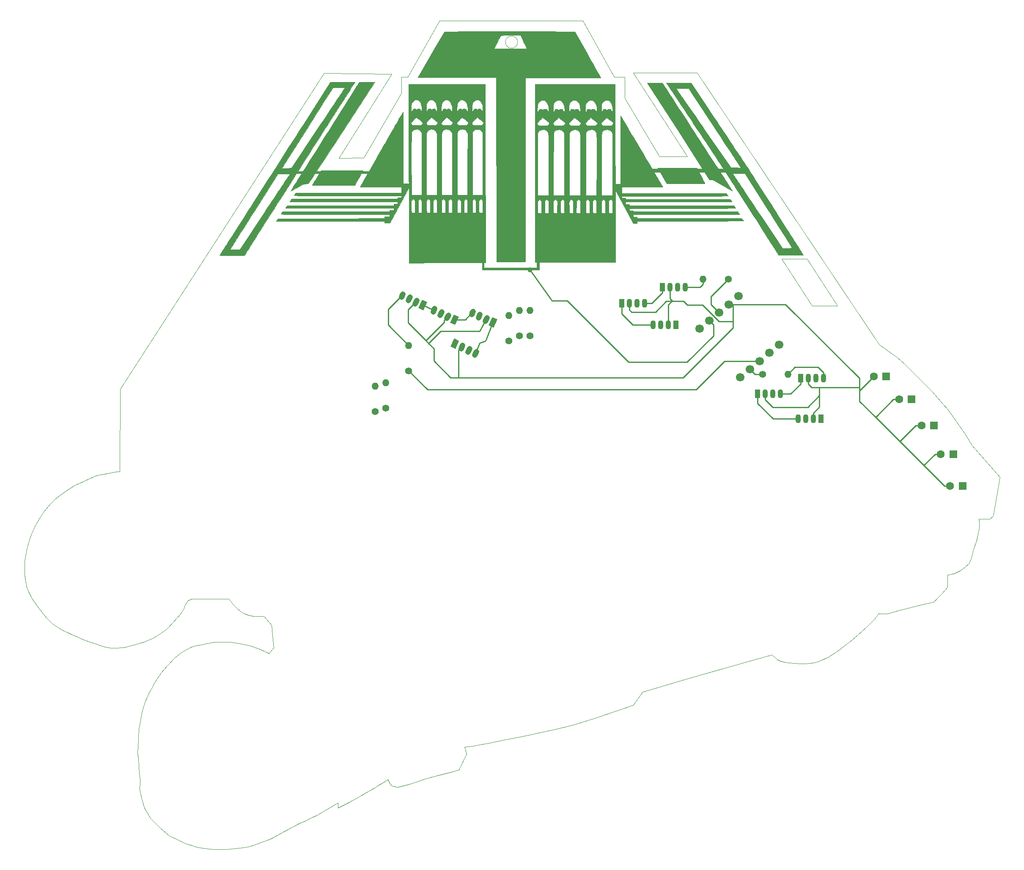
<source format=gbr>
G04 #@! TF.GenerationSoftware,KiCad,Pcbnew,(5.1.0)-1*
G04 #@! TF.CreationDate,2019-03-31T16:26:15-05:00*
G04 #@! TF.ProjectId,3000_Society_Badge_K5,33303030-5f53-46f6-9369-6574795f4261,2*
G04 #@! TF.SameCoordinates,Original*
G04 #@! TF.FileFunction,Copper,L1,Top*
G04 #@! TF.FilePolarity,Positive*
%FSLAX46Y46*%
G04 Gerber Fmt 4.6, Leading zero omitted, Abs format (unit mm)*
G04 Created by KiCad (PCBNEW (5.1.0)-1) date 2019-03-31 16:26:15*
%MOMM*%
%LPD*%
G04 APERTURE LIST*
G04 #@! TA.AperFunction,NonConductor*
%ADD10C,0.050000*%
G04 #@! TD*
G04 #@! TA.AperFunction,NonConductor*
%ADD11C,0.036000*%
G04 #@! TD*
G04 #@! TA.AperFunction,EtchedComponent*
%ADD12C,0.010000*%
G04 #@! TD*
G04 #@! TA.AperFunction,EtchedComponent*
%ADD13C,0.100000*%
G04 #@! TD*
G04 #@! TA.AperFunction,ComponentPad*
%ADD14C,1.600000*%
G04 #@! TD*
G04 #@! TA.AperFunction,ComponentPad*
%ADD15R,1.600000X1.600000*%
G04 #@! TD*
G04 #@! TA.AperFunction,ComponentPad*
%ADD16O,1.400000X1.400000*%
G04 #@! TD*
G04 #@! TA.AperFunction,ComponentPad*
%ADD17C,1.400000*%
G04 #@! TD*
G04 #@! TA.AperFunction,ComponentPad*
%ADD18O,1.070000X1.800000*%
G04 #@! TD*
G04 #@! TA.AperFunction,ComponentPad*
%ADD19R,1.070000X1.800000*%
G04 #@! TD*
G04 #@! TA.AperFunction,ComponentPad*
%ADD20C,1.070000*%
G04 #@! TD*
G04 #@! TA.AperFunction,Conductor*
%ADD21C,1.070000*%
G04 #@! TD*
G04 #@! TA.AperFunction,Conductor*
%ADD22C,0.100000*%
G04 #@! TD*
G04 #@! TA.AperFunction,ComponentPad*
%ADD23C,1.700000*%
G04 #@! TD*
G04 #@! TA.AperFunction,Conductor*
%ADD24C,1.000000*%
G04 #@! TD*
G04 #@! TA.AperFunction,Conductor*
%ADD25C,0.250000*%
G04 #@! TD*
G04 APERTURE END LIST*
D10*
X206756000Y-77724000D02*
X201676000Y-77724000D01*
X200660000Y-68326000D02*
X206756000Y-77724000D01*
X195580000Y-68326000D02*
X200660000Y-68326000D01*
X201676000Y-77724000D02*
X195580000Y-68326000D01*
X142750001Y-24940000D02*
G75*
G03X142750001Y-24940000I-1215047J0D01*
G01*
D11*
X72909999Y-183773750D02*
X73142500Y-183905001D01*
X78576248Y-186098751D02*
X80222499Y-186398750D01*
X66921248Y-169810625D02*
X67022500Y-171211251D01*
X69129999Y-180117500D02*
X69253749Y-180338751D01*
X93640000Y-184235000D02*
X94419999Y-183822500D01*
X66938125Y-162380000D02*
X66825625Y-164196875D01*
X71260000Y-182307501D02*
X72909999Y-183773750D01*
X92492500Y-184741250D02*
X93126249Y-184490001D01*
X68286249Y-178643750D02*
X68679999Y-179322500D01*
X90234999Y-185592501D02*
X91735000Y-185041251D01*
X67146248Y-172628751D02*
X67135000Y-172906250D01*
X68265625Y-156715625D02*
X67928125Y-157756251D01*
X69795625Y-153695000D02*
X69503125Y-154229375D01*
X67135000Y-172906250D02*
X67078748Y-174650000D01*
X91735000Y-185041251D02*
X92492500Y-184741250D01*
X88802500Y-186005000D02*
X90234999Y-185592501D01*
X70183748Y-181295001D02*
X71260000Y-182307501D01*
X67078748Y-174650000D02*
X67127499Y-174905001D01*
X80222499Y-186398750D02*
X81778750Y-186511250D01*
X73967499Y-184280000D02*
X75535000Y-185037500D01*
X67022500Y-171211251D02*
X67146248Y-172628751D01*
X69503125Y-154229375D02*
X69193748Y-154780625D01*
X66696248Y-167290625D02*
X66797500Y-168297500D01*
X69193748Y-154780625D02*
X68839375Y-155410625D01*
X67558750Y-176817501D02*
X68027499Y-178137500D01*
X68027499Y-178137500D02*
X68286249Y-178643750D01*
X68839375Y-155410625D02*
X68490625Y-156181252D01*
X67050625Y-161609375D02*
X66938125Y-162380000D01*
X67630000Y-158853125D02*
X67410625Y-159680000D01*
X84474999Y-186511250D02*
X87058748Y-186316250D01*
X99332500Y-181227501D02*
X99868750Y-180983750D01*
X68679999Y-179322500D02*
X69129999Y-180117500D01*
X81778750Y-186511250D02*
X84474999Y-186511250D01*
X75958749Y-185236250D02*
X78576248Y-186098751D01*
X66696248Y-166868751D02*
X66696248Y-167290625D01*
X66825625Y-164196875D02*
X66713125Y-166334375D01*
X68490625Y-156181252D02*
X68265625Y-156715625D01*
X73142500Y-183905001D02*
X73967499Y-184280000D01*
X100600000Y-180657500D02*
X101290000Y-180301250D01*
X67410625Y-159680000D02*
X67050625Y-161609375D01*
X95946248Y-182963750D02*
X96767500Y-182525000D01*
X100206250Y-180826250D02*
X100600000Y-180657500D01*
X99868750Y-180983750D02*
X100206250Y-180826250D01*
X98706249Y-181516250D02*
X99332500Y-181227501D01*
X66797500Y-168297500D02*
X66921248Y-169810625D01*
X98064999Y-181850000D02*
X98706249Y-181516250D01*
X97442500Y-182161251D02*
X98064999Y-181850000D01*
X96767500Y-182525000D02*
X97442500Y-182161251D01*
X87058748Y-186316250D02*
X88802500Y-186005000D01*
X95158748Y-183410001D02*
X95946248Y-182963750D01*
X67127499Y-174905001D02*
X67558750Y-176817501D01*
X67928125Y-157756251D02*
X67630000Y-158853125D01*
X94419999Y-183822500D02*
X95158748Y-183410001D01*
X93126249Y-184490001D02*
X93640000Y-184235000D01*
X75535000Y-185037500D02*
X75958749Y-185236250D01*
X66713125Y-166334375D02*
X66696248Y-166868751D01*
X69253749Y-180338751D02*
X70183748Y-181295001D01*
X75938125Y-146826875D02*
X75561248Y-147080000D01*
X80663125Y-145291252D02*
X79498748Y-145516252D01*
X82063748Y-145060625D02*
X81715000Y-145105625D01*
X87188125Y-138755000D02*
X87694375Y-139109375D01*
X84932500Y-145049375D02*
X84043748Y-145010000D01*
X76742500Y-136730000D02*
X76883125Y-136634375D01*
X87750625Y-145426252D02*
X86878748Y-145285625D01*
X86743748Y-138400625D02*
X87188125Y-138755000D01*
X89134375Y-139711252D02*
X89612500Y-139823752D01*
X92515000Y-147085625D02*
X91896248Y-146793125D01*
X85331875Y-136926875D02*
X85686248Y-137388125D01*
X88594375Y-145606252D02*
X87750625Y-145426252D01*
X93752500Y-144610625D02*
X93893125Y-146146252D01*
X90068125Y-146090000D02*
X89325625Y-145831252D01*
X77788748Y-136398125D02*
X80207500Y-136409375D01*
X91896248Y-146793125D02*
X91406875Y-146579375D01*
X87694375Y-139109375D02*
X88105000Y-139362500D01*
X76883125Y-136634375D02*
X77096875Y-136550000D01*
X93893125Y-146146252D02*
X92981875Y-147321875D01*
X91980625Y-139868752D02*
X93482500Y-141685625D01*
X89753125Y-139863125D02*
X91553125Y-139880000D01*
X85686248Y-137388125D02*
X86006875Y-137714375D01*
X77501875Y-136426252D02*
X77788748Y-136398125D01*
X84960625Y-136392500D02*
X85123748Y-136662500D01*
X76849375Y-146337500D02*
X75938125Y-146826875D01*
X90715000Y-146315000D02*
X90068125Y-146090000D01*
X77096875Y-136550000D02*
X77293748Y-136482500D01*
X71415625Y-151169375D02*
X70965625Y-151816252D01*
X76601875Y-136904375D02*
X76742500Y-136730000D01*
X91553125Y-139880000D02*
X91980625Y-139868752D01*
X74503748Y-147867500D02*
X74222500Y-148120625D01*
X75561248Y-147080000D02*
X75083125Y-147417500D01*
X77614375Y-145971875D02*
X77203748Y-146168752D01*
X79498748Y-145516252D02*
X78193748Y-145797500D01*
X88751875Y-139598752D02*
X89134375Y-139711252D01*
X86006875Y-137714375D02*
X86400625Y-138119375D01*
X81715000Y-145105625D02*
X80663125Y-145291252D01*
X85123748Y-136662500D02*
X85331875Y-136926875D01*
X93482500Y-141685625D02*
X93752500Y-144610625D01*
X70150000Y-153048125D02*
X69795625Y-153695000D01*
X80207500Y-136409375D02*
X84960625Y-136392500D01*
X89612500Y-139823752D02*
X89753125Y-139863125D01*
X70543748Y-152418125D02*
X70150000Y-153048125D01*
X70965625Y-151816252D02*
X70543748Y-152418125D01*
X71978125Y-150466252D02*
X71415625Y-151169375D01*
X72591248Y-149780000D02*
X71978125Y-150466252D01*
X86400625Y-138119375D02*
X86743748Y-138400625D01*
X73001875Y-149335625D02*
X72591248Y-149780000D01*
X86878748Y-145285625D02*
X85309375Y-145077500D01*
X73705000Y-148626875D02*
X73001875Y-149335625D01*
X74222500Y-148120625D02*
X73705000Y-148626875D01*
X85309375Y-145077500D02*
X84932500Y-145049375D01*
X88386248Y-139475000D02*
X88751875Y-139598752D01*
X89325625Y-145831252D02*
X88594375Y-145606252D01*
X76444375Y-137185625D02*
X76601875Y-136904375D01*
X88105000Y-139362500D02*
X88386248Y-139475000D01*
X75083125Y-147417500D02*
X74503748Y-147867500D01*
X92981875Y-147321875D02*
X92515000Y-147085625D01*
X84043748Y-145010000D02*
X82862500Y-145021252D01*
X78193748Y-145797500D02*
X77614375Y-145971875D01*
X77203748Y-146168752D02*
X76849375Y-146337500D01*
X82862500Y-145021252D02*
X82063748Y-145060625D01*
X91406875Y-146579375D02*
X90715000Y-146315000D01*
X77293748Y-136482500D02*
X77501875Y-136426252D01*
X44393125Y-133681252D02*
X44488750Y-133996252D01*
X44590000Y-126188752D02*
X44252500Y-127881875D01*
X71100625Y-143440625D02*
X71590000Y-143131252D01*
X75544375Y-138980000D02*
X75853748Y-138434375D01*
X73710625Y-141185000D02*
X74554375Y-140228752D01*
X44843125Y-134918752D02*
X45304375Y-135897500D01*
X76264375Y-137534375D02*
X76444375Y-137185625D01*
X49191249Y-140988125D02*
X49596249Y-141320000D01*
X49247500Y-117395000D02*
X48325000Y-118430000D01*
X76095625Y-137928125D02*
X76264375Y-137534375D01*
X63585625Y-146180000D02*
X64260625Y-146028125D01*
X55609375Y-144470000D02*
X56953749Y-144976252D01*
X44044375Y-131560625D02*
X44196250Y-132556252D01*
X72844375Y-142056875D02*
X73710625Y-141185000D01*
X71944375Y-142861252D02*
X72304375Y-142568752D01*
X54287500Y-143879375D02*
X55609375Y-144470000D01*
X44044375Y-129867500D02*
X44044375Y-131560625D01*
X71590000Y-143131252D02*
X71944375Y-142861252D01*
X70549375Y-143766875D02*
X71100625Y-143440625D01*
X69874375Y-144160625D02*
X70549375Y-143766875D01*
X69261248Y-144464375D02*
X69874375Y-144160625D01*
X68681875Y-144745625D02*
X69261248Y-144464375D01*
X44095000Y-128922500D02*
X44044375Y-129867500D01*
X44252500Y-127881875D02*
X44095000Y-128922500D01*
X52735000Y-114516875D02*
X50987500Y-115715000D01*
X44955625Y-124670000D02*
X44590000Y-126188752D01*
X56953749Y-144976252D02*
X58264375Y-145415000D01*
X47987500Y-118842500D02*
X47297500Y-119877500D01*
X61290625Y-146219375D02*
X62320000Y-146219375D01*
X59980000Y-145983125D02*
X60379375Y-146095625D01*
X45445000Y-136178752D02*
X45979375Y-136994375D01*
X67922500Y-145015625D02*
X68681875Y-144745625D01*
X48454375Y-140200625D02*
X49191249Y-140988125D01*
X64260625Y-146028125D02*
X65076249Y-145831252D01*
X62320000Y-146219375D02*
X63585625Y-146180000D01*
X45304375Y-135897500D02*
X45445000Y-136178752D01*
X47297500Y-119877500D02*
X46607499Y-121002500D01*
X51103749Y-142310000D02*
X51806875Y-142715000D01*
X58264375Y-145415000D02*
X59980000Y-145983125D01*
X67258748Y-145251875D02*
X67922500Y-145015625D01*
X65076249Y-145831252D02*
X66122500Y-145578125D01*
X60379375Y-146095625D02*
X61290625Y-146219375D01*
X47515000Y-139058752D02*
X48454375Y-140200625D01*
X46626249Y-137877500D02*
X47515000Y-139058752D01*
X45979375Y-136994375D02*
X46626249Y-137877500D01*
X45407500Y-123470000D02*
X44955625Y-124670000D01*
X44488750Y-133996252D02*
X44843125Y-134918752D01*
X50147500Y-116457500D02*
X49247500Y-117395000D01*
X46120000Y-121925000D02*
X45745000Y-122705000D01*
X48325000Y-118430000D02*
X47987500Y-118842500D01*
X52583125Y-143120000D02*
X53426875Y-143502500D01*
X74554375Y-140228752D02*
X75122500Y-139542500D01*
X72304375Y-142568752D02*
X72844375Y-142056875D01*
X75853748Y-138434375D02*
X76095625Y-137928125D01*
X44196250Y-132556252D02*
X44393125Y-133681252D01*
X66122500Y-145578125D02*
X67258748Y-145251875D01*
X75122500Y-139542500D02*
X75544375Y-138980000D01*
X50321875Y-141860000D02*
X51103749Y-142310000D01*
X51806875Y-142715000D02*
X52583125Y-143120000D01*
X45745000Y-122705000D02*
X45407500Y-123470000D01*
X49596249Y-141320000D02*
X50321875Y-141860000D01*
X46607499Y-121002500D02*
X46120000Y-121925000D01*
X50987500Y-115715000D02*
X50147500Y-116457500D01*
X53426875Y-143502500D02*
X54287500Y-143879375D01*
X53376249Y-114111875D02*
X52735000Y-114516875D01*
X53983749Y-113746253D02*
X53376249Y-114111875D01*
X55519375Y-113003753D02*
X54585625Y-113453753D01*
X56560000Y-112520000D02*
X55519375Y-113003753D01*
X58468749Y-111721253D02*
X57488125Y-112098125D01*
X117568747Y-31317500D02*
X103978748Y-31193755D01*
X103978748Y-31193755D02*
X63163749Y-94424375D01*
X63131323Y-110892324D02*
X62642500Y-110960000D01*
X59931250Y-111391250D02*
X59331249Y-111507500D01*
X61254999Y-111158750D02*
X60636249Y-111260000D01*
X106920625Y-48147500D02*
X117568747Y-31317500D01*
X127085406Y-20650532D02*
X120735569Y-31916605D01*
X62012500Y-111046250D02*
X61254999Y-111158750D01*
X62642500Y-110960000D02*
X62012500Y-111046250D01*
X63163749Y-94424375D02*
X63131323Y-110892324D01*
X111943747Y-48102500D02*
X106920625Y-48147500D01*
X119486875Y-31910938D02*
X119484999Y-35161251D01*
X120735569Y-31916605D02*
X119486875Y-31910938D01*
X57488125Y-112098125D02*
X56560000Y-112520000D01*
X54585625Y-113453753D02*
X53983749Y-113746253D01*
X59331249Y-111507500D02*
X58468749Y-111721253D01*
X60636249Y-111260000D02*
X59931250Y-111391250D01*
X119484999Y-35161251D02*
X111943747Y-48102500D01*
X227821562Y-135242188D02*
X228839687Y-134024375D01*
X234062500Y-126312500D02*
X234531250Y-124876250D01*
X201288437Y-149282188D02*
X201991562Y-149183752D01*
X210850000Y-143592500D02*
X212552500Y-142115000D01*
X230155000Y-131333750D02*
X231332499Y-130763750D01*
X228955794Y-131598677D02*
X229054264Y-131585971D01*
X214990000Y-139317500D02*
X215125441Y-139347148D01*
X235931323Y-120413265D02*
X237244264Y-120423853D01*
X228921911Y-131593383D02*
X228955794Y-131598677D01*
X214074999Y-140585000D02*
X214465000Y-140082500D01*
X234531250Y-124876250D02*
X234786249Y-123833750D01*
X231332499Y-130763750D02*
X232262500Y-130043750D01*
X234786249Y-123833750D02*
X235138750Y-122183750D01*
X233500000Y-128292500D02*
X234062500Y-126312500D01*
X229686382Y-131434559D02*
X230155000Y-131333750D01*
X205636562Y-147620000D02*
X206210312Y-147262813D01*
X229054264Y-131585971D02*
X229686382Y-131434559D01*
X206210312Y-147262813D02*
X206702500Y-146888752D01*
X204885625Y-148053125D02*
X205636562Y-147620000D01*
X215125441Y-139347148D02*
X215432500Y-139367265D01*
X217344735Y-139181971D02*
X218477676Y-138889736D01*
X237972735Y-119807618D02*
X239260000Y-112013753D01*
X235138750Y-122183750D02*
X235138750Y-121475000D01*
X232262500Y-130043750D02*
X233106250Y-129282500D01*
X235281205Y-120419618D02*
X235931323Y-120413265D01*
X235088500Y-120409030D02*
X235281205Y-120419618D01*
X235138750Y-121475000D02*
X235116029Y-120942677D01*
X223093750Y-137680625D02*
X226046875Y-137000000D01*
X201991562Y-149183752D02*
X202343125Y-149107813D01*
X200115625Y-149324375D02*
X201288437Y-149282188D01*
X233106250Y-129282500D02*
X233500000Y-128292500D01*
X228820000Y-131566252D02*
X228921911Y-131593383D01*
X228839687Y-134024375D02*
X228820000Y-131566252D01*
X216260499Y-139372559D02*
X216592970Y-139340795D01*
X202855000Y-148939063D02*
X203718437Y-148593125D01*
X215432500Y-139367265D02*
X215707794Y-139377853D01*
X197078125Y-149178125D02*
X198132812Y-149285000D01*
X226789375Y-136274375D02*
X227821562Y-135242188D01*
X226046875Y-137000000D02*
X226789375Y-136274375D01*
X208685312Y-145381252D02*
X209171875Y-145007188D01*
X209171875Y-145007188D02*
X210850000Y-143592500D01*
X199342187Y-149341252D02*
X200115625Y-149324375D01*
X215707794Y-139377853D02*
X216260499Y-139372559D01*
X198132812Y-149285000D02*
X199342187Y-149341252D01*
X204407500Y-148292188D02*
X204885625Y-148053125D01*
X217080029Y-139249736D02*
X217344735Y-139181971D01*
X216592970Y-139340795D02*
X217080029Y-139249736D01*
X203718437Y-148593125D02*
X204407500Y-148292188D01*
X214465000Y-140082500D02*
X214990000Y-139317500D01*
X202343125Y-149107813D02*
X202855000Y-148939063D01*
X207138437Y-146559688D02*
X208111562Y-145822813D01*
X206702500Y-146888752D02*
X207138437Y-146559688D01*
X218477676Y-138889736D02*
X223093750Y-137680625D01*
X237244264Y-120423853D02*
X237972735Y-119807618D01*
X235116029Y-120942677D02*
X235088500Y-120409030D01*
X208111562Y-145822813D02*
X208685312Y-145381252D01*
X212552500Y-142115000D02*
X214074999Y-140585000D01*
X102246248Y-179855001D02*
X102519999Y-179720001D01*
X103930000Y-178928750D02*
X104353749Y-178666250D01*
X196335625Y-149071252D02*
X197078125Y-149178125D01*
X110031247Y-176558751D02*
X110417499Y-176333751D01*
X195716875Y-148953125D02*
X196335625Y-149071252D01*
X124360937Y-172372813D02*
X126481562Y-171818751D01*
X110417499Y-176333751D02*
X110950000Y-176026251D01*
X134561875Y-165738125D02*
X136915937Y-165271251D01*
X112401250Y-175212500D02*
X112712499Y-175032500D01*
X194395000Y-148269688D02*
X194695937Y-148503125D01*
X165872499Y-157640000D02*
X167739999Y-155060001D01*
X117585625Y-173824063D02*
X118721875Y-174049063D01*
X108962500Y-177121251D02*
X109581247Y-176791251D01*
X195365312Y-148818125D02*
X195716875Y-148953125D01*
X194695937Y-148503125D02*
X195365312Y-148818125D01*
X162895000Y-158667500D02*
X165872499Y-157640000D01*
X117234062Y-173388125D02*
X117585625Y-173824063D01*
X194133437Y-148044688D02*
X194395000Y-148269688D01*
X110950000Y-176026251D02*
X111362499Y-175790000D01*
X109581247Y-176791251D02*
X110031247Y-176558751D01*
X106768747Y-177203750D02*
X106761249Y-178208750D01*
X167739999Y-155060001D02*
X176293746Y-152525000D01*
X117163747Y-173270000D02*
X117234062Y-173388125D01*
X116743750Y-172595000D02*
X117163747Y-173270000D01*
X111362499Y-175790000D02*
X111744999Y-175576251D01*
X115558749Y-173341251D02*
X116226250Y-172925001D01*
X112975000Y-174882501D02*
X113226247Y-174721251D01*
X101747500Y-180087500D02*
X102246248Y-179855001D01*
X193894375Y-147794375D02*
X194133437Y-148044688D01*
X188511245Y-148981252D02*
X193697500Y-147541252D01*
X129533125Y-170994688D02*
X130987187Y-170586875D01*
X193697500Y-147541252D02*
X193894375Y-147794375D01*
X133746247Y-165850625D02*
X134561875Y-165738125D01*
X176293746Y-152525000D02*
X188511245Y-148981252D01*
X143719375Y-163943751D02*
X150328746Y-162470000D01*
X126481562Y-171818751D02*
X129533125Y-170994688D01*
X113226247Y-174721251D02*
X113552500Y-174533751D01*
X132078437Y-166075625D02*
X133746247Y-165850625D01*
X132500312Y-167434063D02*
X132078437Y-166075625D01*
X102808748Y-179555000D02*
X103480000Y-179165000D01*
X130987187Y-170586875D02*
X132500312Y-167434063D01*
X101290000Y-180301250D02*
X101747500Y-180087500D01*
X123154375Y-172775000D02*
X124360937Y-172372813D01*
X108137500Y-177533751D02*
X108962500Y-177121251D01*
X102519999Y-179720001D02*
X102808748Y-179555000D01*
X114958747Y-173697500D02*
X115558749Y-173341251D01*
X112063750Y-175407500D02*
X112401250Y-175212500D01*
X104353749Y-178666250D02*
X104935000Y-178310000D01*
X114047500Y-174241251D02*
X114546249Y-173941250D01*
X112712499Y-175032500D02*
X112975000Y-174882501D01*
X153492812Y-161702188D02*
X158170000Y-160242500D01*
X103480000Y-179165000D02*
X103930000Y-178928750D01*
X158170000Y-160242500D02*
X162895000Y-158667500D01*
X150328746Y-162470000D02*
X153492812Y-161702188D01*
X118721875Y-174049063D02*
X121081562Y-173452813D01*
X106761249Y-178208750D02*
X108137500Y-177533751D01*
X140161562Y-164641251D02*
X143719375Y-163943751D01*
X136915937Y-165271251D02*
X140161562Y-164641251D01*
X121081562Y-173452813D02*
X123154375Y-172775000D01*
X114546249Y-173941250D02*
X114958747Y-173697500D01*
X116226250Y-172925001D02*
X116743750Y-172595000D01*
X113552500Y-174533751D02*
X114047500Y-174241251D01*
X111744999Y-175576251D02*
X112063750Y-175407500D01*
X104935000Y-178310000D02*
X106768747Y-177203750D01*
X230027499Y-100152501D02*
X228827500Y-98427500D01*
X155807500Y-20650532D02*
X127085406Y-20650532D01*
X162104687Y-31919375D02*
X155807500Y-20650532D01*
X217637500Y-87267500D02*
X216287500Y-86262500D01*
X225707499Y-94947500D02*
X224657500Y-93777500D01*
X164209291Y-36187644D02*
X164174687Y-31919375D01*
X224657500Y-93777500D02*
X223457499Y-92622500D01*
X220142500Y-89367500D02*
X218612500Y-88017500D01*
X171175000Y-47877500D02*
X164209291Y-36187644D01*
X215162500Y-85512500D02*
X178690000Y-31070000D01*
X227882500Y-97347500D02*
X225707499Y-94947500D01*
X239260000Y-112013753D02*
X233747500Y-105668753D01*
X228827500Y-98427500D02*
X227882500Y-97347500D01*
X216287500Y-86262500D02*
X215162500Y-85512500D01*
X165910000Y-31115000D02*
X176687500Y-47877500D01*
X223457499Y-92622500D02*
X220142500Y-89367500D01*
X218612500Y-88017500D02*
X217637500Y-87267500D01*
X232232499Y-103302501D02*
X230027499Y-100152501D01*
X164174687Y-31919375D02*
X162104687Y-31919375D01*
X233747500Y-105668753D02*
X232232499Y-103302501D01*
X176687500Y-47877500D02*
X171175000Y-47877500D01*
X178690000Y-31070000D02*
X165910000Y-31115000D01*
D12*
G04 #@! TO.C,TP1*
G36*
X119784445Y-38975365D02*
G01*
X119792061Y-38991972D01*
X119798916Y-39026381D01*
X119805050Y-39082275D01*
X119810504Y-39163333D01*
X119815318Y-39273236D01*
X119819533Y-39415666D01*
X119823189Y-39594304D01*
X119826328Y-39812829D01*
X119828990Y-40074924D01*
X119831216Y-40384269D01*
X119833045Y-40744544D01*
X119834520Y-41159432D01*
X119835680Y-41632612D01*
X119836566Y-42167766D01*
X119837219Y-42768574D01*
X119837679Y-43438718D01*
X119837988Y-44181878D01*
X119838185Y-45001735D01*
X119838311Y-45901970D01*
X119838362Y-46398514D01*
X119839086Y-53930409D01*
X111197483Y-53930409D01*
X111248583Y-53833708D01*
X111277267Y-53782567D01*
X111346155Y-53661376D01*
X111452738Y-53474514D01*
X111594503Y-53226360D01*
X111768942Y-52921290D01*
X111973544Y-52563684D01*
X112205797Y-52157919D01*
X112463193Y-51708374D01*
X112743220Y-51219427D01*
X113043369Y-50695455D01*
X113361128Y-50140838D01*
X113693988Y-49559952D01*
X114039438Y-48957177D01*
X114394967Y-48336890D01*
X114758066Y-47703469D01*
X115126224Y-47061294D01*
X115496930Y-46414741D01*
X115867675Y-45768188D01*
X116235947Y-45126015D01*
X116599237Y-44492599D01*
X116955034Y-43872318D01*
X117300828Y-43269551D01*
X117634108Y-42688675D01*
X117952365Y-42134069D01*
X118253086Y-41610110D01*
X118533764Y-41121178D01*
X118791886Y-40671649D01*
X119024942Y-40265903D01*
X119230423Y-39908317D01*
X119405817Y-39603269D01*
X119548615Y-39355138D01*
X119656306Y-39168301D01*
X119726379Y-39047138D01*
X119756325Y-38996025D01*
X119756619Y-38995553D01*
X119766764Y-38980836D01*
X119776026Y-38972880D01*
X119784445Y-38975365D01*
X119784445Y-38975365D01*
G37*
X119784445Y-38975365D02*
X119792061Y-38991972D01*
X119798916Y-39026381D01*
X119805050Y-39082275D01*
X119810504Y-39163333D01*
X119815318Y-39273236D01*
X119819533Y-39415666D01*
X119823189Y-39594304D01*
X119826328Y-39812829D01*
X119828990Y-40074924D01*
X119831216Y-40384269D01*
X119833045Y-40744544D01*
X119834520Y-41159432D01*
X119835680Y-41632612D01*
X119836566Y-42167766D01*
X119837219Y-42768574D01*
X119837679Y-43438718D01*
X119837988Y-44181878D01*
X119838185Y-45001735D01*
X119838311Y-45901970D01*
X119838362Y-46398514D01*
X119839086Y-53930409D01*
X111197483Y-53930409D01*
X111248583Y-53833708D01*
X111277267Y-53782567D01*
X111346155Y-53661376D01*
X111452738Y-53474514D01*
X111594503Y-53226360D01*
X111768942Y-52921290D01*
X111973544Y-52563684D01*
X112205797Y-52157919D01*
X112463193Y-51708374D01*
X112743220Y-51219427D01*
X113043369Y-50695455D01*
X113361128Y-50140838D01*
X113693988Y-49559952D01*
X114039438Y-48957177D01*
X114394967Y-48336890D01*
X114758066Y-47703469D01*
X115126224Y-47061294D01*
X115496930Y-46414741D01*
X115867675Y-45768188D01*
X116235947Y-45126015D01*
X116599237Y-44492599D01*
X116955034Y-43872318D01*
X117300828Y-43269551D01*
X117634108Y-42688675D01*
X117952365Y-42134069D01*
X118253086Y-41610110D01*
X118533764Y-41121178D01*
X118791886Y-40671649D01*
X119024942Y-40265903D01*
X119230423Y-39908317D01*
X119405817Y-39603269D01*
X119548615Y-39355138D01*
X119656306Y-39168301D01*
X119726379Y-39047138D01*
X119756325Y-38996025D01*
X119756619Y-38995553D01*
X119766764Y-38980836D01*
X119776026Y-38972880D01*
X119784445Y-38975365D01*
G36*
X108213943Y-50621955D02*
G01*
X108780361Y-50622631D01*
X109316008Y-50623780D01*
X109815050Y-50625366D01*
X110271652Y-50627353D01*
X110679978Y-50629705D01*
X111034196Y-50632387D01*
X111328469Y-50635363D01*
X111556963Y-50638597D01*
X111713843Y-50642053D01*
X111793275Y-50645696D01*
X111802200Y-50647417D01*
X111781702Y-50689398D01*
X111723253Y-50797881D01*
X111631420Y-50964662D01*
X111510770Y-51181540D01*
X111365871Y-51440312D01*
X111201290Y-51732776D01*
X111021593Y-52050729D01*
X110976589Y-52130158D01*
X110150978Y-53586585D01*
X105883695Y-53586585D01*
X105286052Y-53586313D01*
X104713284Y-53585522D01*
X104171166Y-53584249D01*
X103665473Y-53582531D01*
X103201979Y-53580407D01*
X102786458Y-53577912D01*
X102424686Y-53575086D01*
X102122436Y-53571965D01*
X101885484Y-53568586D01*
X101719603Y-53564988D01*
X101630567Y-53561206D01*
X101616413Y-53558953D01*
X101638527Y-53517698D01*
X101701627Y-53411627D01*
X101800851Y-53248630D01*
X101931336Y-53036598D01*
X102088220Y-52783423D01*
X102266640Y-52496994D01*
X102461734Y-52185204D01*
X102529696Y-52076897D01*
X103442978Y-50622472D01*
X107622589Y-50621787D01*
X108213943Y-50621955D01*
X108213943Y-50621955D01*
G37*
X108213943Y-50621955D02*
X108780361Y-50622631D01*
X109316008Y-50623780D01*
X109815050Y-50625366D01*
X110271652Y-50627353D01*
X110679978Y-50629705D01*
X111034196Y-50632387D01*
X111328469Y-50635363D01*
X111556963Y-50638597D01*
X111713843Y-50642053D01*
X111793275Y-50645696D01*
X111802200Y-50647417D01*
X111781702Y-50689398D01*
X111723253Y-50797881D01*
X111631420Y-50964662D01*
X111510770Y-51181540D01*
X111365871Y-51440312D01*
X111201290Y-51732776D01*
X111021593Y-52050729D01*
X110976589Y-52130158D01*
X110150978Y-53586585D01*
X105883695Y-53586585D01*
X105286052Y-53586313D01*
X104713284Y-53585522D01*
X104171166Y-53584249D01*
X103665473Y-53582531D01*
X103201979Y-53580407D01*
X102786458Y-53577912D01*
X102424686Y-53575086D01*
X102122436Y-53571965D01*
X101885484Y-53568586D01*
X101719603Y-53564988D01*
X101630567Y-53561206D01*
X101616413Y-53558953D01*
X101638527Y-53517698D01*
X101701627Y-53411627D01*
X101800851Y-53248630D01*
X101931336Y-53036598D01*
X102088220Y-52783423D01*
X102266640Y-52496994D01*
X102461734Y-52185204D01*
X102529696Y-52076897D01*
X103442978Y-50622472D01*
X107622589Y-50621787D01*
X108213943Y-50621955D01*
G36*
X112346758Y-32922564D02*
G01*
X112624547Y-32924358D01*
X114151857Y-32935654D01*
X107517115Y-43099952D01*
X100882374Y-53264250D01*
X99961760Y-53307228D01*
X98639961Y-54048598D01*
X98332649Y-54220649D01*
X98049490Y-54378571D01*
X97799099Y-54517608D01*
X97590094Y-54632999D01*
X97431090Y-54719987D01*
X97330704Y-54773812D01*
X97297638Y-54789969D01*
X97311478Y-54756119D01*
X97363963Y-54663577D01*
X97447099Y-54525853D01*
X97552893Y-54356459D01*
X97570984Y-54327955D01*
X97618342Y-54253150D01*
X97709591Y-54108662D01*
X97842808Y-53897539D01*
X98016074Y-53622830D01*
X98227466Y-53287584D01*
X98475063Y-52894848D01*
X98756946Y-52447671D01*
X99071192Y-51949101D01*
X99415881Y-51402187D01*
X99789092Y-50809977D01*
X100188904Y-50175519D01*
X100613395Y-49501862D01*
X101060645Y-48792054D01*
X101528732Y-48049142D01*
X102015736Y-47276177D01*
X102519736Y-46476205D01*
X103038810Y-45652275D01*
X103571038Y-44807436D01*
X104114498Y-43944735D01*
X104430070Y-43443776D01*
X104975923Y-42577336D01*
X105510109Y-41729596D01*
X106030799Y-40903453D01*
X106536162Y-40101803D01*
X107024371Y-39327544D01*
X107493595Y-38583571D01*
X107942006Y-37872781D01*
X108367774Y-37198071D01*
X108769070Y-36562336D01*
X109144065Y-35968475D01*
X109490930Y-35419382D01*
X109807835Y-34917954D01*
X110092951Y-34467089D01*
X110344450Y-34069681D01*
X110560501Y-33728629D01*
X110739276Y-33446828D01*
X110878945Y-33227175D01*
X110977679Y-33072567D01*
X111033649Y-32985899D01*
X111046262Y-32967336D01*
X111079105Y-32952408D01*
X111151195Y-32940643D01*
X111269573Y-32931851D01*
X111441278Y-32925838D01*
X111673350Y-32922414D01*
X111972830Y-32921386D01*
X112346758Y-32922564D01*
X112346758Y-32922564D01*
G37*
X112346758Y-32922564D02*
X112624547Y-32924358D01*
X114151857Y-32935654D01*
X107517115Y-43099952D01*
X100882374Y-53264250D01*
X99961760Y-53307228D01*
X98639961Y-54048598D01*
X98332649Y-54220649D01*
X98049490Y-54378571D01*
X97799099Y-54517608D01*
X97590094Y-54632999D01*
X97431090Y-54719987D01*
X97330704Y-54773812D01*
X97297638Y-54789969D01*
X97311478Y-54756119D01*
X97363963Y-54663577D01*
X97447099Y-54525853D01*
X97552893Y-54356459D01*
X97570984Y-54327955D01*
X97618342Y-54253150D01*
X97709591Y-54108662D01*
X97842808Y-53897539D01*
X98016074Y-53622830D01*
X98227466Y-53287584D01*
X98475063Y-52894848D01*
X98756946Y-52447671D01*
X99071192Y-51949101D01*
X99415881Y-51402187D01*
X99789092Y-50809977D01*
X100188904Y-50175519D01*
X100613395Y-49501862D01*
X101060645Y-48792054D01*
X101528732Y-48049142D01*
X102015736Y-47276177D01*
X102519736Y-46476205D01*
X103038810Y-45652275D01*
X103571038Y-44807436D01*
X104114498Y-43944735D01*
X104430070Y-43443776D01*
X104975923Y-42577336D01*
X105510109Y-41729596D01*
X106030799Y-40903453D01*
X106536162Y-40101803D01*
X107024371Y-39327544D01*
X107493595Y-38583571D01*
X107942006Y-37872781D01*
X108367774Y-37198071D01*
X108769070Y-36562336D01*
X109144065Y-35968475D01*
X109490930Y-35419382D01*
X109807835Y-34917954D01*
X110092951Y-34467089D01*
X110344450Y-34069681D01*
X110560501Y-33728629D01*
X110739276Y-33446828D01*
X110878945Y-33227175D01*
X110977679Y-33072567D01*
X111033649Y-32985899D01*
X111046262Y-32967336D01*
X111079105Y-32952408D01*
X111151195Y-32940643D01*
X111269573Y-32931851D01*
X111441278Y-32925838D01*
X111673350Y-32922414D01*
X111972830Y-32921386D01*
X112346758Y-32922564D01*
G36*
X171212873Y-33095328D02*
G01*
X171419677Y-33099746D01*
X171568840Y-33106852D01*
X171667434Y-33116842D01*
X171722533Y-33129910D01*
X171737594Y-33139240D01*
X171764771Y-33179323D01*
X171836856Y-33288711D01*
X171952011Y-33464578D01*
X172108400Y-33704095D01*
X172304184Y-34004434D01*
X172537526Y-34362767D01*
X172806589Y-34776267D01*
X173109537Y-35242104D01*
X173444530Y-35757452D01*
X173809733Y-36319482D01*
X174203307Y-36925365D01*
X174623416Y-37572275D01*
X175068222Y-38257384D01*
X175535888Y-38977862D01*
X176024576Y-39730882D01*
X176532449Y-40513617D01*
X177057671Y-41323237D01*
X177598402Y-42156916D01*
X178152807Y-43011824D01*
X178697609Y-43852067D01*
X179263694Y-44725205D01*
X179817953Y-45580097D01*
X180358541Y-46413899D01*
X180883617Y-47223769D01*
X181391338Y-48006866D01*
X181879860Y-48760346D01*
X182347340Y-49481368D01*
X182791936Y-50167088D01*
X183211804Y-50814664D01*
X183605102Y-51421255D01*
X183969986Y-51984017D01*
X184304614Y-52500108D01*
X184607143Y-52966686D01*
X184875730Y-53380909D01*
X185108531Y-53739933D01*
X185303705Y-54040917D01*
X185459407Y-54281018D01*
X185573795Y-54457393D01*
X185645026Y-54567201D01*
X185671070Y-54607313D01*
X185705158Y-54676844D01*
X185697075Y-54703213D01*
X185653512Y-54682479D01*
X185542396Y-54623256D01*
X185370901Y-54529528D01*
X185146202Y-54405283D01*
X184875471Y-54254507D01*
X184565885Y-54081187D01*
X184224616Y-53889309D01*
X183858838Y-53682860D01*
X183747377Y-53619800D01*
X181834856Y-52537188D01*
X181164820Y-52490646D01*
X174914356Y-42799106D01*
X168663893Y-33107566D01*
X170175876Y-33096262D01*
X170598045Y-33093781D01*
X170941353Y-33093405D01*
X171212873Y-33095328D01*
X171212873Y-33095328D01*
G37*
X171212873Y-33095328D02*
X171419677Y-33099746D01*
X171568840Y-33106852D01*
X171667434Y-33116842D01*
X171722533Y-33129910D01*
X171737594Y-33139240D01*
X171764771Y-33179323D01*
X171836856Y-33288711D01*
X171952011Y-33464578D01*
X172108400Y-33704095D01*
X172304184Y-34004434D01*
X172537526Y-34362767D01*
X172806589Y-34776267D01*
X173109537Y-35242104D01*
X173444530Y-35757452D01*
X173809733Y-36319482D01*
X174203307Y-36925365D01*
X174623416Y-37572275D01*
X175068222Y-38257384D01*
X175535888Y-38977862D01*
X176024576Y-39730882D01*
X176532449Y-40513617D01*
X177057671Y-41323237D01*
X177598402Y-42156916D01*
X178152807Y-43011824D01*
X178697609Y-43852067D01*
X179263694Y-44725205D01*
X179817953Y-45580097D01*
X180358541Y-46413899D01*
X180883617Y-47223769D01*
X181391338Y-48006866D01*
X181879860Y-48760346D01*
X182347340Y-49481368D01*
X182791936Y-50167088D01*
X183211804Y-50814664D01*
X183605102Y-51421255D01*
X183969986Y-51984017D01*
X184304614Y-52500108D01*
X184607143Y-52966686D01*
X184875730Y-53380909D01*
X185108531Y-53739933D01*
X185303705Y-54040917D01*
X185459407Y-54281018D01*
X185573795Y-54457393D01*
X185645026Y-54567201D01*
X185671070Y-54607313D01*
X185705158Y-54676844D01*
X185697075Y-54703213D01*
X185653512Y-54682479D01*
X185542396Y-54623256D01*
X185370901Y-54529528D01*
X185146202Y-54405283D01*
X184875471Y-54254507D01*
X184565885Y-54081187D01*
X184224616Y-53889309D01*
X183858838Y-53682860D01*
X183747377Y-53619800D01*
X181834856Y-52537188D01*
X181164820Y-52490646D01*
X174914356Y-42799106D01*
X168663893Y-33107566D01*
X170175876Y-33096262D01*
X170598045Y-33093781D01*
X170941353Y-33093405D01*
X171212873Y-33095328D01*
G36*
X179397276Y-51666424D02*
G01*
X179575353Y-52003697D01*
X179740251Y-52317332D01*
X179887750Y-52599208D01*
X180013633Y-52841202D01*
X180113682Y-53035195D01*
X180183679Y-53173063D01*
X180219405Y-53246686D01*
X180223181Y-53256610D01*
X180181223Y-53260927D01*
X180059426Y-53265050D01*
X179863907Y-53268934D01*
X179600784Y-53272530D01*
X179276173Y-53275793D01*
X178896193Y-53278676D01*
X178466959Y-53281130D01*
X177994589Y-53283111D01*
X177485201Y-53284570D01*
X176944911Y-53285461D01*
X176420619Y-53285739D01*
X172618056Y-53285739D01*
X172557392Y-53189038D01*
X172512172Y-53114459D01*
X172432433Y-52980303D01*
X172323701Y-52796040D01*
X172191498Y-52571139D01*
X172041352Y-52315067D01*
X171878785Y-52037294D01*
X171709322Y-51747288D01*
X171538489Y-51454519D01*
X171371809Y-51168455D01*
X171214808Y-50898565D01*
X171073010Y-50654318D01*
X170951940Y-50445182D01*
X170857121Y-50280625D01*
X170794080Y-50170118D01*
X170768340Y-50123128D01*
X170768020Y-50122203D01*
X170809992Y-50119739D01*
X170931880Y-50117384D01*
X171127647Y-50115163D01*
X171391253Y-50113103D01*
X171716658Y-50111229D01*
X172097825Y-50109569D01*
X172528714Y-50108147D01*
X173003287Y-50106989D01*
X173515503Y-50106123D01*
X174059326Y-50105574D01*
X174628714Y-50105368D01*
X174669696Y-50105367D01*
X178571372Y-50105367D01*
X179397276Y-51666424D01*
X179397276Y-51666424D01*
G37*
X179397276Y-51666424D02*
X179575353Y-52003697D01*
X179740251Y-52317332D01*
X179887750Y-52599208D01*
X180013633Y-52841202D01*
X180113682Y-53035195D01*
X180183679Y-53173063D01*
X180219405Y-53246686D01*
X180223181Y-53256610D01*
X180181223Y-53260927D01*
X180059426Y-53265050D01*
X179863907Y-53268934D01*
X179600784Y-53272530D01*
X179276173Y-53275793D01*
X178896193Y-53278676D01*
X178466959Y-53281130D01*
X177994589Y-53283111D01*
X177485201Y-53284570D01*
X176944911Y-53285461D01*
X176420619Y-53285739D01*
X172618056Y-53285739D01*
X172557392Y-53189038D01*
X172512172Y-53114459D01*
X172432433Y-52980303D01*
X172323701Y-52796040D01*
X172191498Y-52571139D01*
X172041352Y-52315067D01*
X171878785Y-52037294D01*
X171709322Y-51747288D01*
X171538489Y-51454519D01*
X171371809Y-51168455D01*
X171214808Y-50898565D01*
X171073010Y-50654318D01*
X170951940Y-50445182D01*
X170857121Y-50280625D01*
X170794080Y-50170118D01*
X170768340Y-50123128D01*
X170768020Y-50122203D01*
X170809992Y-50119739D01*
X170931880Y-50117384D01*
X171127647Y-50115163D01*
X171391253Y-50113103D01*
X171716658Y-50111229D01*
X172097825Y-50109569D01*
X172528714Y-50108147D01*
X173003287Y-50106989D01*
X173515503Y-50106123D01*
X174059326Y-50105574D01*
X174628714Y-50105368D01*
X174669696Y-50105367D01*
X178571372Y-50105367D01*
X179397276Y-51666424D01*
G36*
X163394504Y-39725969D02*
G01*
X163461315Y-39836975D01*
X163567530Y-40014738D01*
X163710998Y-40255628D01*
X163889569Y-40556017D01*
X164101093Y-40912275D01*
X164343417Y-41320774D01*
X164614391Y-41777884D01*
X164911865Y-42279975D01*
X165233688Y-42823419D01*
X165577709Y-43404587D01*
X165941778Y-44019850D01*
X166323743Y-44665577D01*
X166721454Y-45338141D01*
X167132760Y-46033912D01*
X167545071Y-46731593D01*
X167968054Y-47447391D01*
X168379781Y-48144050D01*
X168778082Y-48817902D01*
X169160789Y-49465280D01*
X169525732Y-50082518D01*
X169870741Y-50665948D01*
X170193646Y-51211902D01*
X170492277Y-51716715D01*
X170764466Y-52176718D01*
X171008042Y-52588244D01*
X171220836Y-52947627D01*
X171400679Y-53251199D01*
X171545400Y-53495292D01*
X171652830Y-53676241D01*
X171720799Y-53790377D01*
X171746925Y-53833708D01*
X171809378Y-53930409D01*
X163332826Y-53930409D01*
X163332826Y-46787465D01*
X163333041Y-46011660D01*
X163333671Y-45259853D01*
X163334693Y-44536472D01*
X163336085Y-43845946D01*
X163337824Y-43192705D01*
X163339887Y-42581179D01*
X163342252Y-42015796D01*
X163344895Y-41500985D01*
X163347794Y-41041177D01*
X163350927Y-40640800D01*
X163354270Y-40304283D01*
X163357801Y-40036056D01*
X163361497Y-39840548D01*
X163365335Y-39722189D01*
X163369248Y-39685350D01*
X163394504Y-39725969D01*
X163394504Y-39725969D01*
G37*
X163394504Y-39725969D02*
X163461315Y-39836975D01*
X163567530Y-40014738D01*
X163710998Y-40255628D01*
X163889569Y-40556017D01*
X164101093Y-40912275D01*
X164343417Y-41320774D01*
X164614391Y-41777884D01*
X164911865Y-42279975D01*
X165233688Y-42823419D01*
X165577709Y-43404587D01*
X165941778Y-44019850D01*
X166323743Y-44665577D01*
X166721454Y-45338141D01*
X167132760Y-46033912D01*
X167545071Y-46731593D01*
X167968054Y-47447391D01*
X168379781Y-48144050D01*
X168778082Y-48817902D01*
X169160789Y-49465280D01*
X169525732Y-50082518D01*
X169870741Y-50665948D01*
X170193646Y-51211902D01*
X170492277Y-51716715D01*
X170764466Y-52176718D01*
X171008042Y-52588244D01*
X171220836Y-52947627D01*
X171400679Y-53251199D01*
X171545400Y-53495292D01*
X171652830Y-53676241D01*
X171720799Y-53790377D01*
X171746925Y-53833708D01*
X171809378Y-53930409D01*
X163332826Y-53930409D01*
X163332826Y-46787465D01*
X163333041Y-46011660D01*
X163333671Y-45259853D01*
X163334693Y-44536472D01*
X163336085Y-43845946D01*
X163337824Y-43192705D01*
X163339887Y-42581179D01*
X163342252Y-42015796D01*
X163344895Y-41500985D01*
X163347794Y-41041177D01*
X163350927Y-40640800D01*
X163354270Y-40304283D01*
X163357801Y-40036056D01*
X163361497Y-39840548D01*
X163365335Y-39722189D01*
X163369248Y-39685350D01*
X163394504Y-39725969D01*
G36*
X154253723Y-33386925D02*
G01*
X162279865Y-33386926D01*
X162290467Y-47945723D01*
X162291383Y-49097412D01*
X162292448Y-50245098D01*
X162293652Y-51384651D01*
X162294986Y-52511942D01*
X162296442Y-53622843D01*
X162298011Y-54713223D01*
X162299684Y-55778953D01*
X162301451Y-56815905D01*
X162303305Y-57819949D01*
X162305237Y-58786955D01*
X162307236Y-59712794D01*
X162309296Y-60593338D01*
X162311406Y-61424456D01*
X162313558Y-62202019D01*
X162315743Y-62921899D01*
X162317952Y-63579966D01*
X162320176Y-64172090D01*
X162322407Y-64694143D01*
X162324635Y-65141995D01*
X162326852Y-65511516D01*
X162328714Y-65760104D01*
X162356359Y-69015688D01*
X146227580Y-69015688D01*
X146226479Y-59124769D01*
X146743317Y-59124769D01*
X146840017Y-59143394D01*
X146932400Y-59153899D01*
X147077595Y-59162854D01*
X147226819Y-59167873D01*
X147516921Y-59173725D01*
X147515978Y-58589729D01*
X148160404Y-58589729D01*
X148164243Y-58800021D01*
X148175767Y-58952303D01*
X148198525Y-59055873D01*
X148236064Y-59120031D01*
X148291932Y-59154074D01*
X148369678Y-59167300D01*
X148472849Y-59169009D01*
X148604994Y-59168499D01*
X148623604Y-59168740D01*
X148935195Y-59173725D01*
X148935195Y-56803867D01*
X149923689Y-56803867D01*
X149923689Y-59124769D01*
X150020389Y-59144259D01*
X150113672Y-59153666D01*
X150258628Y-59158463D01*
X150396447Y-59157993D01*
X150675804Y-59152236D01*
X150681228Y-58589729D01*
X151340776Y-58589729D01*
X151344615Y-58800021D01*
X151356139Y-58952303D01*
X151378897Y-59055873D01*
X151416436Y-59120031D01*
X151472304Y-59154074D01*
X151550050Y-59167300D01*
X151653221Y-59169009D01*
X151785366Y-59168499D01*
X151803976Y-59168740D01*
X152115567Y-59173725D01*
X152115567Y-57227025D01*
X153059898Y-57227025D01*
X153062628Y-57438671D01*
X153070174Y-57710706D01*
X153081522Y-58053062D01*
X153089320Y-58283913D01*
X153098608Y-58581326D01*
X153107598Y-58803693D01*
X153121990Y-58961716D01*
X153147484Y-59066096D01*
X153189779Y-59127535D01*
X153254575Y-59156734D01*
X153347573Y-59164394D01*
X153474471Y-59161216D01*
X153555330Y-59158842D01*
X153856176Y-59152236D01*
X153856457Y-59123034D01*
X154466119Y-59123034D01*
X154569438Y-59142527D01*
X154663714Y-59153110D01*
X154812027Y-59162197D01*
X154982461Y-59167837D01*
X154984349Y-59167873D01*
X155295939Y-59173725D01*
X155295939Y-59124769D01*
X156370389Y-59124769D01*
X156467090Y-59143394D01*
X156559472Y-59153899D01*
X156704667Y-59162854D01*
X156853892Y-59167873D01*
X157143993Y-59173725D01*
X157143050Y-58589729D01*
X157787477Y-58589729D01*
X157791316Y-58800021D01*
X157802840Y-58952303D01*
X157825597Y-59055873D01*
X157863136Y-59120031D01*
X157919005Y-59154074D01*
X157996751Y-59167300D01*
X158099922Y-59169009D01*
X158232066Y-59168499D01*
X158250677Y-59168740D01*
X158562267Y-59173725D01*
X158562267Y-56803867D01*
X159550762Y-56803867D01*
X159550762Y-59124769D01*
X159647462Y-59144259D01*
X159740745Y-59153666D01*
X159885701Y-59158463D01*
X160023520Y-59157993D01*
X160302877Y-59152236D01*
X160308301Y-58589729D01*
X160967849Y-58589729D01*
X160971688Y-58800021D01*
X160983212Y-58952303D01*
X161005970Y-59055873D01*
X161043509Y-59120031D01*
X161099377Y-59154074D01*
X161177123Y-59167300D01*
X161280294Y-59169009D01*
X161412439Y-59168499D01*
X161431049Y-59168740D01*
X161742640Y-59173725D01*
X161742640Y-56741876D01*
X161374084Y-56380166D01*
X161171560Y-56585782D01*
X160969036Y-56791399D01*
X160969036Y-57957922D01*
X160968148Y-58312129D01*
X160967849Y-58589729D01*
X160308301Y-58589729D01*
X160325691Y-56786520D01*
X160118019Y-56581971D01*
X159910346Y-56377421D01*
X159550762Y-56803867D01*
X158562267Y-56803867D01*
X158562267Y-56741876D01*
X158377990Y-56561021D01*
X158193712Y-56380166D01*
X157991188Y-56585782D01*
X157788663Y-56791399D01*
X157788663Y-57957922D01*
X157787775Y-58312129D01*
X157787477Y-58589729D01*
X157143050Y-58589729D01*
X157142067Y-57981086D01*
X157140141Y-56788446D01*
X156768189Y-56373518D01*
X156570286Y-56580982D01*
X156372382Y-56788446D01*
X156371385Y-57956608D01*
X156370389Y-59124769D01*
X155295939Y-59124769D01*
X155295939Y-56775273D01*
X155105438Y-56566970D01*
X154914937Y-56358666D01*
X154526187Y-56788446D01*
X154524130Y-57218226D01*
X154521649Y-57414500D01*
X154516184Y-57669619D01*
X154508428Y-57956554D01*
X154499077Y-58248274D01*
X154494096Y-58385520D01*
X154466119Y-59123034D01*
X153856457Y-59123034D01*
X153878990Y-56786520D01*
X153669518Y-56580197D01*
X153460045Y-56373874D01*
X153260564Y-56601911D01*
X153201270Y-56668991D01*
X153153872Y-56726922D01*
X153117356Y-56785637D01*
X153090712Y-56855072D01*
X153072929Y-56945158D01*
X153062995Y-57065832D01*
X153059898Y-57227025D01*
X152115567Y-57227025D01*
X152115567Y-56741876D01*
X151931289Y-56561021D01*
X151747012Y-56380166D01*
X151544487Y-56585782D01*
X151341963Y-56791399D01*
X151341963Y-57957922D01*
X151341075Y-58312129D01*
X151340776Y-58589729D01*
X150681228Y-58589729D01*
X150698618Y-56786520D01*
X150490946Y-56581971D01*
X150283273Y-56377421D01*
X149923689Y-56803867D01*
X148935195Y-56803867D01*
X148935195Y-56741876D01*
X148566639Y-56380166D01*
X148364115Y-56585782D01*
X148161591Y-56791399D01*
X148161591Y-57957922D01*
X148160703Y-58312129D01*
X148160404Y-58589729D01*
X147515978Y-58589729D01*
X147514995Y-57981086D01*
X147513069Y-56788446D01*
X147141117Y-56373518D01*
X146745309Y-56788446D01*
X146744313Y-57956608D01*
X146743317Y-59124769D01*
X146226479Y-59124769D01*
X146226217Y-56777702D01*
X146226099Y-55727281D01*
X146225979Y-54683965D01*
X146225859Y-53652087D01*
X146225737Y-52635986D01*
X146225616Y-51639997D01*
X146225496Y-50668456D01*
X146225377Y-49725699D01*
X146225340Y-49430664D01*
X146743317Y-49430664D01*
X146743513Y-50151654D01*
X146744087Y-50849087D01*
X146745016Y-51518128D01*
X146746279Y-52153942D01*
X146747852Y-52751694D01*
X146749713Y-53306548D01*
X146751840Y-53813669D01*
X146754210Y-54268221D01*
X146756802Y-54665369D01*
X146759592Y-55000277D01*
X146762559Y-55268111D01*
X146765679Y-55464035D01*
X146768931Y-55583213D01*
X146771969Y-55620877D01*
X146821149Y-55628767D01*
X146944305Y-55635825D01*
X147129454Y-55641738D01*
X147364617Y-55646191D01*
X147637814Y-55648871D01*
X147865037Y-55649529D01*
X148929454Y-55649529D01*
X149923689Y-55649529D01*
X152109826Y-55649529D01*
X152123441Y-49492930D01*
X152125463Y-48630318D01*
X152127406Y-47849411D01*
X152129087Y-47145959D01*
X152130324Y-46515712D01*
X152130934Y-45954420D01*
X152130734Y-45457831D01*
X152129542Y-45021697D01*
X152127175Y-44641766D01*
X152124624Y-44417127D01*
X153065809Y-44417127D01*
X153067563Y-44810991D01*
X153071328Y-45276058D01*
X153076456Y-45819319D01*
X153077073Y-45883927D01*
X153080976Y-46340079D01*
X153084723Y-46868747D01*
X153088259Y-47456491D01*
X153091529Y-48089871D01*
X153094476Y-48755447D01*
X153097045Y-49439779D01*
X153099181Y-50129426D01*
X153100828Y-50810950D01*
X153101930Y-51470909D01*
X153102398Y-52007143D01*
X153104061Y-55649529D01*
X155295939Y-55649529D01*
X155295939Y-49458984D01*
X155295939Y-49430664D01*
X156370389Y-49430664D01*
X156370586Y-50151654D01*
X156371160Y-50849087D01*
X156372089Y-51518128D01*
X156373351Y-52153942D01*
X156374924Y-52751694D01*
X156376786Y-53306548D01*
X156378913Y-53813669D01*
X156381283Y-54268221D01*
X156383875Y-54665369D01*
X156386665Y-55000277D01*
X156389632Y-55268111D01*
X156392752Y-55464035D01*
X156396004Y-55583213D01*
X156399041Y-55620877D01*
X156448222Y-55628767D01*
X156571377Y-55635825D01*
X156756527Y-55641738D01*
X156991690Y-55646191D01*
X157264886Y-55648871D01*
X157492110Y-55649529D01*
X158556526Y-55649529D01*
X159550762Y-55649529D01*
X161736899Y-55649529D01*
X161750514Y-49492930D01*
X161752536Y-48630318D01*
X161754479Y-47849411D01*
X161756160Y-47145959D01*
X161757397Y-46515712D01*
X161758007Y-45954420D01*
X161757807Y-45457831D01*
X161756614Y-45021697D01*
X161754247Y-44641766D01*
X161750523Y-44313788D01*
X161745259Y-44033513D01*
X161738272Y-43796690D01*
X161729379Y-43599069D01*
X161718399Y-43436399D01*
X161705149Y-43304431D01*
X161689446Y-43198914D01*
X161671107Y-43115597D01*
X161649950Y-43050230D01*
X161625792Y-42998564D01*
X161598451Y-42956346D01*
X161567744Y-42919328D01*
X161533489Y-42883258D01*
X161495503Y-42843887D01*
X161463354Y-42808368D01*
X161235584Y-42606036D01*
X160973289Y-42481091D01*
X160681855Y-42434791D01*
X160366667Y-42468393D01*
X160205140Y-42514424D01*
X159994078Y-42625776D01*
X159802569Y-42798158D01*
X159655358Y-43006799D01*
X159607754Y-43112400D01*
X159600314Y-43155458D01*
X159593534Y-43244081D01*
X159587387Y-43381254D01*
X159581848Y-43569961D01*
X159576892Y-43813183D01*
X159572494Y-44113904D01*
X159568628Y-44475109D01*
X159565269Y-44899779D01*
X159562392Y-45390898D01*
X159559972Y-45951450D01*
X159557983Y-46584417D01*
X159556399Y-47292784D01*
X159555197Y-48079532D01*
X159554349Y-48947646D01*
X159554031Y-49449952D01*
X159550762Y-55649529D01*
X158556526Y-55649529D01*
X158571280Y-49492930D01*
X158573463Y-48629262D01*
X158575547Y-47847309D01*
X158577351Y-47142834D01*
X158578692Y-46511595D01*
X158579388Y-45949354D01*
X158579256Y-45451871D01*
X158578113Y-45014905D01*
X158575779Y-44634218D01*
X158572069Y-44305569D01*
X158566802Y-44024719D01*
X158559795Y-43787429D01*
X158550866Y-43589458D01*
X158539833Y-43426567D01*
X158526513Y-43294517D01*
X158510724Y-43189067D01*
X158492284Y-43105978D01*
X158471009Y-43041010D01*
X158446718Y-42989925D01*
X158419228Y-42948481D01*
X158388357Y-42912439D01*
X158353923Y-42877560D01*
X158315743Y-42839604D01*
X158283600Y-42805528D01*
X158103502Y-42627284D01*
X157934661Y-42514468D01*
X157751452Y-42454866D01*
X157528251Y-42436264D01*
X157508737Y-42436181D01*
X157184444Y-42473241D01*
X156902818Y-42581987D01*
X156669605Y-42758765D01*
X156490554Y-42999923D01*
X156432656Y-43120078D01*
X156423929Y-43150238D01*
X156416035Y-43199587D01*
X156408934Y-43272175D01*
X156402586Y-43372049D01*
X156396951Y-43503258D01*
X156391990Y-43669851D01*
X156387661Y-43875876D01*
X156383926Y-44125381D01*
X156380744Y-44422415D01*
X156378075Y-44771027D01*
X156375879Y-45175265D01*
X156374117Y-45639178D01*
X156372749Y-46166814D01*
X156371734Y-46762221D01*
X156371033Y-47429448D01*
X156370605Y-48172544D01*
X156370411Y-48995558D01*
X156370389Y-49430664D01*
X155295939Y-49430664D01*
X155295917Y-48607356D01*
X155295811Y-47837437D01*
X155295567Y-47144984D01*
X155295128Y-46525751D01*
X155294438Y-45975492D01*
X155293442Y-45489961D01*
X155292082Y-45064914D01*
X155290303Y-44696106D01*
X155288050Y-44379289D01*
X155285265Y-44110220D01*
X155281893Y-43884653D01*
X155277878Y-43698342D01*
X155273164Y-43547041D01*
X155267694Y-43426506D01*
X155261413Y-43332492D01*
X155254264Y-43260751D01*
X155246193Y-43207040D01*
X155237141Y-43167113D01*
X155227054Y-43136724D01*
X155215876Y-43111627D01*
X155212037Y-43103979D01*
X155031098Y-42824854D01*
X154812292Y-42619078D01*
X154559779Y-42489521D01*
X154277720Y-42439053D01*
X154247561Y-42438463D01*
X153916224Y-42470135D01*
X153637384Y-42569376D01*
X153409787Y-42736676D01*
X153365114Y-42784200D01*
X153301856Y-42856326D01*
X153247757Y-42922740D01*
X153202167Y-42990434D01*
X153164436Y-43066399D01*
X153133916Y-43157629D01*
X153109955Y-43271116D01*
X153091904Y-43413851D01*
X153079114Y-43592828D01*
X153070935Y-43815038D01*
X153066716Y-44087473D01*
X153065809Y-44417127D01*
X152124624Y-44417127D01*
X152123450Y-44313788D01*
X152118186Y-44033513D01*
X152111199Y-43796690D01*
X152102307Y-43599069D01*
X152091327Y-43436399D01*
X152078076Y-43304431D01*
X152062373Y-43198914D01*
X152044034Y-43115597D01*
X152022877Y-43050230D01*
X151998720Y-42998564D01*
X151971379Y-42956346D01*
X151940672Y-42919328D01*
X151906416Y-42883258D01*
X151868430Y-42843887D01*
X151836281Y-42808368D01*
X151608512Y-42606036D01*
X151346217Y-42481091D01*
X151054782Y-42434791D01*
X150739594Y-42468393D01*
X150578068Y-42514424D01*
X150367005Y-42625776D01*
X150175496Y-42798158D01*
X150028286Y-43006799D01*
X149980681Y-43112400D01*
X149973242Y-43155458D01*
X149966461Y-43244081D01*
X149960314Y-43381254D01*
X149954775Y-43569961D01*
X149949819Y-43813183D01*
X149945421Y-44113904D01*
X149941555Y-44475109D01*
X149938197Y-44899779D01*
X149935320Y-45390898D01*
X149932899Y-45951450D01*
X149930910Y-46584417D01*
X149929326Y-47292784D01*
X149928124Y-48079532D01*
X149927276Y-48947646D01*
X149926958Y-49449952D01*
X149923689Y-55649529D01*
X148929454Y-55649529D01*
X148944208Y-49492930D01*
X148946390Y-48629262D01*
X148948475Y-47847309D01*
X148950279Y-47142834D01*
X148951620Y-46511595D01*
X148952315Y-45949354D01*
X148952183Y-45451871D01*
X148951041Y-45014905D01*
X148948706Y-44634218D01*
X148944996Y-44305569D01*
X148939729Y-44024719D01*
X148932722Y-43787429D01*
X148923794Y-43589458D01*
X148912761Y-43426567D01*
X148899441Y-43294517D01*
X148883652Y-43189067D01*
X148865211Y-43105978D01*
X148843936Y-43041010D01*
X148819645Y-42989925D01*
X148792155Y-42948481D01*
X148761285Y-42912439D01*
X148726850Y-42877560D01*
X148688670Y-42839604D01*
X148656527Y-42805528D01*
X148476430Y-42627284D01*
X148307589Y-42514468D01*
X148124379Y-42454866D01*
X147901178Y-42436264D01*
X147881664Y-42436181D01*
X147557372Y-42473241D01*
X147275745Y-42581987D01*
X147042533Y-42758765D01*
X146863481Y-42999923D01*
X146805583Y-43120078D01*
X146796857Y-43150238D01*
X146788963Y-43199587D01*
X146781862Y-43272175D01*
X146775514Y-43372049D01*
X146769879Y-43503258D01*
X146764917Y-43669851D01*
X146760588Y-43875876D01*
X146756853Y-44125381D01*
X146753671Y-44422415D01*
X146751002Y-44771027D01*
X146748807Y-45175265D01*
X146747045Y-45639178D01*
X146745676Y-46166814D01*
X146744661Y-46762221D01*
X146743960Y-47429448D01*
X146743532Y-48172544D01*
X146743338Y-48995558D01*
X146743317Y-49430664D01*
X146225340Y-49430664D01*
X146225260Y-48816062D01*
X146225145Y-47943882D01*
X146225033Y-47113494D01*
X146224925Y-46329236D01*
X146224822Y-45595442D01*
X146224723Y-44916449D01*
X146224629Y-44296594D01*
X146224542Y-43740212D01*
X146224461Y-43251639D01*
X146224387Y-42835212D01*
X146224321Y-42495266D01*
X146224263Y-42236139D01*
X146224254Y-42197414D01*
X146224179Y-41738305D01*
X146224169Y-41267666D01*
X146667193Y-41267666D01*
X146698868Y-41345029D01*
X146767734Y-41425436D01*
X146829396Y-41483276D01*
X147001432Y-41638700D01*
X148663220Y-41638700D01*
X148863675Y-41482528D01*
X148981707Y-41381921D01*
X149042681Y-41300599D01*
X149051402Y-41263867D01*
X149842071Y-41263867D01*
X149875139Y-41341766D01*
X149945956Y-41423548D01*
X150009769Y-41483276D01*
X150181804Y-41638700D01*
X151845844Y-41638700D01*
X152045007Y-41477532D01*
X152164664Y-41370478D01*
X152225803Y-41283355D01*
X152229353Y-41265932D01*
X153016332Y-41265932D01*
X153050650Y-41347063D01*
X153123236Y-41432612D01*
X153179273Y-41486536D01*
X153340440Y-41636374D01*
X155032200Y-41638700D01*
X155225797Y-41477532D01*
X155346466Y-41364545D01*
X155406841Y-41270112D01*
X155407289Y-41267666D01*
X156294265Y-41267666D01*
X156325941Y-41345029D01*
X156394807Y-41425436D01*
X156456469Y-41483276D01*
X156628505Y-41638700D01*
X158290293Y-41638700D01*
X158490747Y-41482528D01*
X158608780Y-41381921D01*
X158669754Y-41300599D01*
X158678475Y-41263867D01*
X159469144Y-41263867D01*
X159502211Y-41341766D01*
X159573029Y-41423548D01*
X159636841Y-41483276D01*
X159808877Y-41638700D01*
X161472917Y-41638700D01*
X161672080Y-41477532D01*
X161791736Y-41370478D01*
X161852876Y-41283355D01*
X161871305Y-41192919D01*
X161871408Y-41184396D01*
X161865876Y-41133796D01*
X161843183Y-41082044D01*
X161794381Y-41020358D01*
X161710523Y-40939954D01*
X161582662Y-40832051D01*
X161401850Y-40687865D01*
X161224489Y-40549372D01*
X160577405Y-40046317D01*
X160021961Y-40573896D01*
X159801175Y-40786117D01*
X159639841Y-40950975D01*
X159533618Y-41078721D01*
X159478166Y-41179602D01*
X159469144Y-41263867D01*
X158678475Y-41263867D01*
X158690380Y-41213729D01*
X158691201Y-41184683D01*
X158686910Y-41131939D01*
X158668033Y-41080884D01*
X158625565Y-41022560D01*
X158550501Y-40948010D01*
X158433835Y-40848279D01*
X158266562Y-40714408D01*
X158043192Y-40540169D01*
X157395182Y-40037329D01*
X156845923Y-40569402D01*
X156626426Y-40784591D01*
X156465860Y-40951809D01*
X156359877Y-41081259D01*
X156304128Y-41183144D01*
X156294265Y-41267666D01*
X155407289Y-41267666D01*
X155422133Y-41186752D01*
X155417556Y-41137119D01*
X155395699Y-41086186D01*
X155347667Y-41025236D01*
X155264560Y-40945556D01*
X155137484Y-40838430D01*
X154957540Y-40695144D01*
X154774988Y-40552849D01*
X154125102Y-40048558D01*
X153571604Y-40569155D01*
X153349077Y-40781366D01*
X153186653Y-40946937D01*
X153079966Y-41076081D01*
X153024648Y-41179008D01*
X153016332Y-41265932D01*
X152229353Y-41265932D01*
X152244232Y-41192919D01*
X152244335Y-41184396D01*
X152238804Y-41133796D01*
X152216110Y-41082044D01*
X152167308Y-41020358D01*
X152083450Y-40939954D01*
X151955589Y-40832051D01*
X151774777Y-40687865D01*
X151597417Y-40549372D01*
X150950332Y-40046317D01*
X150394888Y-40573896D01*
X150174103Y-40786117D01*
X150012768Y-40950975D01*
X149906545Y-41078721D01*
X149851093Y-41179602D01*
X149842071Y-41263867D01*
X149051402Y-41263867D01*
X149063307Y-41213729D01*
X149064129Y-41184683D01*
X149059838Y-41131939D01*
X149040961Y-41080884D01*
X148998493Y-41022560D01*
X148923428Y-40948010D01*
X148806762Y-40848279D01*
X148639489Y-40714408D01*
X148416119Y-40540169D01*
X147768109Y-40037329D01*
X147218850Y-40569402D01*
X146999354Y-40784591D01*
X146838788Y-40951809D01*
X146732804Y-41081259D01*
X146677055Y-41183144D01*
X146667193Y-41267666D01*
X146224169Y-41267666D01*
X146224167Y-41208120D01*
X146224214Y-40621741D01*
X146224317Y-39994048D01*
X146224471Y-39339923D01*
X146224674Y-38674246D01*
X146224735Y-38509181D01*
X146702507Y-38509181D01*
X146704872Y-38665892D01*
X146711148Y-38760833D01*
X146714735Y-38777677D01*
X146766701Y-38841348D01*
X146836059Y-38829275D01*
X146911984Y-38746906D01*
X146961975Y-38653219D01*
X147065827Y-38474474D01*
X147192665Y-38370527D01*
X147357002Y-38330639D01*
X147399503Y-38329394D01*
X147555346Y-38356209D01*
X147676662Y-38442250D01*
X147755521Y-38512102D01*
X147803555Y-38522470D01*
X147835876Y-38492248D01*
X147955392Y-38394952D01*
X148120296Y-38339841D01*
X148298686Y-38331482D01*
X148458664Y-38374437D01*
X148497643Y-38397552D01*
X148581400Y-38476729D01*
X148673530Y-38592587D01*
X148701146Y-38633931D01*
X148793591Y-38749496D01*
X148879455Y-38800871D01*
X148892756Y-38802152D01*
X148935466Y-38794791D01*
X148960997Y-38761150D01*
X148973692Y-38683887D01*
X148976887Y-38578784D01*
X149879991Y-38578784D01*
X149881814Y-38706960D01*
X149889690Y-38785565D01*
X149904860Y-38826716D01*
X149928563Y-38842532D01*
X149962041Y-38845129D01*
X149963235Y-38845130D01*
X150035983Y-38819317D01*
X150101018Y-38731740D01*
X150136431Y-38656740D01*
X150243032Y-38474540D01*
X150379056Y-38368244D01*
X150555376Y-38329824D01*
X150579875Y-38329394D01*
X150735718Y-38356209D01*
X150857034Y-38442250D01*
X150935893Y-38512102D01*
X150983928Y-38522470D01*
X151016248Y-38492248D01*
X151143060Y-38388365D01*
X151322638Y-38334672D01*
X151406430Y-38329394D01*
X151555796Y-38343905D01*
X151672734Y-38397649D01*
X151781951Y-38505939D01*
X151858142Y-38609395D01*
X151958253Y-38731629D01*
X152046284Y-38795928D01*
X152074654Y-38802152D01*
X152116988Y-38794350D01*
X152141967Y-38759286D01*
X152153915Y-38679470D01*
X152157159Y-38537413D01*
X152157035Y-38469072D01*
X152137830Y-38169940D01*
X153029870Y-38169940D01*
X153042559Y-38466608D01*
X153059235Y-38650342D01*
X153077172Y-38763966D01*
X153100808Y-38823270D01*
X153134586Y-38844040D01*
X153149028Y-38845130D01*
X153220514Y-38802864D01*
X153290380Y-38675540D01*
X153299177Y-38653219D01*
X153397907Y-38472990D01*
X153532424Y-38367520D01*
X153712242Y-38329725D01*
X153734123Y-38329394D01*
X153891385Y-38358526D01*
X154020648Y-38447583D01*
X154112553Y-38519588D01*
X154160878Y-38521409D01*
X154166561Y-38511146D01*
X154229852Y-38440348D01*
X154348407Y-38378040D01*
X154491677Y-38337608D01*
X154581370Y-38329394D01*
X154744439Y-38368879D01*
X154906203Y-38477651D01*
X155046289Y-38641179D01*
X155068483Y-38676749D01*
X155141724Y-38762763D01*
X155219351Y-38801923D01*
X155224438Y-38802152D01*
X155258504Y-38797001D01*
X155280662Y-38772170D01*
X155292569Y-38713592D01*
X155295881Y-38607199D01*
X155293769Y-38509181D01*
X156329580Y-38509181D01*
X156331944Y-38665892D01*
X156338221Y-38760833D01*
X156341808Y-38777677D01*
X156393774Y-38841348D01*
X156463132Y-38829275D01*
X156539057Y-38746906D01*
X156589048Y-38653219D01*
X156692899Y-38474474D01*
X156819738Y-38370527D01*
X156984074Y-38330639D01*
X157026576Y-38329394D01*
X157184582Y-38357017D01*
X157299505Y-38438021D01*
X157408133Y-38546648D01*
X157537228Y-38438021D01*
X157683055Y-38352590D01*
X157846865Y-38329394D01*
X158023193Y-38353761D01*
X158166611Y-38435228D01*
X158296955Y-38586345D01*
X158328219Y-38633931D01*
X158420664Y-38749496D01*
X158506528Y-38800871D01*
X158519829Y-38802152D01*
X158562539Y-38794791D01*
X158588070Y-38761150D01*
X158600765Y-38683887D01*
X158603960Y-38578784D01*
X159507064Y-38578784D01*
X159508887Y-38706960D01*
X159516763Y-38785565D01*
X159531932Y-38826716D01*
X159555636Y-38842532D01*
X159589113Y-38845129D01*
X159590308Y-38845130D01*
X159663056Y-38819317D01*
X159728091Y-38731740D01*
X159763503Y-38656740D01*
X159870105Y-38474540D01*
X160006129Y-38368244D01*
X160182449Y-38329824D01*
X160206948Y-38329394D01*
X160362791Y-38356209D01*
X160484107Y-38442250D01*
X160562966Y-38512102D01*
X160611000Y-38522470D01*
X160643321Y-38492248D01*
X160770132Y-38388365D01*
X160949710Y-38334672D01*
X161033503Y-38329394D01*
X161182869Y-38343905D01*
X161299807Y-38397649D01*
X161409024Y-38505939D01*
X161485215Y-38609395D01*
X161585325Y-38731629D01*
X161673357Y-38795928D01*
X161701726Y-38802152D01*
X161744061Y-38794350D01*
X161769040Y-38759286D01*
X161780988Y-38679470D01*
X161784232Y-38537413D01*
X161784108Y-38469072D01*
X161758710Y-38073499D01*
X161689314Y-37702637D01*
X161580649Y-37374032D01*
X161437444Y-37105231D01*
X161403988Y-37058762D01*
X161227488Y-36849054D01*
X161063191Y-36707662D01*
X160892809Y-36622535D01*
X160698058Y-36581621D01*
X160676811Y-36579522D01*
X160476204Y-36569413D01*
X160321978Y-36588143D01*
X160186740Y-36645934D01*
X160043097Y-36753006D01*
X159926203Y-36859595D01*
X159795923Y-36987568D01*
X159698238Y-37100730D01*
X159628047Y-37214841D01*
X159580248Y-37345666D01*
X159549741Y-37508966D01*
X159531425Y-37720505D01*
X159520198Y-37996044D01*
X159516614Y-38125248D01*
X159510053Y-38388920D01*
X159507064Y-38578784D01*
X158603960Y-38578784D01*
X158604968Y-38545662D01*
X158605245Y-38461137D01*
X158574385Y-37995757D01*
X158482634Y-37583203D01*
X158331236Y-37226943D01*
X158121435Y-36930443D01*
X158019119Y-36827228D01*
X157852399Y-36692085D01*
X157695345Y-36612140D01*
X157514695Y-36574848D01*
X157329888Y-36567296D01*
X157166427Y-36582254D01*
X157022120Y-36634863D01*
X156874997Y-36736721D01*
X156705451Y-36897003D01*
X156583445Y-37030895D01*
X156493164Y-37157288D01*
X156429280Y-37293277D01*
X156386465Y-37455960D01*
X156359392Y-37662434D01*
X156342734Y-37929795D01*
X156337057Y-38079285D01*
X156331245Y-38307909D01*
X156329580Y-38509181D01*
X155293769Y-38509181D01*
X155292255Y-38438923D01*
X155286434Y-38275671D01*
X155262888Y-37931017D01*
X155217085Y-37650298D01*
X155142841Y-37413009D01*
X155033968Y-37198647D01*
X154905918Y-37014391D01*
X154734958Y-36818085D01*
X154567802Y-36689157D01*
X154380054Y-36613786D01*
X154147314Y-36578152D01*
X154134071Y-36577167D01*
X153974546Y-36568480D01*
X153866833Y-36576638D01*
X153777137Y-36610743D01*
X153671665Y-36679899D01*
X153624123Y-36714543D01*
X153481842Y-36830601D01*
X153348362Y-36958405D01*
X153283765Y-37031720D01*
X153174271Y-37227493D01*
X153093947Y-37491434D01*
X153045059Y-37810072D01*
X153029870Y-38169940D01*
X152137830Y-38169940D01*
X152131637Y-38073499D01*
X152062241Y-37702637D01*
X151953576Y-37374032D01*
X151810372Y-37105231D01*
X151776916Y-37058762D01*
X151600416Y-36849054D01*
X151436118Y-36707662D01*
X151265736Y-36622535D01*
X151070985Y-36581621D01*
X151049738Y-36579522D01*
X150849131Y-36569413D01*
X150694905Y-36588143D01*
X150559668Y-36645934D01*
X150416024Y-36753006D01*
X150299130Y-36859595D01*
X150168850Y-36987568D01*
X150071165Y-37100730D01*
X150000974Y-37214841D01*
X149953175Y-37345666D01*
X149922669Y-37508966D01*
X149904352Y-37720505D01*
X149893126Y-37996044D01*
X149889542Y-38125248D01*
X149882980Y-38388920D01*
X149879991Y-38578784D01*
X148976887Y-38578784D01*
X148977895Y-38545662D01*
X148978173Y-38461137D01*
X148947313Y-37995757D01*
X148855562Y-37583203D01*
X148704163Y-37226943D01*
X148494362Y-36930443D01*
X148392047Y-36827228D01*
X148225326Y-36692085D01*
X148068272Y-36612140D01*
X147887622Y-36574848D01*
X147702815Y-36567296D01*
X147539355Y-36582254D01*
X147395047Y-36634863D01*
X147247924Y-36736721D01*
X147078378Y-36897003D01*
X146956373Y-37030895D01*
X146866092Y-37157288D01*
X146802207Y-37293277D01*
X146759392Y-37455960D01*
X146732319Y-37662434D01*
X146715661Y-37929795D01*
X146709984Y-38079285D01*
X146704172Y-38307909D01*
X146702507Y-38509181D01*
X146224735Y-38509181D01*
X146224922Y-38011898D01*
X146225210Y-37367759D01*
X146225536Y-36756711D01*
X146225617Y-36621018D01*
X146227580Y-33386923D01*
X154253723Y-33386925D01*
X154253723Y-33386925D01*
G37*
X154253723Y-33386925D02*
X162279865Y-33386926D01*
X162290467Y-47945723D01*
X162291383Y-49097412D01*
X162292448Y-50245098D01*
X162293652Y-51384651D01*
X162294986Y-52511942D01*
X162296442Y-53622843D01*
X162298011Y-54713223D01*
X162299684Y-55778953D01*
X162301451Y-56815905D01*
X162303305Y-57819949D01*
X162305237Y-58786955D01*
X162307236Y-59712794D01*
X162309296Y-60593338D01*
X162311406Y-61424456D01*
X162313558Y-62202019D01*
X162315743Y-62921899D01*
X162317952Y-63579966D01*
X162320176Y-64172090D01*
X162322407Y-64694143D01*
X162324635Y-65141995D01*
X162326852Y-65511516D01*
X162328714Y-65760104D01*
X162356359Y-69015688D01*
X146227580Y-69015688D01*
X146226479Y-59124769D01*
X146743317Y-59124769D01*
X146840017Y-59143394D01*
X146932400Y-59153899D01*
X147077595Y-59162854D01*
X147226819Y-59167873D01*
X147516921Y-59173725D01*
X147515978Y-58589729D01*
X148160404Y-58589729D01*
X148164243Y-58800021D01*
X148175767Y-58952303D01*
X148198525Y-59055873D01*
X148236064Y-59120031D01*
X148291932Y-59154074D01*
X148369678Y-59167300D01*
X148472849Y-59169009D01*
X148604994Y-59168499D01*
X148623604Y-59168740D01*
X148935195Y-59173725D01*
X148935195Y-56803867D01*
X149923689Y-56803867D01*
X149923689Y-59124769D01*
X150020389Y-59144259D01*
X150113672Y-59153666D01*
X150258628Y-59158463D01*
X150396447Y-59157993D01*
X150675804Y-59152236D01*
X150681228Y-58589729D01*
X151340776Y-58589729D01*
X151344615Y-58800021D01*
X151356139Y-58952303D01*
X151378897Y-59055873D01*
X151416436Y-59120031D01*
X151472304Y-59154074D01*
X151550050Y-59167300D01*
X151653221Y-59169009D01*
X151785366Y-59168499D01*
X151803976Y-59168740D01*
X152115567Y-59173725D01*
X152115567Y-57227025D01*
X153059898Y-57227025D01*
X153062628Y-57438671D01*
X153070174Y-57710706D01*
X153081522Y-58053062D01*
X153089320Y-58283913D01*
X153098608Y-58581326D01*
X153107598Y-58803693D01*
X153121990Y-58961716D01*
X153147484Y-59066096D01*
X153189779Y-59127535D01*
X153254575Y-59156734D01*
X153347573Y-59164394D01*
X153474471Y-59161216D01*
X153555330Y-59158842D01*
X153856176Y-59152236D01*
X153856457Y-59123034D01*
X154466119Y-59123034D01*
X154569438Y-59142527D01*
X154663714Y-59153110D01*
X154812027Y-59162197D01*
X154982461Y-59167837D01*
X154984349Y-59167873D01*
X155295939Y-59173725D01*
X155295939Y-59124769D01*
X156370389Y-59124769D01*
X156467090Y-59143394D01*
X156559472Y-59153899D01*
X156704667Y-59162854D01*
X156853892Y-59167873D01*
X157143993Y-59173725D01*
X157143050Y-58589729D01*
X157787477Y-58589729D01*
X157791316Y-58800021D01*
X157802840Y-58952303D01*
X157825597Y-59055873D01*
X157863136Y-59120031D01*
X157919005Y-59154074D01*
X157996751Y-59167300D01*
X158099922Y-59169009D01*
X158232066Y-59168499D01*
X158250677Y-59168740D01*
X158562267Y-59173725D01*
X158562267Y-56803867D01*
X159550762Y-56803867D01*
X159550762Y-59124769D01*
X159647462Y-59144259D01*
X159740745Y-59153666D01*
X159885701Y-59158463D01*
X160023520Y-59157993D01*
X160302877Y-59152236D01*
X160308301Y-58589729D01*
X160967849Y-58589729D01*
X160971688Y-58800021D01*
X160983212Y-58952303D01*
X161005970Y-59055873D01*
X161043509Y-59120031D01*
X161099377Y-59154074D01*
X161177123Y-59167300D01*
X161280294Y-59169009D01*
X161412439Y-59168499D01*
X161431049Y-59168740D01*
X161742640Y-59173725D01*
X161742640Y-56741876D01*
X161374084Y-56380166D01*
X161171560Y-56585782D01*
X160969036Y-56791399D01*
X160969036Y-57957922D01*
X160968148Y-58312129D01*
X160967849Y-58589729D01*
X160308301Y-58589729D01*
X160325691Y-56786520D01*
X160118019Y-56581971D01*
X159910346Y-56377421D01*
X159550762Y-56803867D01*
X158562267Y-56803867D01*
X158562267Y-56741876D01*
X158377990Y-56561021D01*
X158193712Y-56380166D01*
X157991188Y-56585782D01*
X157788663Y-56791399D01*
X157788663Y-57957922D01*
X157787775Y-58312129D01*
X157787477Y-58589729D01*
X157143050Y-58589729D01*
X157142067Y-57981086D01*
X157140141Y-56788446D01*
X156768189Y-56373518D01*
X156570286Y-56580982D01*
X156372382Y-56788446D01*
X156371385Y-57956608D01*
X156370389Y-59124769D01*
X155295939Y-59124769D01*
X155295939Y-56775273D01*
X155105438Y-56566970D01*
X154914937Y-56358666D01*
X154526187Y-56788446D01*
X154524130Y-57218226D01*
X154521649Y-57414500D01*
X154516184Y-57669619D01*
X154508428Y-57956554D01*
X154499077Y-58248274D01*
X154494096Y-58385520D01*
X154466119Y-59123034D01*
X153856457Y-59123034D01*
X153878990Y-56786520D01*
X153669518Y-56580197D01*
X153460045Y-56373874D01*
X153260564Y-56601911D01*
X153201270Y-56668991D01*
X153153872Y-56726922D01*
X153117356Y-56785637D01*
X153090712Y-56855072D01*
X153072929Y-56945158D01*
X153062995Y-57065832D01*
X153059898Y-57227025D01*
X152115567Y-57227025D01*
X152115567Y-56741876D01*
X151931289Y-56561021D01*
X151747012Y-56380166D01*
X151544487Y-56585782D01*
X151341963Y-56791399D01*
X151341963Y-57957922D01*
X151341075Y-58312129D01*
X151340776Y-58589729D01*
X150681228Y-58589729D01*
X150698618Y-56786520D01*
X150490946Y-56581971D01*
X150283273Y-56377421D01*
X149923689Y-56803867D01*
X148935195Y-56803867D01*
X148935195Y-56741876D01*
X148566639Y-56380166D01*
X148364115Y-56585782D01*
X148161591Y-56791399D01*
X148161591Y-57957922D01*
X148160703Y-58312129D01*
X148160404Y-58589729D01*
X147515978Y-58589729D01*
X147514995Y-57981086D01*
X147513069Y-56788446D01*
X147141117Y-56373518D01*
X146745309Y-56788446D01*
X146744313Y-57956608D01*
X146743317Y-59124769D01*
X146226479Y-59124769D01*
X146226217Y-56777702D01*
X146226099Y-55727281D01*
X146225979Y-54683965D01*
X146225859Y-53652087D01*
X146225737Y-52635986D01*
X146225616Y-51639997D01*
X146225496Y-50668456D01*
X146225377Y-49725699D01*
X146225340Y-49430664D01*
X146743317Y-49430664D01*
X146743513Y-50151654D01*
X146744087Y-50849087D01*
X146745016Y-51518128D01*
X146746279Y-52153942D01*
X146747852Y-52751694D01*
X146749713Y-53306548D01*
X146751840Y-53813669D01*
X146754210Y-54268221D01*
X146756802Y-54665369D01*
X146759592Y-55000277D01*
X146762559Y-55268111D01*
X146765679Y-55464035D01*
X146768931Y-55583213D01*
X146771969Y-55620877D01*
X146821149Y-55628767D01*
X146944305Y-55635825D01*
X147129454Y-55641738D01*
X147364617Y-55646191D01*
X147637814Y-55648871D01*
X147865037Y-55649529D01*
X148929454Y-55649529D01*
X149923689Y-55649529D01*
X152109826Y-55649529D01*
X152123441Y-49492930D01*
X152125463Y-48630318D01*
X152127406Y-47849411D01*
X152129087Y-47145959D01*
X152130324Y-46515712D01*
X152130934Y-45954420D01*
X152130734Y-45457831D01*
X152129542Y-45021697D01*
X152127175Y-44641766D01*
X152124624Y-44417127D01*
X153065809Y-44417127D01*
X153067563Y-44810991D01*
X153071328Y-45276058D01*
X153076456Y-45819319D01*
X153077073Y-45883927D01*
X153080976Y-46340079D01*
X153084723Y-46868747D01*
X153088259Y-47456491D01*
X153091529Y-48089871D01*
X153094476Y-48755447D01*
X153097045Y-49439779D01*
X153099181Y-50129426D01*
X153100828Y-50810950D01*
X153101930Y-51470909D01*
X153102398Y-52007143D01*
X153104061Y-55649529D01*
X155295939Y-55649529D01*
X155295939Y-49458984D01*
X155295939Y-49430664D01*
X156370389Y-49430664D01*
X156370586Y-50151654D01*
X156371160Y-50849087D01*
X156372089Y-51518128D01*
X156373351Y-52153942D01*
X156374924Y-52751694D01*
X156376786Y-53306548D01*
X156378913Y-53813669D01*
X156381283Y-54268221D01*
X156383875Y-54665369D01*
X156386665Y-55000277D01*
X156389632Y-55268111D01*
X156392752Y-55464035D01*
X156396004Y-55583213D01*
X156399041Y-55620877D01*
X156448222Y-55628767D01*
X156571377Y-55635825D01*
X156756527Y-55641738D01*
X156991690Y-55646191D01*
X157264886Y-55648871D01*
X157492110Y-55649529D01*
X158556526Y-55649529D01*
X159550762Y-55649529D01*
X161736899Y-55649529D01*
X161750514Y-49492930D01*
X161752536Y-48630318D01*
X161754479Y-47849411D01*
X161756160Y-47145959D01*
X161757397Y-46515712D01*
X161758007Y-45954420D01*
X161757807Y-45457831D01*
X161756614Y-45021697D01*
X161754247Y-44641766D01*
X161750523Y-44313788D01*
X161745259Y-44033513D01*
X161738272Y-43796690D01*
X161729379Y-43599069D01*
X161718399Y-43436399D01*
X161705149Y-43304431D01*
X161689446Y-43198914D01*
X161671107Y-43115597D01*
X161649950Y-43050230D01*
X161625792Y-42998564D01*
X161598451Y-42956346D01*
X161567744Y-42919328D01*
X161533489Y-42883258D01*
X161495503Y-42843887D01*
X161463354Y-42808368D01*
X161235584Y-42606036D01*
X160973289Y-42481091D01*
X160681855Y-42434791D01*
X160366667Y-42468393D01*
X160205140Y-42514424D01*
X159994078Y-42625776D01*
X159802569Y-42798158D01*
X159655358Y-43006799D01*
X159607754Y-43112400D01*
X159600314Y-43155458D01*
X159593534Y-43244081D01*
X159587387Y-43381254D01*
X159581848Y-43569961D01*
X159576892Y-43813183D01*
X159572494Y-44113904D01*
X159568628Y-44475109D01*
X159565269Y-44899779D01*
X159562392Y-45390898D01*
X159559972Y-45951450D01*
X159557983Y-46584417D01*
X159556399Y-47292784D01*
X159555197Y-48079532D01*
X159554349Y-48947646D01*
X159554031Y-49449952D01*
X159550762Y-55649529D01*
X158556526Y-55649529D01*
X158571280Y-49492930D01*
X158573463Y-48629262D01*
X158575547Y-47847309D01*
X158577351Y-47142834D01*
X158578692Y-46511595D01*
X158579388Y-45949354D01*
X158579256Y-45451871D01*
X158578113Y-45014905D01*
X158575779Y-44634218D01*
X158572069Y-44305569D01*
X158566802Y-44024719D01*
X158559795Y-43787429D01*
X158550866Y-43589458D01*
X158539833Y-43426567D01*
X158526513Y-43294517D01*
X158510724Y-43189067D01*
X158492284Y-43105978D01*
X158471009Y-43041010D01*
X158446718Y-42989925D01*
X158419228Y-42948481D01*
X158388357Y-42912439D01*
X158353923Y-42877560D01*
X158315743Y-42839604D01*
X158283600Y-42805528D01*
X158103502Y-42627284D01*
X157934661Y-42514468D01*
X157751452Y-42454866D01*
X157528251Y-42436264D01*
X157508737Y-42436181D01*
X157184444Y-42473241D01*
X156902818Y-42581987D01*
X156669605Y-42758765D01*
X156490554Y-42999923D01*
X156432656Y-43120078D01*
X156423929Y-43150238D01*
X156416035Y-43199587D01*
X156408934Y-43272175D01*
X156402586Y-43372049D01*
X156396951Y-43503258D01*
X156391990Y-43669851D01*
X156387661Y-43875876D01*
X156383926Y-44125381D01*
X156380744Y-44422415D01*
X156378075Y-44771027D01*
X156375879Y-45175265D01*
X156374117Y-45639178D01*
X156372749Y-46166814D01*
X156371734Y-46762221D01*
X156371033Y-47429448D01*
X156370605Y-48172544D01*
X156370411Y-48995558D01*
X156370389Y-49430664D01*
X155295939Y-49430664D01*
X155295917Y-48607356D01*
X155295811Y-47837437D01*
X155295567Y-47144984D01*
X155295128Y-46525751D01*
X155294438Y-45975492D01*
X155293442Y-45489961D01*
X155292082Y-45064914D01*
X155290303Y-44696106D01*
X155288050Y-44379289D01*
X155285265Y-44110220D01*
X155281893Y-43884653D01*
X155277878Y-43698342D01*
X155273164Y-43547041D01*
X155267694Y-43426506D01*
X155261413Y-43332492D01*
X155254264Y-43260751D01*
X155246193Y-43207040D01*
X155237141Y-43167113D01*
X155227054Y-43136724D01*
X155215876Y-43111627D01*
X155212037Y-43103979D01*
X155031098Y-42824854D01*
X154812292Y-42619078D01*
X154559779Y-42489521D01*
X154277720Y-42439053D01*
X154247561Y-42438463D01*
X153916224Y-42470135D01*
X153637384Y-42569376D01*
X153409787Y-42736676D01*
X153365114Y-42784200D01*
X153301856Y-42856326D01*
X153247757Y-42922740D01*
X153202167Y-42990434D01*
X153164436Y-43066399D01*
X153133916Y-43157629D01*
X153109955Y-43271116D01*
X153091904Y-43413851D01*
X153079114Y-43592828D01*
X153070935Y-43815038D01*
X153066716Y-44087473D01*
X153065809Y-44417127D01*
X152124624Y-44417127D01*
X152123450Y-44313788D01*
X152118186Y-44033513D01*
X152111199Y-43796690D01*
X152102307Y-43599069D01*
X152091327Y-43436399D01*
X152078076Y-43304431D01*
X152062373Y-43198914D01*
X152044034Y-43115597D01*
X152022877Y-43050230D01*
X151998720Y-42998564D01*
X151971379Y-42956346D01*
X151940672Y-42919328D01*
X151906416Y-42883258D01*
X151868430Y-42843887D01*
X151836281Y-42808368D01*
X151608512Y-42606036D01*
X151346217Y-42481091D01*
X151054782Y-42434791D01*
X150739594Y-42468393D01*
X150578068Y-42514424D01*
X150367005Y-42625776D01*
X150175496Y-42798158D01*
X150028286Y-43006799D01*
X149980681Y-43112400D01*
X149973242Y-43155458D01*
X149966461Y-43244081D01*
X149960314Y-43381254D01*
X149954775Y-43569961D01*
X149949819Y-43813183D01*
X149945421Y-44113904D01*
X149941555Y-44475109D01*
X149938197Y-44899779D01*
X149935320Y-45390898D01*
X149932899Y-45951450D01*
X149930910Y-46584417D01*
X149929326Y-47292784D01*
X149928124Y-48079532D01*
X149927276Y-48947646D01*
X149926958Y-49449952D01*
X149923689Y-55649529D01*
X148929454Y-55649529D01*
X148944208Y-49492930D01*
X148946390Y-48629262D01*
X148948475Y-47847309D01*
X148950279Y-47142834D01*
X148951620Y-46511595D01*
X148952315Y-45949354D01*
X148952183Y-45451871D01*
X148951041Y-45014905D01*
X148948706Y-44634218D01*
X148944996Y-44305569D01*
X148939729Y-44024719D01*
X148932722Y-43787429D01*
X148923794Y-43589458D01*
X148912761Y-43426567D01*
X148899441Y-43294517D01*
X148883652Y-43189067D01*
X148865211Y-43105978D01*
X148843936Y-43041010D01*
X148819645Y-42989925D01*
X148792155Y-42948481D01*
X148761285Y-42912439D01*
X148726850Y-42877560D01*
X148688670Y-42839604D01*
X148656527Y-42805528D01*
X148476430Y-42627284D01*
X148307589Y-42514468D01*
X148124379Y-42454866D01*
X147901178Y-42436264D01*
X147881664Y-42436181D01*
X147557372Y-42473241D01*
X147275745Y-42581987D01*
X147042533Y-42758765D01*
X146863481Y-42999923D01*
X146805583Y-43120078D01*
X146796857Y-43150238D01*
X146788963Y-43199587D01*
X146781862Y-43272175D01*
X146775514Y-43372049D01*
X146769879Y-43503258D01*
X146764917Y-43669851D01*
X146760588Y-43875876D01*
X146756853Y-44125381D01*
X146753671Y-44422415D01*
X146751002Y-44771027D01*
X146748807Y-45175265D01*
X146747045Y-45639178D01*
X146745676Y-46166814D01*
X146744661Y-46762221D01*
X146743960Y-47429448D01*
X146743532Y-48172544D01*
X146743338Y-48995558D01*
X146743317Y-49430664D01*
X146225340Y-49430664D01*
X146225260Y-48816062D01*
X146225145Y-47943882D01*
X146225033Y-47113494D01*
X146224925Y-46329236D01*
X146224822Y-45595442D01*
X146224723Y-44916449D01*
X146224629Y-44296594D01*
X146224542Y-43740212D01*
X146224461Y-43251639D01*
X146224387Y-42835212D01*
X146224321Y-42495266D01*
X146224263Y-42236139D01*
X146224254Y-42197414D01*
X146224179Y-41738305D01*
X146224169Y-41267666D01*
X146667193Y-41267666D01*
X146698868Y-41345029D01*
X146767734Y-41425436D01*
X146829396Y-41483276D01*
X147001432Y-41638700D01*
X148663220Y-41638700D01*
X148863675Y-41482528D01*
X148981707Y-41381921D01*
X149042681Y-41300599D01*
X149051402Y-41263867D01*
X149842071Y-41263867D01*
X149875139Y-41341766D01*
X149945956Y-41423548D01*
X150009769Y-41483276D01*
X150181804Y-41638700D01*
X151845844Y-41638700D01*
X152045007Y-41477532D01*
X152164664Y-41370478D01*
X152225803Y-41283355D01*
X152229353Y-41265932D01*
X153016332Y-41265932D01*
X153050650Y-41347063D01*
X153123236Y-41432612D01*
X153179273Y-41486536D01*
X153340440Y-41636374D01*
X155032200Y-41638700D01*
X155225797Y-41477532D01*
X155346466Y-41364545D01*
X155406841Y-41270112D01*
X155407289Y-41267666D01*
X156294265Y-41267666D01*
X156325941Y-41345029D01*
X156394807Y-41425436D01*
X156456469Y-41483276D01*
X156628505Y-41638700D01*
X158290293Y-41638700D01*
X158490747Y-41482528D01*
X158608780Y-41381921D01*
X158669754Y-41300599D01*
X158678475Y-41263867D01*
X159469144Y-41263867D01*
X159502211Y-41341766D01*
X159573029Y-41423548D01*
X159636841Y-41483276D01*
X159808877Y-41638700D01*
X161472917Y-41638700D01*
X161672080Y-41477532D01*
X161791736Y-41370478D01*
X161852876Y-41283355D01*
X161871305Y-41192919D01*
X161871408Y-41184396D01*
X161865876Y-41133796D01*
X161843183Y-41082044D01*
X161794381Y-41020358D01*
X161710523Y-40939954D01*
X161582662Y-40832051D01*
X161401850Y-40687865D01*
X161224489Y-40549372D01*
X160577405Y-40046317D01*
X160021961Y-40573896D01*
X159801175Y-40786117D01*
X159639841Y-40950975D01*
X159533618Y-41078721D01*
X159478166Y-41179602D01*
X159469144Y-41263867D01*
X158678475Y-41263867D01*
X158690380Y-41213729D01*
X158691201Y-41184683D01*
X158686910Y-41131939D01*
X158668033Y-41080884D01*
X158625565Y-41022560D01*
X158550501Y-40948010D01*
X158433835Y-40848279D01*
X158266562Y-40714408D01*
X158043192Y-40540169D01*
X157395182Y-40037329D01*
X156845923Y-40569402D01*
X156626426Y-40784591D01*
X156465860Y-40951809D01*
X156359877Y-41081259D01*
X156304128Y-41183144D01*
X156294265Y-41267666D01*
X155407289Y-41267666D01*
X155422133Y-41186752D01*
X155417556Y-41137119D01*
X155395699Y-41086186D01*
X155347667Y-41025236D01*
X155264560Y-40945556D01*
X155137484Y-40838430D01*
X154957540Y-40695144D01*
X154774988Y-40552849D01*
X154125102Y-40048558D01*
X153571604Y-40569155D01*
X153349077Y-40781366D01*
X153186653Y-40946937D01*
X153079966Y-41076081D01*
X153024648Y-41179008D01*
X153016332Y-41265932D01*
X152229353Y-41265932D01*
X152244232Y-41192919D01*
X152244335Y-41184396D01*
X152238804Y-41133796D01*
X152216110Y-41082044D01*
X152167308Y-41020358D01*
X152083450Y-40939954D01*
X151955589Y-40832051D01*
X151774777Y-40687865D01*
X151597417Y-40549372D01*
X150950332Y-40046317D01*
X150394888Y-40573896D01*
X150174103Y-40786117D01*
X150012768Y-40950975D01*
X149906545Y-41078721D01*
X149851093Y-41179602D01*
X149842071Y-41263867D01*
X149051402Y-41263867D01*
X149063307Y-41213729D01*
X149064129Y-41184683D01*
X149059838Y-41131939D01*
X149040961Y-41080884D01*
X148998493Y-41022560D01*
X148923428Y-40948010D01*
X148806762Y-40848279D01*
X148639489Y-40714408D01*
X148416119Y-40540169D01*
X147768109Y-40037329D01*
X147218850Y-40569402D01*
X146999354Y-40784591D01*
X146838788Y-40951809D01*
X146732804Y-41081259D01*
X146677055Y-41183144D01*
X146667193Y-41267666D01*
X146224169Y-41267666D01*
X146224167Y-41208120D01*
X146224214Y-40621741D01*
X146224317Y-39994048D01*
X146224471Y-39339923D01*
X146224674Y-38674246D01*
X146224735Y-38509181D01*
X146702507Y-38509181D01*
X146704872Y-38665892D01*
X146711148Y-38760833D01*
X146714735Y-38777677D01*
X146766701Y-38841348D01*
X146836059Y-38829275D01*
X146911984Y-38746906D01*
X146961975Y-38653219D01*
X147065827Y-38474474D01*
X147192665Y-38370527D01*
X147357002Y-38330639D01*
X147399503Y-38329394D01*
X147555346Y-38356209D01*
X147676662Y-38442250D01*
X147755521Y-38512102D01*
X147803555Y-38522470D01*
X147835876Y-38492248D01*
X147955392Y-38394952D01*
X148120296Y-38339841D01*
X148298686Y-38331482D01*
X148458664Y-38374437D01*
X148497643Y-38397552D01*
X148581400Y-38476729D01*
X148673530Y-38592587D01*
X148701146Y-38633931D01*
X148793591Y-38749496D01*
X148879455Y-38800871D01*
X148892756Y-38802152D01*
X148935466Y-38794791D01*
X148960997Y-38761150D01*
X148973692Y-38683887D01*
X148976887Y-38578784D01*
X149879991Y-38578784D01*
X149881814Y-38706960D01*
X149889690Y-38785565D01*
X149904860Y-38826716D01*
X149928563Y-38842532D01*
X149962041Y-38845129D01*
X149963235Y-38845130D01*
X150035983Y-38819317D01*
X150101018Y-38731740D01*
X150136431Y-38656740D01*
X150243032Y-38474540D01*
X150379056Y-38368244D01*
X150555376Y-38329824D01*
X150579875Y-38329394D01*
X150735718Y-38356209D01*
X150857034Y-38442250D01*
X150935893Y-38512102D01*
X150983928Y-38522470D01*
X151016248Y-38492248D01*
X151143060Y-38388365D01*
X151322638Y-38334672D01*
X151406430Y-38329394D01*
X151555796Y-38343905D01*
X151672734Y-38397649D01*
X151781951Y-38505939D01*
X151858142Y-38609395D01*
X151958253Y-38731629D01*
X152046284Y-38795928D01*
X152074654Y-38802152D01*
X152116988Y-38794350D01*
X152141967Y-38759286D01*
X152153915Y-38679470D01*
X152157159Y-38537413D01*
X152157035Y-38469072D01*
X152137830Y-38169940D01*
X153029870Y-38169940D01*
X153042559Y-38466608D01*
X153059235Y-38650342D01*
X153077172Y-38763966D01*
X153100808Y-38823270D01*
X153134586Y-38844040D01*
X153149028Y-38845130D01*
X153220514Y-38802864D01*
X153290380Y-38675540D01*
X153299177Y-38653219D01*
X153397907Y-38472990D01*
X153532424Y-38367520D01*
X153712242Y-38329725D01*
X153734123Y-38329394D01*
X153891385Y-38358526D01*
X154020648Y-38447583D01*
X154112553Y-38519588D01*
X154160878Y-38521409D01*
X154166561Y-38511146D01*
X154229852Y-38440348D01*
X154348407Y-38378040D01*
X154491677Y-38337608D01*
X154581370Y-38329394D01*
X154744439Y-38368879D01*
X154906203Y-38477651D01*
X155046289Y-38641179D01*
X155068483Y-38676749D01*
X155141724Y-38762763D01*
X155219351Y-38801923D01*
X155224438Y-38802152D01*
X155258504Y-38797001D01*
X155280662Y-38772170D01*
X155292569Y-38713592D01*
X155295881Y-38607199D01*
X155293769Y-38509181D01*
X156329580Y-38509181D01*
X156331944Y-38665892D01*
X156338221Y-38760833D01*
X156341808Y-38777677D01*
X156393774Y-38841348D01*
X156463132Y-38829275D01*
X156539057Y-38746906D01*
X156589048Y-38653219D01*
X156692899Y-38474474D01*
X156819738Y-38370527D01*
X156984074Y-38330639D01*
X157026576Y-38329394D01*
X157184582Y-38357017D01*
X157299505Y-38438021D01*
X157408133Y-38546648D01*
X157537228Y-38438021D01*
X157683055Y-38352590D01*
X157846865Y-38329394D01*
X158023193Y-38353761D01*
X158166611Y-38435228D01*
X158296955Y-38586345D01*
X158328219Y-38633931D01*
X158420664Y-38749496D01*
X158506528Y-38800871D01*
X158519829Y-38802152D01*
X158562539Y-38794791D01*
X158588070Y-38761150D01*
X158600765Y-38683887D01*
X158603960Y-38578784D01*
X159507064Y-38578784D01*
X159508887Y-38706960D01*
X159516763Y-38785565D01*
X159531932Y-38826716D01*
X159555636Y-38842532D01*
X159589113Y-38845129D01*
X159590308Y-38845130D01*
X159663056Y-38819317D01*
X159728091Y-38731740D01*
X159763503Y-38656740D01*
X159870105Y-38474540D01*
X160006129Y-38368244D01*
X160182449Y-38329824D01*
X160206948Y-38329394D01*
X160362791Y-38356209D01*
X160484107Y-38442250D01*
X160562966Y-38512102D01*
X160611000Y-38522470D01*
X160643321Y-38492248D01*
X160770132Y-38388365D01*
X160949710Y-38334672D01*
X161033503Y-38329394D01*
X161182869Y-38343905D01*
X161299807Y-38397649D01*
X161409024Y-38505939D01*
X161485215Y-38609395D01*
X161585325Y-38731629D01*
X161673357Y-38795928D01*
X161701726Y-38802152D01*
X161744061Y-38794350D01*
X161769040Y-38759286D01*
X161780988Y-38679470D01*
X161784232Y-38537413D01*
X161784108Y-38469072D01*
X161758710Y-38073499D01*
X161689314Y-37702637D01*
X161580649Y-37374032D01*
X161437444Y-37105231D01*
X161403988Y-37058762D01*
X161227488Y-36849054D01*
X161063191Y-36707662D01*
X160892809Y-36622535D01*
X160698058Y-36581621D01*
X160676811Y-36579522D01*
X160476204Y-36569413D01*
X160321978Y-36588143D01*
X160186740Y-36645934D01*
X160043097Y-36753006D01*
X159926203Y-36859595D01*
X159795923Y-36987568D01*
X159698238Y-37100730D01*
X159628047Y-37214841D01*
X159580248Y-37345666D01*
X159549741Y-37508966D01*
X159531425Y-37720505D01*
X159520198Y-37996044D01*
X159516614Y-38125248D01*
X159510053Y-38388920D01*
X159507064Y-38578784D01*
X158603960Y-38578784D01*
X158604968Y-38545662D01*
X158605245Y-38461137D01*
X158574385Y-37995757D01*
X158482634Y-37583203D01*
X158331236Y-37226943D01*
X158121435Y-36930443D01*
X158019119Y-36827228D01*
X157852399Y-36692085D01*
X157695345Y-36612140D01*
X157514695Y-36574848D01*
X157329888Y-36567296D01*
X157166427Y-36582254D01*
X157022120Y-36634863D01*
X156874997Y-36736721D01*
X156705451Y-36897003D01*
X156583445Y-37030895D01*
X156493164Y-37157288D01*
X156429280Y-37293277D01*
X156386465Y-37455960D01*
X156359392Y-37662434D01*
X156342734Y-37929795D01*
X156337057Y-38079285D01*
X156331245Y-38307909D01*
X156329580Y-38509181D01*
X155293769Y-38509181D01*
X155292255Y-38438923D01*
X155286434Y-38275671D01*
X155262888Y-37931017D01*
X155217085Y-37650298D01*
X155142841Y-37413009D01*
X155033968Y-37198647D01*
X154905918Y-37014391D01*
X154734958Y-36818085D01*
X154567802Y-36689157D01*
X154380054Y-36613786D01*
X154147314Y-36578152D01*
X154134071Y-36577167D01*
X153974546Y-36568480D01*
X153866833Y-36576638D01*
X153777137Y-36610743D01*
X153671665Y-36679899D01*
X153624123Y-36714543D01*
X153481842Y-36830601D01*
X153348362Y-36958405D01*
X153283765Y-37031720D01*
X153174271Y-37227493D01*
X153093947Y-37491434D01*
X153045059Y-37810072D01*
X153029870Y-38169940D01*
X152137830Y-38169940D01*
X152131637Y-38073499D01*
X152062241Y-37702637D01*
X151953576Y-37374032D01*
X151810372Y-37105231D01*
X151776916Y-37058762D01*
X151600416Y-36849054D01*
X151436118Y-36707662D01*
X151265736Y-36622535D01*
X151070985Y-36581621D01*
X151049738Y-36579522D01*
X150849131Y-36569413D01*
X150694905Y-36588143D01*
X150559668Y-36645934D01*
X150416024Y-36753006D01*
X150299130Y-36859595D01*
X150168850Y-36987568D01*
X150071165Y-37100730D01*
X150000974Y-37214841D01*
X149953175Y-37345666D01*
X149922669Y-37508966D01*
X149904352Y-37720505D01*
X149893126Y-37996044D01*
X149889542Y-38125248D01*
X149882980Y-38388920D01*
X149879991Y-38578784D01*
X148976887Y-38578784D01*
X148977895Y-38545662D01*
X148978173Y-38461137D01*
X148947313Y-37995757D01*
X148855562Y-37583203D01*
X148704163Y-37226943D01*
X148494362Y-36930443D01*
X148392047Y-36827228D01*
X148225326Y-36692085D01*
X148068272Y-36612140D01*
X147887622Y-36574848D01*
X147702815Y-36567296D01*
X147539355Y-36582254D01*
X147395047Y-36634863D01*
X147247924Y-36736721D01*
X147078378Y-36897003D01*
X146956373Y-37030895D01*
X146866092Y-37157288D01*
X146802207Y-37293277D01*
X146759392Y-37455960D01*
X146732319Y-37662434D01*
X146715661Y-37929795D01*
X146709984Y-38079285D01*
X146704172Y-38307909D01*
X146702507Y-38509181D01*
X146224735Y-38509181D01*
X146224922Y-38011898D01*
X146225210Y-37367759D01*
X146225536Y-36756711D01*
X146225617Y-36621018D01*
X146227580Y-33386923D01*
X154253723Y-33386925D01*
G36*
X141502628Y-22793452D02*
G01*
X142516811Y-22794196D01*
X143521802Y-22795391D01*
X144508088Y-22797041D01*
X145466153Y-22799149D01*
X146386482Y-22801717D01*
X146594300Y-22802381D01*
X154245791Y-22827458D01*
X156801576Y-27443276D01*
X157124521Y-28026649D01*
X157435903Y-28589381D01*
X157733186Y-29126874D01*
X158013831Y-29634528D01*
X158275302Y-30107747D01*
X158515059Y-30541931D01*
X158730567Y-30932481D01*
X158919287Y-31274801D01*
X159078682Y-31564290D01*
X159206214Y-31796352D01*
X159299346Y-31966387D01*
X159355540Y-32069797D01*
X159372393Y-32101946D01*
X159331691Y-32107944D01*
X159205190Y-32113119D01*
X158993043Y-32117472D01*
X158695405Y-32121001D01*
X158312427Y-32123706D01*
X157844264Y-32125588D01*
X157291069Y-32126645D01*
X156652994Y-32126878D01*
X155930194Y-32126287D01*
X155122821Y-32124870D01*
X154231029Y-32122629D01*
X153254972Y-32119562D01*
X152194801Y-32115670D01*
X151840497Y-32114261D01*
X144293570Y-32083724D01*
X144293570Y-68876729D01*
X144196870Y-68902644D01*
X144137987Y-68907149D01*
X144000645Y-68911423D01*
X143792338Y-68915398D01*
X143520565Y-68919003D01*
X143192820Y-68922171D01*
X142816600Y-68924831D01*
X142399400Y-68926915D01*
X141948718Y-68928354D01*
X141472049Y-68929078D01*
X141324477Y-68929145D01*
X138548785Y-68929732D01*
X138520162Y-58478934D01*
X138517335Y-57407354D01*
X138514583Y-56288035D01*
X138511922Y-55129602D01*
X138509363Y-53940677D01*
X138506921Y-52729884D01*
X138504609Y-51505846D01*
X138502440Y-50277186D01*
X138500428Y-49052527D01*
X138498586Y-47840494D01*
X138496928Y-46649708D01*
X138495466Y-45488794D01*
X138494214Y-44366374D01*
X138493186Y-43291072D01*
X138492394Y-42271511D01*
X138491853Y-41316315D01*
X138491576Y-40434106D01*
X138491540Y-40019996D01*
X138491540Y-32011857D01*
X130630156Y-32000998D01*
X122768773Y-31990138D01*
X126135275Y-26230823D01*
X138061760Y-26230823D01*
X138103296Y-26235409D01*
X138222138Y-26240165D01*
X138409635Y-26244942D01*
X138657139Y-26249593D01*
X138955999Y-26253970D01*
X139297566Y-26257924D01*
X139673190Y-26261308D01*
X139963536Y-26263331D01*
X140428410Y-26266229D01*
X140924599Y-26269411D01*
X141432837Y-26272748D01*
X141933857Y-26276111D01*
X142408393Y-26279369D01*
X142837177Y-26282395D01*
X143200944Y-26285057D01*
X143228780Y-26285267D01*
X144592246Y-26295553D01*
X144449807Y-25983962D01*
X144263942Y-25578269D01*
X144085299Y-25190043D01*
X143917425Y-24826869D01*
X143763865Y-24496335D01*
X143628167Y-24206028D01*
X143513876Y-23963536D01*
X143424540Y-23776444D01*
X143363704Y-23652341D01*
X143334916Y-23598813D01*
X143334820Y-23598683D01*
X143277141Y-23579811D01*
X143138793Y-23564879D01*
X142924974Y-23553931D01*
X142640883Y-23547014D01*
X142291717Y-23544172D01*
X141882675Y-23545451D01*
X141418956Y-23550895D01*
X140905758Y-23560550D01*
X140396610Y-23573130D01*
X139365257Y-23601300D01*
X138713508Y-24905633D01*
X138559401Y-25214637D01*
X138418291Y-25498722D01*
X138294612Y-25748872D01*
X138192799Y-25956070D01*
X138117286Y-26111298D01*
X138072508Y-26205542D01*
X138061760Y-26230823D01*
X126135275Y-26230823D01*
X128119761Y-22835824D01*
X133531285Y-22806564D01*
X134200032Y-22803383D01*
X134945219Y-22800625D01*
X135757331Y-22798295D01*
X136626855Y-22796395D01*
X137544275Y-22794928D01*
X138500077Y-22793897D01*
X139484747Y-22793305D01*
X140488768Y-22793156D01*
X141502628Y-22793452D01*
X141502628Y-22793452D01*
G37*
X141502628Y-22793452D02*
X142516811Y-22794196D01*
X143521802Y-22795391D01*
X144508088Y-22797041D01*
X145466153Y-22799149D01*
X146386482Y-22801717D01*
X146594300Y-22802381D01*
X154245791Y-22827458D01*
X156801576Y-27443276D01*
X157124521Y-28026649D01*
X157435903Y-28589381D01*
X157733186Y-29126874D01*
X158013831Y-29634528D01*
X158275302Y-30107747D01*
X158515059Y-30541931D01*
X158730567Y-30932481D01*
X158919287Y-31274801D01*
X159078682Y-31564290D01*
X159206214Y-31796352D01*
X159299346Y-31966387D01*
X159355540Y-32069797D01*
X159372393Y-32101946D01*
X159331691Y-32107944D01*
X159205190Y-32113119D01*
X158993043Y-32117472D01*
X158695405Y-32121001D01*
X158312427Y-32123706D01*
X157844264Y-32125588D01*
X157291069Y-32126645D01*
X156652994Y-32126878D01*
X155930194Y-32126287D01*
X155122821Y-32124870D01*
X154231029Y-32122629D01*
X153254972Y-32119562D01*
X152194801Y-32115670D01*
X151840497Y-32114261D01*
X144293570Y-32083724D01*
X144293570Y-68876729D01*
X144196870Y-68902644D01*
X144137987Y-68907149D01*
X144000645Y-68911423D01*
X143792338Y-68915398D01*
X143520565Y-68919003D01*
X143192820Y-68922171D01*
X142816600Y-68924831D01*
X142399400Y-68926915D01*
X141948718Y-68928354D01*
X141472049Y-68929078D01*
X141324477Y-68929145D01*
X138548785Y-68929732D01*
X138520162Y-58478934D01*
X138517335Y-57407354D01*
X138514583Y-56288035D01*
X138511922Y-55129602D01*
X138509363Y-53940677D01*
X138506921Y-52729884D01*
X138504609Y-51505846D01*
X138502440Y-50277186D01*
X138500428Y-49052527D01*
X138498586Y-47840494D01*
X138496928Y-46649708D01*
X138495466Y-45488794D01*
X138494214Y-44366374D01*
X138493186Y-43291072D01*
X138492394Y-42271511D01*
X138491853Y-41316315D01*
X138491576Y-40434106D01*
X138491540Y-40019996D01*
X138491540Y-32011857D01*
X130630156Y-32000998D01*
X122768773Y-31990138D01*
X126135275Y-26230823D01*
X138061760Y-26230823D01*
X138103296Y-26235409D01*
X138222138Y-26240165D01*
X138409635Y-26244942D01*
X138657139Y-26249593D01*
X138955999Y-26253970D01*
X139297566Y-26257924D01*
X139673190Y-26261308D01*
X139963536Y-26263331D01*
X140428410Y-26266229D01*
X140924599Y-26269411D01*
X141432837Y-26272748D01*
X141933857Y-26276111D01*
X142408393Y-26279369D01*
X142837177Y-26282395D01*
X143200944Y-26285057D01*
X143228780Y-26285267D01*
X144592246Y-26295553D01*
X144449807Y-25983962D01*
X144263942Y-25578269D01*
X144085299Y-25190043D01*
X143917425Y-24826869D01*
X143763865Y-24496335D01*
X143628167Y-24206028D01*
X143513876Y-23963536D01*
X143424540Y-23776444D01*
X143363704Y-23652341D01*
X143334916Y-23598813D01*
X143334820Y-23598683D01*
X143277141Y-23579811D01*
X143138793Y-23564879D01*
X142924974Y-23553931D01*
X142640883Y-23547014D01*
X142291717Y-23544172D01*
X141882675Y-23545451D01*
X141418956Y-23550895D01*
X140905758Y-23560550D01*
X140396610Y-23573130D01*
X139365257Y-23601300D01*
X138713508Y-24905633D01*
X138559401Y-25214637D01*
X138418291Y-25498722D01*
X138294612Y-25748872D01*
X138192799Y-25956070D01*
X138117286Y-26111298D01*
X138072508Y-26205542D01*
X138061760Y-26230823D01*
X126135275Y-26230823D01*
X128119761Y-22835824D01*
X133531285Y-22806564D01*
X134200032Y-22803383D01*
X134945219Y-22800625D01*
X135757331Y-22798295D01*
X136626855Y-22796395D01*
X137544275Y-22794928D01*
X138500077Y-22793897D01*
X139484747Y-22793305D01*
X140488768Y-22793156D01*
X141502628Y-22793452D01*
G36*
X187774119Y-60430832D02*
G01*
X187866471Y-60555693D01*
X187939775Y-60657700D01*
X187975221Y-60710189D01*
X187963825Y-60716042D01*
X187920619Y-60721481D01*
X187842925Y-60726520D01*
X187728068Y-60731171D01*
X187573370Y-60735447D01*
X187376155Y-60739364D01*
X187133747Y-60742932D01*
X186843470Y-60746167D01*
X186502647Y-60749081D01*
X186108602Y-60751688D01*
X185658659Y-60754001D01*
X185150140Y-60756034D01*
X184580371Y-60757799D01*
X183946674Y-60759310D01*
X183246373Y-60760582D01*
X182476792Y-60761626D01*
X181635255Y-60762456D01*
X180719084Y-60763086D01*
X179725604Y-60763529D01*
X178652138Y-60763798D01*
X177496010Y-60763908D01*
X177217257Y-60763911D01*
X166427242Y-60763911D01*
X166427242Y-60205197D01*
X187605071Y-60205197D01*
X187774119Y-60430832D01*
X187774119Y-60430832D01*
G37*
X187774119Y-60430832D02*
X187866471Y-60555693D01*
X187939775Y-60657700D01*
X187975221Y-60710189D01*
X187963825Y-60716042D01*
X187920619Y-60721481D01*
X187842925Y-60726520D01*
X187728068Y-60731171D01*
X187573370Y-60735447D01*
X187376155Y-60739364D01*
X187133747Y-60742932D01*
X186843470Y-60746167D01*
X186502647Y-60749081D01*
X186108602Y-60751688D01*
X185658659Y-60754001D01*
X185150140Y-60756034D01*
X184580371Y-60757799D01*
X183946674Y-60759310D01*
X183246373Y-60760582D01*
X182476792Y-60761626D01*
X181635255Y-60762456D01*
X180719084Y-60763086D01*
X179725604Y-60763529D01*
X178652138Y-60763798D01*
X177496010Y-60763908D01*
X177217257Y-60763911D01*
X166427242Y-60763911D01*
X166427242Y-60205197D01*
X187605071Y-60205197D01*
X187774119Y-60430832D01*
G36*
X117217428Y-59431593D02*
G01*
X106276990Y-59431593D01*
X105092952Y-59431520D01*
X103992211Y-59431292D01*
X102972110Y-59430896D01*
X102029990Y-59430319D01*
X101163194Y-59429548D01*
X100369063Y-59428570D01*
X99644938Y-59427371D01*
X98988163Y-59425939D01*
X98396078Y-59424260D01*
X97866025Y-59422322D01*
X97395347Y-59420111D01*
X96981385Y-59417614D01*
X96621481Y-59414818D01*
X96312976Y-59411710D01*
X96053214Y-59408277D01*
X95839534Y-59404506D01*
X95669280Y-59400384D01*
X95539794Y-59395898D01*
X95448416Y-59391034D01*
X95392489Y-59385779D01*
X95369355Y-59380121D01*
X95368604Y-59377871D01*
X95409904Y-59317072D01*
X95485837Y-59211767D01*
X95569705Y-59098514D01*
X95738754Y-58872879D01*
X117217428Y-58872879D01*
X117217428Y-59431593D01*
X117217428Y-59431593D01*
G37*
X117217428Y-59431593D02*
X106276990Y-59431593D01*
X105092952Y-59431520D01*
X103992211Y-59431292D01*
X102972110Y-59430896D01*
X102029990Y-59430319D01*
X101163194Y-59429548D01*
X100369063Y-59428570D01*
X99644938Y-59427371D01*
X98988163Y-59425939D01*
X98396078Y-59424260D01*
X97866025Y-59422322D01*
X97395347Y-59420111D01*
X96981385Y-59417614D01*
X96621481Y-59414818D01*
X96312976Y-59411710D01*
X96053214Y-59408277D01*
X95839534Y-59404506D01*
X95669280Y-59400384D01*
X95539794Y-59395898D01*
X95448416Y-59391034D01*
X95392489Y-59385779D01*
X95369355Y-59380121D01*
X95368604Y-59377871D01*
X95409904Y-59317072D01*
X95485837Y-59211767D01*
X95569705Y-59098514D01*
X95738754Y-58872879D01*
X117217428Y-58872879D01*
X117217428Y-59431593D01*
G36*
X174985666Y-33087451D02*
G01*
X177451100Y-33088825D01*
X182135702Y-40102232D01*
X182622158Y-40830512D01*
X183105540Y-41554188D01*
X183582846Y-42268765D01*
X184051073Y-42969745D01*
X184507216Y-43652633D01*
X184948271Y-44312930D01*
X185371236Y-44946141D01*
X185773107Y-45547770D01*
X186150879Y-46113318D01*
X186501550Y-46638291D01*
X186822116Y-47118191D01*
X187109573Y-47548522D01*
X187360917Y-47924786D01*
X187573146Y-48242488D01*
X187743255Y-48497131D01*
X187854883Y-48664225D01*
X187979225Y-48852130D01*
X188146929Y-49108402D01*
X188355297Y-49428833D01*
X188601630Y-49809217D01*
X188883232Y-50245347D01*
X189197403Y-50733016D01*
X189541445Y-51268017D01*
X189912661Y-51846143D01*
X190308352Y-52463188D01*
X190725820Y-53114944D01*
X191162367Y-53797205D01*
X191615296Y-54505763D01*
X192081907Y-55236412D01*
X192559502Y-55984945D01*
X193045385Y-56747156D01*
X193536855Y-57518836D01*
X193919897Y-58120764D01*
X194404719Y-58882890D01*
X194880799Y-59631222D01*
X195345798Y-60362089D01*
X195797379Y-61071818D01*
X196233205Y-61756737D01*
X196650938Y-62413173D01*
X197048240Y-63037455D01*
X197422775Y-63625910D01*
X197772204Y-64174866D01*
X198094189Y-64680650D01*
X198386394Y-65139590D01*
X198646481Y-65548014D01*
X198872112Y-65902249D01*
X199060950Y-66198623D01*
X199210656Y-66433465D01*
X199318894Y-66603100D01*
X199383084Y-66703480D01*
X199523298Y-66922870D01*
X199649789Y-67122216D01*
X199754237Y-67288296D01*
X199828326Y-67407886D01*
X199862983Y-67466340D01*
X199910131Y-67554436D01*
X194962705Y-67554436D01*
X194727852Y-67190385D01*
X194616789Y-67017135D01*
X194476307Y-66796388D01*
X194322523Y-66553551D01*
X194171554Y-66314030D01*
X194134865Y-66255613D01*
X193993593Y-66031229D01*
X193812262Y-65744446D01*
X193593673Y-65399640D01*
X193340624Y-65001188D01*
X193055914Y-64553465D01*
X192742343Y-64060847D01*
X192402709Y-63527711D01*
X192039811Y-62958433D01*
X191656449Y-62357388D01*
X191255421Y-61728952D01*
X190839526Y-61077502D01*
X190411564Y-60407414D01*
X189974333Y-59723063D01*
X189530633Y-59028826D01*
X189083262Y-58329078D01*
X188635019Y-57628196D01*
X188188704Y-56930555D01*
X187747115Y-56240533D01*
X187313052Y-55562503D01*
X186889313Y-54900844D01*
X186478698Y-54259930D01*
X186084006Y-53644138D01*
X185708034Y-53057843D01*
X185353584Y-52505422D01*
X185023453Y-51991251D01*
X184720440Y-51519705D01*
X184521029Y-51209708D01*
X185770330Y-51209708D01*
X185774113Y-51220659D01*
X185784148Y-51240563D01*
X185802183Y-51272049D01*
X185829967Y-51317750D01*
X185869247Y-51380298D01*
X185921771Y-51462324D01*
X185989287Y-51566459D01*
X186073542Y-51695336D01*
X186176285Y-51851586D01*
X186299264Y-52037841D01*
X186444226Y-52256732D01*
X186612920Y-52510891D01*
X186807093Y-52802950D01*
X187028493Y-53135540D01*
X187278868Y-53511293D01*
X187559966Y-53932841D01*
X187873535Y-54402814D01*
X188221323Y-54923846D01*
X188605077Y-55498567D01*
X189026546Y-56129609D01*
X189487478Y-56819603D01*
X189989620Y-57571182D01*
X190534720Y-58386978D01*
X191124527Y-59269620D01*
X191598948Y-59979563D01*
X195741878Y-66179140D01*
X196711662Y-66179140D01*
X197024552Y-66178739D01*
X197261494Y-66177008D01*
X197432494Y-66173158D01*
X197547558Y-66166400D01*
X197616692Y-66155943D01*
X197649902Y-66140998D01*
X197657194Y-66120775D01*
X197652939Y-66104849D01*
X197627435Y-66061738D01*
X197558053Y-65949501D01*
X197446969Y-65771583D01*
X197296363Y-65531436D01*
X197108412Y-65232506D01*
X196885294Y-64878242D01*
X196629186Y-64472092D01*
X196342266Y-64017505D01*
X196026713Y-63517929D01*
X195684703Y-62976813D01*
X195318415Y-62397604D01*
X194930027Y-61783752D01*
X194521716Y-61138704D01*
X194095660Y-60465909D01*
X193654037Y-59768815D01*
X193199024Y-59050871D01*
X192934123Y-58633023D01*
X188243815Y-51235488D01*
X187016324Y-51211549D01*
X186700449Y-51205989D01*
X186413454Y-51202085D01*
X186166312Y-51199896D01*
X185969992Y-51199478D01*
X185835467Y-51200889D01*
X185773707Y-51204185D01*
X185771051Y-51205076D01*
X185770330Y-51209708D01*
X184521029Y-51209708D01*
X184447345Y-51095162D01*
X184206967Y-50721996D01*
X184002104Y-50404584D01*
X183835556Y-50147301D01*
X183710122Y-49954525D01*
X183639807Y-49847499D01*
X183530323Y-49682317D01*
X183376023Y-49449592D01*
X183179615Y-49153405D01*
X182943805Y-48797838D01*
X182671301Y-48386970D01*
X182364810Y-47924883D01*
X182027038Y-47415658D01*
X181660693Y-46863376D01*
X181268483Y-46272118D01*
X180853113Y-45645964D01*
X180417292Y-44988997D01*
X179963726Y-44305297D01*
X179495123Y-43598945D01*
X179014190Y-42874022D01*
X178523633Y-42134609D01*
X178026160Y-41384787D01*
X177709877Y-40908074D01*
X177222076Y-40172847D01*
X176746477Y-39456011D01*
X176285297Y-38760909D01*
X175840754Y-38090880D01*
X175415062Y-37449266D01*
X175010439Y-36839408D01*
X174629102Y-36264646D01*
X174273267Y-35728321D01*
X173945150Y-35233774D01*
X173646969Y-34784346D01*
X173380939Y-34383378D01*
X173275732Y-34224806D01*
X174507107Y-34224806D01*
X174531253Y-34261603D01*
X174602228Y-34365833D01*
X174717838Y-34534327D01*
X174875887Y-34763911D01*
X175074182Y-35051415D01*
X175310526Y-35393667D01*
X175582726Y-35787496D01*
X175888586Y-36229731D01*
X176225912Y-36717200D01*
X176592510Y-37246732D01*
X176986183Y-37815155D01*
X177404738Y-38419299D01*
X177845980Y-39055991D01*
X178307714Y-39722060D01*
X178787745Y-40414336D01*
X179283878Y-41129646D01*
X179793919Y-41864819D01*
X179987295Y-42143503D01*
X185467483Y-50040900D01*
X186122405Y-50064095D01*
X186502075Y-50077287D01*
X186804053Y-50087104D01*
X187036532Y-50093665D01*
X187207702Y-50097089D01*
X187325758Y-50097497D01*
X187398892Y-50095009D01*
X187435296Y-50089743D01*
X187443486Y-50083387D01*
X187420103Y-50046000D01*
X187351379Y-49940196D01*
X187239451Y-49769210D01*
X187086457Y-49536279D01*
X186894532Y-49244639D01*
X186665815Y-48897526D01*
X186402442Y-48498175D01*
X186106550Y-48049824D01*
X185780276Y-47555709D01*
X185425758Y-47019064D01*
X185045132Y-46443128D01*
X184640535Y-45831135D01*
X184214105Y-45186322D01*
X183767978Y-44511926D01*
X183304292Y-43811181D01*
X182825183Y-43087325D01*
X182332789Y-42343594D01*
X182192980Y-42132456D01*
X176942473Y-34203505D01*
X175724790Y-34203505D01*
X175411275Y-34204226D01*
X175127671Y-34206260D01*
X174884788Y-34209421D01*
X174693435Y-34213517D01*
X174564423Y-34218361D01*
X174508560Y-34223762D01*
X174507107Y-34224806D01*
X173275732Y-34224806D01*
X173149277Y-34034210D01*
X172954200Y-33740184D01*
X172797925Y-33504640D01*
X172682667Y-33330920D01*
X172610644Y-33222363D01*
X172584381Y-33182778D01*
X172520233Y-33086077D01*
X174985666Y-33087451D01*
X174985666Y-33087451D01*
G37*
X174985666Y-33087451D02*
X177451100Y-33088825D01*
X182135702Y-40102232D01*
X182622158Y-40830512D01*
X183105540Y-41554188D01*
X183582846Y-42268765D01*
X184051073Y-42969745D01*
X184507216Y-43652633D01*
X184948271Y-44312930D01*
X185371236Y-44946141D01*
X185773107Y-45547770D01*
X186150879Y-46113318D01*
X186501550Y-46638291D01*
X186822116Y-47118191D01*
X187109573Y-47548522D01*
X187360917Y-47924786D01*
X187573146Y-48242488D01*
X187743255Y-48497131D01*
X187854883Y-48664225D01*
X187979225Y-48852130D01*
X188146929Y-49108402D01*
X188355297Y-49428833D01*
X188601630Y-49809217D01*
X188883232Y-50245347D01*
X189197403Y-50733016D01*
X189541445Y-51268017D01*
X189912661Y-51846143D01*
X190308352Y-52463188D01*
X190725820Y-53114944D01*
X191162367Y-53797205D01*
X191615296Y-54505763D01*
X192081907Y-55236412D01*
X192559502Y-55984945D01*
X193045385Y-56747156D01*
X193536855Y-57518836D01*
X193919897Y-58120764D01*
X194404719Y-58882890D01*
X194880799Y-59631222D01*
X195345798Y-60362089D01*
X195797379Y-61071818D01*
X196233205Y-61756737D01*
X196650938Y-62413173D01*
X197048240Y-63037455D01*
X197422775Y-63625910D01*
X197772204Y-64174866D01*
X198094189Y-64680650D01*
X198386394Y-65139590D01*
X198646481Y-65548014D01*
X198872112Y-65902249D01*
X199060950Y-66198623D01*
X199210656Y-66433465D01*
X199318894Y-66603100D01*
X199383084Y-66703480D01*
X199523298Y-66922870D01*
X199649789Y-67122216D01*
X199754237Y-67288296D01*
X199828326Y-67407886D01*
X199862983Y-67466340D01*
X199910131Y-67554436D01*
X194962705Y-67554436D01*
X194727852Y-67190385D01*
X194616789Y-67017135D01*
X194476307Y-66796388D01*
X194322523Y-66553551D01*
X194171554Y-66314030D01*
X194134865Y-66255613D01*
X193993593Y-66031229D01*
X193812262Y-65744446D01*
X193593673Y-65399640D01*
X193340624Y-65001188D01*
X193055914Y-64553465D01*
X192742343Y-64060847D01*
X192402709Y-63527711D01*
X192039811Y-62958433D01*
X191656449Y-62357388D01*
X191255421Y-61728952D01*
X190839526Y-61077502D01*
X190411564Y-60407414D01*
X189974333Y-59723063D01*
X189530633Y-59028826D01*
X189083262Y-58329078D01*
X188635019Y-57628196D01*
X188188704Y-56930555D01*
X187747115Y-56240533D01*
X187313052Y-55562503D01*
X186889313Y-54900844D01*
X186478698Y-54259930D01*
X186084006Y-53644138D01*
X185708034Y-53057843D01*
X185353584Y-52505422D01*
X185023453Y-51991251D01*
X184720440Y-51519705D01*
X184521029Y-51209708D01*
X185770330Y-51209708D01*
X185774113Y-51220659D01*
X185784148Y-51240563D01*
X185802183Y-51272049D01*
X185829967Y-51317750D01*
X185869247Y-51380298D01*
X185921771Y-51462324D01*
X185989287Y-51566459D01*
X186073542Y-51695336D01*
X186176285Y-51851586D01*
X186299264Y-52037841D01*
X186444226Y-52256732D01*
X186612920Y-52510891D01*
X186807093Y-52802950D01*
X187028493Y-53135540D01*
X187278868Y-53511293D01*
X187559966Y-53932841D01*
X187873535Y-54402814D01*
X188221323Y-54923846D01*
X188605077Y-55498567D01*
X189026546Y-56129609D01*
X189487478Y-56819603D01*
X189989620Y-57571182D01*
X190534720Y-58386978D01*
X191124527Y-59269620D01*
X191598948Y-59979563D01*
X195741878Y-66179140D01*
X196711662Y-66179140D01*
X197024552Y-66178739D01*
X197261494Y-66177008D01*
X197432494Y-66173158D01*
X197547558Y-66166400D01*
X197616692Y-66155943D01*
X197649902Y-66140998D01*
X197657194Y-66120775D01*
X197652939Y-66104849D01*
X197627435Y-66061738D01*
X197558053Y-65949501D01*
X197446969Y-65771583D01*
X197296363Y-65531436D01*
X197108412Y-65232506D01*
X196885294Y-64878242D01*
X196629186Y-64472092D01*
X196342266Y-64017505D01*
X196026713Y-63517929D01*
X195684703Y-62976813D01*
X195318415Y-62397604D01*
X194930027Y-61783752D01*
X194521716Y-61138704D01*
X194095660Y-60465909D01*
X193654037Y-59768815D01*
X193199024Y-59050871D01*
X192934123Y-58633023D01*
X188243815Y-51235488D01*
X187016324Y-51211549D01*
X186700449Y-51205989D01*
X186413454Y-51202085D01*
X186166312Y-51199896D01*
X185969992Y-51199478D01*
X185835467Y-51200889D01*
X185773707Y-51204185D01*
X185771051Y-51205076D01*
X185770330Y-51209708D01*
X184521029Y-51209708D01*
X184447345Y-51095162D01*
X184206967Y-50721996D01*
X184002104Y-50404584D01*
X183835556Y-50147301D01*
X183710122Y-49954525D01*
X183639807Y-49847499D01*
X183530323Y-49682317D01*
X183376023Y-49449592D01*
X183179615Y-49153405D01*
X182943805Y-48797838D01*
X182671301Y-48386970D01*
X182364810Y-47924883D01*
X182027038Y-47415658D01*
X181660693Y-46863376D01*
X181268483Y-46272118D01*
X180853113Y-45645964D01*
X180417292Y-44988997D01*
X179963726Y-44305297D01*
X179495123Y-43598945D01*
X179014190Y-42874022D01*
X178523633Y-42134609D01*
X178026160Y-41384787D01*
X177709877Y-40908074D01*
X177222076Y-40172847D01*
X176746477Y-39456011D01*
X176285297Y-38760909D01*
X175840754Y-38090880D01*
X175415062Y-37449266D01*
X175010439Y-36839408D01*
X174629102Y-36264646D01*
X174273267Y-35728321D01*
X173945150Y-35233774D01*
X173646969Y-34784346D01*
X173380939Y-34383378D01*
X173275732Y-34224806D01*
X174507107Y-34224806D01*
X174531253Y-34261603D01*
X174602228Y-34365833D01*
X174717838Y-34534327D01*
X174875887Y-34763911D01*
X175074182Y-35051415D01*
X175310526Y-35393667D01*
X175582726Y-35787496D01*
X175888586Y-36229731D01*
X176225912Y-36717200D01*
X176592510Y-37246732D01*
X176986183Y-37815155D01*
X177404738Y-38419299D01*
X177845980Y-39055991D01*
X178307714Y-39722060D01*
X178787745Y-40414336D01*
X179283878Y-41129646D01*
X179793919Y-41864819D01*
X179987295Y-42143503D01*
X185467483Y-50040900D01*
X186122405Y-50064095D01*
X186502075Y-50077287D01*
X186804053Y-50087104D01*
X187036532Y-50093665D01*
X187207702Y-50097089D01*
X187325758Y-50097497D01*
X187398892Y-50095009D01*
X187435296Y-50089743D01*
X187443486Y-50083387D01*
X187420103Y-50046000D01*
X187351379Y-49940196D01*
X187239451Y-49769210D01*
X187086457Y-49536279D01*
X186894532Y-49244639D01*
X186665815Y-48897526D01*
X186402442Y-48498175D01*
X186106550Y-48049824D01*
X185780276Y-47555709D01*
X185425758Y-47019064D01*
X185045132Y-46443128D01*
X184640535Y-45831135D01*
X184214105Y-45186322D01*
X183767978Y-44511926D01*
X183304292Y-43811181D01*
X182825183Y-43087325D01*
X182332789Y-42343594D01*
X182192980Y-42132456D01*
X176942473Y-34203505D01*
X175724790Y-34203505D01*
X175411275Y-34204226D01*
X175127671Y-34206260D01*
X174884788Y-34209421D01*
X174693435Y-34213517D01*
X174564423Y-34218361D01*
X174508560Y-34223762D01*
X174507107Y-34224806D01*
X173275732Y-34224806D01*
X173149277Y-34034210D01*
X172954200Y-33740184D01*
X172797925Y-33504640D01*
X172682667Y-33330920D01*
X172610644Y-33222363D01*
X172584381Y-33182778D01*
X172520233Y-33086077D01*
X174985666Y-33087451D01*
G36*
X176215482Y-58874132D02*
G01*
X186820305Y-58875385D01*
X187002961Y-59127068D01*
X187092294Y-59253557D01*
X187157377Y-59352190D01*
X187185356Y-59403392D01*
X187185618Y-59405172D01*
X187143245Y-59407515D01*
X187018548Y-59409803D01*
X186815159Y-59412026D01*
X186536709Y-59414176D01*
X186186831Y-59416243D01*
X185769156Y-59418219D01*
X185287317Y-59420095D01*
X184744944Y-59421862D01*
X184145670Y-59423511D01*
X183493126Y-59425033D01*
X182790945Y-59426420D01*
X182042759Y-59427661D01*
X181252199Y-59428749D01*
X180422896Y-59429675D01*
X179558484Y-59430430D01*
X178662593Y-59431004D01*
X177738857Y-59431389D01*
X176790905Y-59431576D01*
X176398139Y-59431593D01*
X165610660Y-59431593D01*
X165610660Y-58872879D01*
X176215482Y-58874132D01*
X176215482Y-58874132D01*
G37*
X176215482Y-58874132D02*
X186820305Y-58875385D01*
X187002961Y-59127068D01*
X187092294Y-59253557D01*
X187157377Y-59352190D01*
X187185356Y-59403392D01*
X187185618Y-59405172D01*
X187143245Y-59407515D01*
X187018548Y-59409803D01*
X186815159Y-59412026D01*
X186536709Y-59414176D01*
X186186831Y-59416243D01*
X185769156Y-59418219D01*
X185287317Y-59420095D01*
X184744944Y-59421862D01*
X184145670Y-59423511D01*
X183493126Y-59425033D01*
X182790945Y-59426420D01*
X182042759Y-59427661D01*
X181252199Y-59428749D01*
X180422896Y-59429675D01*
X179558484Y-59430430D01*
X178662593Y-59431004D01*
X177738857Y-59431389D01*
X176790905Y-59431576D01*
X176398139Y-59431593D01*
X165610660Y-59431593D01*
X165610660Y-58872879D01*
X176215482Y-58874132D01*
G36*
X128496703Y-33342347D02*
G01*
X129216719Y-33342374D01*
X129932922Y-33342415D01*
X130637833Y-33342469D01*
X131323971Y-33342536D01*
X131983854Y-33342617D01*
X132610003Y-33342710D01*
X133194936Y-33342816D01*
X133731174Y-33342934D01*
X134211235Y-33343065D01*
X134627638Y-33343208D01*
X134802403Y-33343281D01*
X136292116Y-33343945D01*
X136295122Y-48225079D01*
X136295441Y-49385473D01*
X136295924Y-50540018D01*
X136296564Y-51684734D01*
X136297353Y-52815643D01*
X136298286Y-53928765D01*
X136299353Y-55020121D01*
X136300549Y-56085731D01*
X136301866Y-57121616D01*
X136303298Y-58123797D01*
X136304836Y-59088295D01*
X136306474Y-60011129D01*
X136308205Y-60888321D01*
X136310022Y-61715892D01*
X136311917Y-62489862D01*
X136313884Y-63206252D01*
X136315915Y-63861082D01*
X136318004Y-64450374D01*
X136320142Y-64970148D01*
X136322323Y-65416424D01*
X136324541Y-65785223D01*
X136326787Y-66072567D01*
X136327083Y-66103928D01*
X136356037Y-69101644D01*
X134726919Y-69101760D01*
X134483952Y-69101985D01*
X134161784Y-69102613D01*
X133767167Y-69103620D01*
X133306854Y-69104980D01*
X132787599Y-69106668D01*
X132216154Y-69108660D01*
X131599273Y-69110930D01*
X130943709Y-69113453D01*
X130256215Y-69116204D01*
X129543544Y-69119158D01*
X128812450Y-69122291D01*
X128069684Y-69125576D01*
X127322001Y-69128989D01*
X127048646Y-69130264D01*
X120999492Y-69158651D01*
X120999445Y-68625156D01*
X120999371Y-68544865D01*
X120999160Y-68381597D01*
X120998817Y-68138335D01*
X120998346Y-67818056D01*
X120997752Y-67423742D01*
X120997039Y-66958373D01*
X120996213Y-66424929D01*
X120995279Y-65826390D01*
X120994240Y-65165736D01*
X120993103Y-64445947D01*
X120991870Y-63670004D01*
X120990548Y-62840886D01*
X120989141Y-61961574D01*
X120987654Y-61035047D01*
X120986092Y-60064286D01*
X120984458Y-59052272D01*
X120982759Y-58001983D01*
X120980999Y-56916401D01*
X120980718Y-56743115D01*
X121472251Y-56743115D01*
X121472251Y-57886790D01*
X121473286Y-58192066D01*
X121476206Y-58468770D01*
X121480727Y-58705372D01*
X121486568Y-58890344D01*
X121493448Y-59012155D01*
X121500903Y-59059117D01*
X121554723Y-59072665D01*
X121671534Y-59082756D01*
X121828386Y-59087590D01*
X121866216Y-59087769D01*
X122202877Y-59087769D01*
X122201044Y-57895130D01*
X122199212Y-56702490D01*
X122196007Y-56698898D01*
X122847547Y-56698898D01*
X122847547Y-59087769D01*
X123578173Y-59087769D01*
X123576890Y-57895130D01*
X123575655Y-56745468D01*
X124477226Y-56745468D01*
X124504921Y-57884385D01*
X124513015Y-58189211D01*
X124521659Y-58465668D01*
X124530386Y-58702155D01*
X124538726Y-58887073D01*
X124546213Y-59008824D01*
X124552178Y-59055536D01*
X124601591Y-59071092D01*
X124714098Y-59082528D01*
X124866861Y-59087674D01*
X124891538Y-59087769D01*
X125211337Y-59087769D01*
X125211337Y-56743115D01*
X125856007Y-56743115D01*
X125856007Y-59087769D01*
X126586633Y-59087769D01*
X126586633Y-57866478D01*
X127533224Y-57866478D01*
X127533958Y-58174529D01*
X127536574Y-58454079D01*
X127540806Y-58693707D01*
X127546392Y-58881992D01*
X127553066Y-59007510D01*
X127560565Y-59058842D01*
X127560801Y-59059117D01*
X127614622Y-59072665D01*
X127731433Y-59082756D01*
X127888284Y-59087590D01*
X127926114Y-59087769D01*
X128262775Y-59087769D01*
X128262775Y-56759177D01*
X128864467Y-56759177D01*
X128864467Y-57894821D01*
X128865510Y-58198993D01*
X128868449Y-58474564D01*
X128872999Y-58709962D01*
X128878876Y-58893612D01*
X128885794Y-59013944D01*
X128893119Y-59059117D01*
X128946626Y-59072287D01*
X129063967Y-59082264D01*
X129223032Y-59087410D01*
X129279921Y-59087769D01*
X129638071Y-59087769D01*
X129638071Y-56745468D01*
X130637144Y-56745468D01*
X130656620Y-57862896D01*
X130662499Y-58166196D01*
X130668979Y-58442350D01*
X130675687Y-58679341D01*
X130682252Y-58865151D01*
X130688300Y-58987764D01*
X130692960Y-59034047D01*
X130739400Y-59064589D01*
X130859265Y-59082202D01*
X131054996Y-59087769D01*
X131400169Y-59087769D01*
X131400169Y-56743115D01*
X132001861Y-56743115D01*
X132001861Y-59087769D01*
X132732487Y-59087769D01*
X132732487Y-57866478D01*
X133679078Y-57866478D01*
X133679813Y-58174529D01*
X133682428Y-58454079D01*
X133686661Y-58693707D01*
X133692246Y-58881992D01*
X133698920Y-59007510D01*
X133706419Y-59058842D01*
X133706655Y-59059117D01*
X133760476Y-59072665D01*
X133877287Y-59082756D01*
X134034139Y-59087590D01*
X134071969Y-59087769D01*
X134408630Y-59087769D01*
X134408630Y-57887967D01*
X135012182Y-57887967D01*
X135012724Y-58193080D01*
X135015200Y-58469617D01*
X135019348Y-58706042D01*
X135024903Y-58890821D01*
X135031602Y-59012417D01*
X135038974Y-59059117D01*
X135092481Y-59072287D01*
X135209821Y-59082264D01*
X135368887Y-59087410D01*
X135425776Y-59087769D01*
X135783926Y-59087769D01*
X135783926Y-56732800D01*
X135601269Y-56514752D01*
X135418613Y-56296704D01*
X135014043Y-56745468D01*
X135012182Y-57887967D01*
X134408630Y-57887967D01*
X134408630Y-56698898D01*
X134220397Y-56514161D01*
X134032164Y-56329425D01*
X133856158Y-56515957D01*
X133680153Y-56702490D01*
X133679078Y-57866478D01*
X132732487Y-57866478D01*
X132732487Y-56677673D01*
X132559335Y-56496680D01*
X132386183Y-56315688D01*
X132194022Y-56529401D01*
X132001861Y-56743115D01*
X131400169Y-56743115D01*
X131400169Y-56732295D01*
X131209668Y-56523992D01*
X131019167Y-56315688D01*
X130828156Y-56530578D01*
X130637144Y-56745468D01*
X129638071Y-56745468D01*
X129638071Y-56726848D01*
X129447956Y-56512789D01*
X129257841Y-56298729D01*
X128864467Y-56759177D01*
X128262775Y-56759177D01*
X128262775Y-56698898D01*
X128074542Y-56514161D01*
X127886309Y-56329425D01*
X127710304Y-56515957D01*
X127534298Y-56702490D01*
X127533224Y-57866478D01*
X126586633Y-57866478D01*
X126586633Y-56692056D01*
X126242341Y-56315688D01*
X126049174Y-56529401D01*
X125856007Y-56743115D01*
X125211337Y-56743115D01*
X125211337Y-56677673D01*
X125039661Y-56496680D01*
X124867985Y-56315688D01*
X124672605Y-56530578D01*
X124477226Y-56745468D01*
X123575655Y-56745468D01*
X123575608Y-56702490D01*
X123239814Y-56315688D01*
X123043680Y-56507293D01*
X122847547Y-56698898D01*
X122196007Y-56698898D01*
X122026646Y-56509089D01*
X121854081Y-56315688D01*
X121663166Y-56529401D01*
X121472251Y-56743115D01*
X120980718Y-56743115D01*
X120979182Y-55798505D01*
X120977313Y-54651275D01*
X120975398Y-53477692D01*
X120973440Y-52280736D01*
X120971445Y-51063387D01*
X120970878Y-50717803D01*
X120966366Y-47968933D01*
X121471549Y-47968933D01*
X121472081Y-48608533D01*
X121473351Y-49256620D01*
X121475370Y-49907237D01*
X121478147Y-50554424D01*
X121481694Y-51192222D01*
X121486021Y-51814672D01*
X121491139Y-52415815D01*
X121497059Y-52989693D01*
X121500768Y-53300157D01*
X121529286Y-55563573D01*
X123578173Y-55563573D01*
X123577229Y-49385485D01*
X123577064Y-48533767D01*
X123576807Y-47763754D01*
X123576404Y-47071195D01*
X123575801Y-46451839D01*
X123574945Y-45901434D01*
X123573781Y-45415730D01*
X123572257Y-44990474D01*
X123570318Y-44621418D01*
X123568403Y-44369222D01*
X124485678Y-44369222D01*
X124487504Y-44770360D01*
X124491379Y-45243424D01*
X124496637Y-45795405D01*
X124496675Y-45799302D01*
X124500534Y-46246024D01*
X124504243Y-46765513D01*
X124507748Y-47344581D01*
X124510993Y-47970037D01*
X124513924Y-48628695D01*
X124516487Y-49307363D01*
X124518626Y-49992855D01*
X124520288Y-50671980D01*
X124521417Y-51331551D01*
X124521934Y-51899698D01*
X124523689Y-55563573D01*
X126580875Y-55563573D01*
X126594498Y-49428463D01*
X126596318Y-48564329D01*
X126597731Y-47782082D01*
X126598194Y-47447603D01*
X127531954Y-47447603D01*
X127532033Y-48196153D01*
X127532136Y-49024732D01*
X127532149Y-49373360D01*
X127532149Y-55563573D01*
X129638071Y-55563573D01*
X129638071Y-43902460D01*
X130634418Y-43902460D01*
X130635831Y-44240828D01*
X130641338Y-44653391D01*
X130642880Y-44750097D01*
X130645979Y-44985198D01*
X130648992Y-45298403D01*
X130651888Y-45681859D01*
X130654634Y-46127716D01*
X130657199Y-46628119D01*
X130659552Y-47175218D01*
X130661661Y-47761159D01*
X130663494Y-48378092D01*
X130665020Y-49018163D01*
X130666208Y-49673521D01*
X130667025Y-50336313D01*
X130667382Y-50846737D01*
X130669543Y-55563573D01*
X132726520Y-55563573D01*
X132741041Y-49377538D01*
X133678003Y-49377538D01*
X133678003Y-55563573D01*
X135783926Y-55563573D01*
X135780656Y-49406974D01*
X135779990Y-48498615D01*
X135778984Y-47673172D01*
X135777613Y-46927607D01*
X135775850Y-46258881D01*
X135773670Y-45663955D01*
X135771045Y-45139790D01*
X135767951Y-44683348D01*
X135764362Y-44291589D01*
X135760250Y-43961474D01*
X135755590Y-43689966D01*
X135750357Y-43474024D01*
X135744524Y-43310610D01*
X135738064Y-43196685D01*
X135730953Y-43129211D01*
X135726704Y-43110659D01*
X135642821Y-42948283D01*
X135511995Y-42769043D01*
X135359003Y-42603457D01*
X135225212Y-42492934D01*
X135132817Y-42439377D01*
X135033891Y-42408349D01*
X134901099Y-42394238D01*
X134730658Y-42391359D01*
X134541660Y-42395985D01*
X134407262Y-42413582D01*
X134296338Y-42450802D01*
X134190416Y-42506831D01*
X133984619Y-42670231D01*
X133813813Y-42888082D01*
X133723383Y-43070516D01*
X133716263Y-43126891D01*
X133709775Y-43257046D01*
X133703914Y-43462037D01*
X133698671Y-43742918D01*
X133694039Y-44100747D01*
X133690011Y-44536578D01*
X133686577Y-45051467D01*
X133683733Y-45646469D01*
X133681468Y-46322640D01*
X133679776Y-47081036D01*
X133678650Y-47922712D01*
X133678081Y-48848724D01*
X133678003Y-49377538D01*
X132741041Y-49377538D01*
X132755424Y-43250375D01*
X132655847Y-43026788D01*
X132554898Y-42854555D01*
X132414642Y-42685121D01*
X132255841Y-42538385D01*
X132099256Y-42434241D01*
X131998196Y-42396529D01*
X131675593Y-42368827D01*
X131381488Y-42418282D01*
X131122566Y-42542963D01*
X130938556Y-42702866D01*
X130856799Y-42796773D01*
X130790340Y-42887298D01*
X130737778Y-42984138D01*
X130697714Y-43096991D01*
X130668746Y-43235552D01*
X130649475Y-43409519D01*
X130638499Y-43628589D01*
X130634418Y-43902460D01*
X129638071Y-43902460D01*
X129638071Y-43245763D01*
X129527257Y-43023388D01*
X129393236Y-42811758D01*
X129222241Y-42625755D01*
X129033827Y-42482408D01*
X128847549Y-42398745D01*
X128797937Y-42388259D01*
X128501450Y-42377536D01*
X128223258Y-42431424D01*
X127980700Y-42544106D01*
X127791114Y-42709767D01*
X127773588Y-42731826D01*
X127740710Y-42773100D01*
X127710949Y-42809326D01*
X127684150Y-42844757D01*
X127660159Y-42883649D01*
X127638821Y-42930254D01*
X127619982Y-42988827D01*
X127603486Y-43063621D01*
X127589179Y-43158891D01*
X127576907Y-43278890D01*
X127566514Y-43427871D01*
X127557846Y-43610090D01*
X127550749Y-43829799D01*
X127545068Y-44091253D01*
X127540648Y-44398705D01*
X127537335Y-44756410D01*
X127534973Y-45168620D01*
X127533409Y-45639591D01*
X127532488Y-46173576D01*
X127532054Y-46774829D01*
X127531954Y-47447603D01*
X126598194Y-47447603D01*
X126598707Y-47077654D01*
X126599215Y-46446977D01*
X126599225Y-45885982D01*
X126598705Y-45390601D01*
X126597625Y-44956766D01*
X126595955Y-44580409D01*
X126593664Y-44257461D01*
X126590722Y-43983855D01*
X126587097Y-43755522D01*
X126582759Y-43568394D01*
X126577677Y-43418402D01*
X126571821Y-43301480D01*
X126565161Y-43213557D01*
X126557664Y-43150567D01*
X126549302Y-43108441D01*
X126546840Y-43099952D01*
X126472572Y-42946718D01*
X126351854Y-42781169D01*
X126204398Y-42623484D01*
X126049915Y-42493841D01*
X125908117Y-42412419D01*
X125861379Y-42398263D01*
X125533765Y-42369101D01*
X125237983Y-42417313D01*
X124978254Y-42541692D01*
X124790715Y-42704498D01*
X124726177Y-42775831D01*
X124670993Y-42842194D01*
X124624498Y-42910576D01*
X124586030Y-42987969D01*
X124554923Y-43081363D01*
X124530513Y-43197748D01*
X124512136Y-43344116D01*
X124499129Y-43527457D01*
X124490826Y-43754761D01*
X124486564Y-44033019D01*
X124485678Y-44369222D01*
X123568403Y-44369222D01*
X123567910Y-44304308D01*
X123564981Y-44034894D01*
X123561475Y-43808926D01*
X123557340Y-43622151D01*
X123552522Y-43470319D01*
X123546966Y-43349178D01*
X123540620Y-43254478D01*
X123533429Y-43181968D01*
X123525340Y-43127396D01*
X123516298Y-43086511D01*
X123506251Y-43055062D01*
X123496927Y-43032675D01*
X123331875Y-42757615D01*
X123122357Y-42554998D01*
X122873778Y-42427263D01*
X122591548Y-42376846D01*
X122281075Y-42406186D01*
X122170234Y-42434705D01*
X121970171Y-42532116D01*
X121781189Y-42690729D01*
X121625915Y-42886570D01*
X121526976Y-43095666D01*
X121518855Y-43124844D01*
X121511360Y-43197793D01*
X121504475Y-43350736D01*
X121498212Y-43577716D01*
X121492581Y-43872773D01*
X121487592Y-44229947D01*
X121483256Y-44643282D01*
X121479584Y-45106816D01*
X121476586Y-45614592D01*
X121474273Y-46160651D01*
X121472656Y-46739033D01*
X121471744Y-47343780D01*
X121471549Y-47968933D01*
X120966366Y-47968933D01*
X120955167Y-41146473D01*
X121386295Y-41146473D01*
X121414885Y-41221540D01*
X121487996Y-41325494D01*
X121545440Y-41389764D01*
X121704585Y-41552744D01*
X123347811Y-41552744D01*
X123527459Y-41398972D01*
X123629054Y-41306025D01*
X123691233Y-41226689D01*
X124448796Y-41226689D01*
X124484692Y-41305250D01*
X124554454Y-41389416D01*
X124575098Y-41411019D01*
X124712462Y-41552744D01*
X126389608Y-41552744D01*
X126552587Y-41393599D01*
X126661457Y-41268927D01*
X126680303Y-41225328D01*
X127449194Y-41225328D01*
X127483501Y-41301422D01*
X127554528Y-41379873D01*
X127598111Y-41419358D01*
X127750030Y-41552744D01*
X129401692Y-41550418D01*
X129562860Y-41400580D01*
X129677350Y-41258789D01*
X129708410Y-41170573D01*
X130583587Y-41170573D01*
X130612469Y-41260755D01*
X130685076Y-41370568D01*
X130720952Y-41411019D01*
X130858317Y-41552744D01*
X132535462Y-41552744D01*
X132698442Y-41393599D01*
X132808131Y-41267532D01*
X132825970Y-41225734D01*
X133594920Y-41225734D01*
X133630762Y-41300508D01*
X133704242Y-41376808D01*
X133753215Y-41418200D01*
X133914383Y-41549862D01*
X135547547Y-41551672D01*
X135730203Y-41382021D01*
X135849440Y-41251774D01*
X135908440Y-41142424D01*
X135912860Y-41112301D01*
X135872852Y-41008555D01*
X135755629Y-40883013D01*
X135730203Y-40861467D01*
X135625494Y-40775425D01*
X135474085Y-40651502D01*
X135295967Y-40506040D01*
X135111133Y-40355383D01*
X135104805Y-40350231D01*
X134662063Y-39989760D01*
X134127055Y-40523484D01*
X133911804Y-40741172D01*
X133755158Y-40910205D01*
X133652925Y-41040619D01*
X133600910Y-41142450D01*
X133594920Y-41225734D01*
X132825970Y-41225734D01*
X132855148Y-41157373D01*
X132859394Y-41103497D01*
X132851947Y-41050576D01*
X132825243Y-40994799D01*
X132770198Y-40926841D01*
X132677732Y-40837373D01*
X132538762Y-40717069D01*
X132344205Y-40556602D01*
X132261069Y-40489038D01*
X132066939Y-40333364D01*
X131894701Y-40198519D01*
X131755791Y-40093196D01*
X131661648Y-40026085D01*
X131624797Y-40005536D01*
X131583580Y-40035412D01*
X131494527Y-40118178D01*
X131368077Y-40243537D01*
X131214670Y-40401193D01*
X131084205Y-40538693D01*
X130865911Y-40777024D01*
X130710635Y-40960115D01*
X130617018Y-41089682D01*
X130583699Y-41167442D01*
X130583587Y-41170573D01*
X129708410Y-41170573D01*
X129727786Y-41115545D01*
X129711502Y-40987862D01*
X129640840Y-40902572D01*
X129579567Y-40855605D01*
X129465617Y-40765092D01*
X129312724Y-40642055D01*
X129134622Y-40497520D01*
X129036320Y-40417293D01*
X128514988Y-39990978D01*
X127980590Y-40524093D01*
X127766098Y-40741023D01*
X127610059Y-40909437D01*
X127508126Y-41039510D01*
X127455954Y-41141415D01*
X127449194Y-41225328D01*
X126680303Y-41225328D01*
X126708330Y-41160493D01*
X126712748Y-41103497D01*
X126704868Y-41050429D01*
X126677523Y-40994288D01*
X126621626Y-40925758D01*
X126528091Y-40835524D01*
X126387831Y-40714270D01*
X126191760Y-40552680D01*
X126113412Y-40489038D01*
X125919096Y-40333350D01*
X125746512Y-40198496D01*
X125607139Y-40093171D01*
X125512453Y-40026068D01*
X125475092Y-40005536D01*
X125433102Y-40035324D01*
X125343229Y-40117809D01*
X125216047Y-40242671D01*
X125062130Y-40399590D01*
X124935596Y-40532016D01*
X124734324Y-40747958D01*
X124589530Y-40914368D01*
X124496692Y-41042276D01*
X124451288Y-41142707D01*
X124448796Y-41226689D01*
X123691233Y-41226689D01*
X123692941Y-41224510D01*
X123714632Y-41144953D01*
X123689638Y-41057881D01*
X123613471Y-40953823D01*
X123481642Y-40823304D01*
X123289665Y-40656852D01*
X123102388Y-40501813D01*
X122907951Y-40343595D01*
X122735987Y-40206223D01*
X122597579Y-40098342D01*
X122503806Y-40028598D01*
X122466260Y-40005536D01*
X122418553Y-40035711D01*
X122325885Y-40117900D01*
X122200094Y-40239598D01*
X122053016Y-40388301D01*
X121896487Y-40551505D01*
X121742343Y-40716703D01*
X121602421Y-40871393D01*
X121488557Y-41003070D01*
X121412587Y-41099228D01*
X121386295Y-41146473D01*
X120955167Y-41146473D01*
X120951262Y-38766498D01*
X133624757Y-38766498D01*
X133726592Y-38752091D01*
X133817478Y-38705023D01*
X133874041Y-38596564D01*
X133968322Y-38416475D01*
X134115167Y-38303611D01*
X134246218Y-38263396D01*
X134359090Y-38252929D01*
X134442559Y-38282442D01*
X134534943Y-38363140D01*
X134620418Y-38440765D01*
X134673015Y-38460457D01*
X134714878Y-38430324D01*
X134715713Y-38429323D01*
X134790101Y-38365508D01*
X134894223Y-38301267D01*
X135068552Y-38253540D01*
X135240225Y-38291027D01*
X135407751Y-38412992D01*
X135569639Y-38618701D01*
X135583687Y-38640984D01*
X135652718Y-38723261D01*
X135718489Y-38759120D01*
X135720449Y-38759174D01*
X135753314Y-38719419D01*
X135774709Y-38611502D01*
X135784668Y-38452442D01*
X135783226Y-38259260D01*
X135770416Y-38048976D01*
X135746272Y-37838609D01*
X135718286Y-37679148D01*
X135639554Y-37382967D01*
X135533554Y-37141851D01*
X135384969Y-36925744D01*
X135266898Y-36793382D01*
X135043381Y-36609252D01*
X134810441Y-36509842D01*
X134573073Y-36495255D01*
X134336271Y-36565593D01*
X134105029Y-36720962D01*
X134053687Y-36768220D01*
X133921825Y-36903976D01*
X133822762Y-37031319D01*
X133751432Y-37166243D01*
X133702766Y-37324742D01*
X133671699Y-37522810D01*
X133653162Y-37776440D01*
X133643031Y-38064443D01*
X133624757Y-38766498D01*
X120951262Y-38766498D01*
X120951249Y-38759174D01*
X121416435Y-38759174D01*
X121526966Y-38759174D01*
X121606794Y-38742684D01*
X121658894Y-38678222D01*
X121689241Y-38598006D01*
X121762298Y-38427349D01*
X121858084Y-38324344D01*
X121994302Y-38270836D01*
X122011683Y-38267348D01*
X122196755Y-38271612D01*
X122357503Y-38358288D01*
X122427555Y-38431124D01*
X122480317Y-38479980D01*
X122502767Y-38468447D01*
X122502767Y-38468441D01*
X122539912Y-38407569D01*
X122630189Y-38338696D01*
X122744558Y-38279043D01*
X122853980Y-38245832D01*
X122881914Y-38243598D01*
X123055515Y-38284516D01*
X123217697Y-38400872D01*
X123344206Y-38566012D01*
X123430406Y-38698666D01*
X123493909Y-38758660D01*
X123537535Y-38743213D01*
X123564103Y-38649544D01*
X123576434Y-38474872D01*
X123578173Y-38335260D01*
X123569848Y-38131803D01*
X124460698Y-38131803D01*
X124468398Y-38361627D01*
X124482385Y-38550225D01*
X124497930Y-38668521D01*
X124519079Y-38732129D01*
X124549879Y-38756669D01*
X124571424Y-38759174D01*
X124639202Y-38722237D01*
X124694533Y-38607015D01*
X124700471Y-38587954D01*
X124774778Y-38416356D01*
X124882313Y-38315793D01*
X125040173Y-38272874D01*
X125107548Y-38269049D01*
X125244258Y-38276056D01*
X125335213Y-38314145D01*
X125406714Y-38383510D01*
X125475935Y-38458006D01*
X125514977Y-38471457D01*
X125547257Y-38430019D01*
X125551796Y-38421638D01*
X125643678Y-38329939D01*
X125786486Y-38270275D01*
X125947617Y-38254383D01*
X125998840Y-38260667D01*
X126142751Y-38317028D01*
X126272592Y-38435639D01*
X126397024Y-38620722D01*
X126466302Y-38710967D01*
X126532665Y-38749599D01*
X126542902Y-38749190D01*
X126585503Y-38699965D01*
X126612178Y-38582176D01*
X126622862Y-38411741D01*
X126617829Y-38217714D01*
X127489171Y-38217714D01*
X127489709Y-38442651D01*
X127492899Y-38595171D01*
X127501101Y-38688812D01*
X127516676Y-38737111D01*
X127541987Y-38753606D01*
X127579393Y-38751837D01*
X127582257Y-38751418D01*
X127671676Y-38696158D01*
X127721936Y-38599107D01*
X127820868Y-38417072D01*
X127973199Y-38302268D01*
X128100364Y-38263396D01*
X128213235Y-38252929D01*
X128296704Y-38282442D01*
X128389089Y-38363140D01*
X128474563Y-38440765D01*
X128527160Y-38460457D01*
X128569024Y-38430324D01*
X128569859Y-38429323D01*
X128644247Y-38365508D01*
X128748368Y-38301267D01*
X128922697Y-38253540D01*
X129094370Y-38291027D01*
X129261896Y-38412992D01*
X129423784Y-38618701D01*
X129437833Y-38640984D01*
X129506863Y-38723261D01*
X129572634Y-38759120D01*
X129574595Y-38759174D01*
X129605986Y-38743207D01*
X129625279Y-38685548D01*
X129634913Y-38571561D01*
X129637331Y-38386612D01*
X129637325Y-38383116D01*
X129615010Y-38016857D01*
X130615551Y-38016857D01*
X130618496Y-38404605D01*
X130624483Y-38579825D01*
X130635468Y-38685917D01*
X130655690Y-38739705D01*
X130689391Y-38758015D01*
X130707855Y-38759174D01*
X130786666Y-38716648D01*
X130853677Y-38598006D01*
X130949891Y-38422424D01*
X131078676Y-38315327D01*
X131237758Y-38264014D01*
X131349673Y-38252985D01*
X131432339Y-38281325D01*
X131526510Y-38363168D01*
X131528027Y-38364684D01*
X131611311Y-38442712D01*
X131658143Y-38463921D01*
X131689996Y-38434998D01*
X131699540Y-38418106D01*
X131790357Y-38328468D01*
X131932614Y-38270315D01*
X132094225Y-38254827D01*
X132148977Y-38261471D01*
X132293665Y-38325658D01*
X132435510Y-38451885D01*
X132551666Y-38618598D01*
X132572760Y-38661309D01*
X132635632Y-38736511D01*
X132696408Y-38759174D01*
X132736154Y-38750027D01*
X132759905Y-38711181D01*
X132771638Y-38625528D01*
X132775331Y-38475962D01*
X132775465Y-38419130D01*
X132760368Y-38110674D01*
X132718510Y-37797112D01*
X132655037Y-37506266D01*
X132575098Y-37265960D01*
X132552974Y-37216688D01*
X132420948Y-36996917D01*
X132253811Y-36799218D01*
X132070245Y-36641594D01*
X131888935Y-36542047D01*
X131835890Y-36525743D01*
X131603092Y-36497348D01*
X131390565Y-36534028D01*
X131186619Y-36640935D01*
X130979562Y-36823224D01*
X130862242Y-36954938D01*
X130771697Y-37087950D01*
X130703660Y-37249325D01*
X130656225Y-37450386D01*
X130627490Y-37702456D01*
X130615551Y-38016857D01*
X129615010Y-38016857D01*
X129611997Y-37967412D01*
X129540698Y-37590929D01*
X129427878Y-37259884D01*
X129277984Y-36980495D01*
X129095466Y-36758979D01*
X128884772Y-36601553D01*
X128650351Y-36514434D01*
X128396652Y-36503840D01*
X128303769Y-36519440D01*
X128190713Y-36555457D01*
X128083823Y-36618788D01*
X127961809Y-36724383D01*
X127849061Y-36838735D01*
X127719164Y-36979767D01*
X127636442Y-37087232D01*
X127586210Y-37187249D01*
X127553784Y-37305933D01*
X127537471Y-37392918D01*
X127518305Y-37548182D01*
X127502739Y-37760336D01*
X127492473Y-38000333D01*
X127489171Y-38217714D01*
X126617829Y-38217714D01*
X126617488Y-38204577D01*
X126595990Y-37976602D01*
X126558300Y-37743732D01*
X126547315Y-37691063D01*
X126460238Y-37371321D01*
X126347742Y-37114281D01*
X126198215Y-36897808D01*
X126051398Y-36745631D01*
X125824168Y-36585722D01*
X125582322Y-36506352D01*
X125335475Y-36508771D01*
X125093242Y-36594229D01*
X125054839Y-36616122D01*
X124924039Y-36719414D01*
X124782677Y-36868080D01*
X124656440Y-37031718D01*
X124571013Y-37179926D01*
X124564008Y-37197092D01*
X124520403Y-37362307D01*
X124487340Y-37589117D01*
X124466783Y-37853593D01*
X124460698Y-38131803D01*
X123569848Y-38131803D01*
X123561339Y-37923885D01*
X123507804Y-37578181D01*
X123413015Y-37284102D01*
X123272420Y-37027602D01*
X123081467Y-36794636D01*
X123077586Y-36790617D01*
X122875699Y-36618623D01*
X122669147Y-36523752D01*
X122437601Y-36498615D01*
X122305677Y-36509944D01*
X122192267Y-36531987D01*
X122097650Y-36572162D01*
X121998476Y-36644894D01*
X121871396Y-36764604D01*
X121836004Y-36800059D01*
X121670352Y-36985555D01*
X121558677Y-37150806D01*
X121522453Y-37233455D01*
X121501893Y-37336438D01*
X121481331Y-37505529D01*
X121462636Y-37720897D01*
X121447681Y-37962713D01*
X121442383Y-38082270D01*
X121416435Y-38759174D01*
X120951249Y-38759174D01*
X120942359Y-33343945D01*
X122464412Y-33342995D01*
X122732635Y-33342861D01*
X123079334Y-33342743D01*
X123497027Y-33342640D01*
X123978235Y-33342552D01*
X124515476Y-33342479D01*
X125101269Y-33342421D01*
X125728135Y-33342378D01*
X126388592Y-33342349D01*
X127075159Y-33342334D01*
X127780357Y-33342334D01*
X128496703Y-33342347D01*
X128496703Y-33342347D01*
G37*
X128496703Y-33342347D02*
X129216719Y-33342374D01*
X129932922Y-33342415D01*
X130637833Y-33342469D01*
X131323971Y-33342536D01*
X131983854Y-33342617D01*
X132610003Y-33342710D01*
X133194936Y-33342816D01*
X133731174Y-33342934D01*
X134211235Y-33343065D01*
X134627638Y-33343208D01*
X134802403Y-33343281D01*
X136292116Y-33343945D01*
X136295122Y-48225079D01*
X136295441Y-49385473D01*
X136295924Y-50540018D01*
X136296564Y-51684734D01*
X136297353Y-52815643D01*
X136298286Y-53928765D01*
X136299353Y-55020121D01*
X136300549Y-56085731D01*
X136301866Y-57121616D01*
X136303298Y-58123797D01*
X136304836Y-59088295D01*
X136306474Y-60011129D01*
X136308205Y-60888321D01*
X136310022Y-61715892D01*
X136311917Y-62489862D01*
X136313884Y-63206252D01*
X136315915Y-63861082D01*
X136318004Y-64450374D01*
X136320142Y-64970148D01*
X136322323Y-65416424D01*
X136324541Y-65785223D01*
X136326787Y-66072567D01*
X136327083Y-66103928D01*
X136356037Y-69101644D01*
X134726919Y-69101760D01*
X134483952Y-69101985D01*
X134161784Y-69102613D01*
X133767167Y-69103620D01*
X133306854Y-69104980D01*
X132787599Y-69106668D01*
X132216154Y-69108660D01*
X131599273Y-69110930D01*
X130943709Y-69113453D01*
X130256215Y-69116204D01*
X129543544Y-69119158D01*
X128812450Y-69122291D01*
X128069684Y-69125576D01*
X127322001Y-69128989D01*
X127048646Y-69130264D01*
X120999492Y-69158651D01*
X120999445Y-68625156D01*
X120999371Y-68544865D01*
X120999160Y-68381597D01*
X120998817Y-68138335D01*
X120998346Y-67818056D01*
X120997752Y-67423742D01*
X120997039Y-66958373D01*
X120996213Y-66424929D01*
X120995279Y-65826390D01*
X120994240Y-65165736D01*
X120993103Y-64445947D01*
X120991870Y-63670004D01*
X120990548Y-62840886D01*
X120989141Y-61961574D01*
X120987654Y-61035047D01*
X120986092Y-60064286D01*
X120984458Y-59052272D01*
X120982759Y-58001983D01*
X120980999Y-56916401D01*
X120980718Y-56743115D01*
X121472251Y-56743115D01*
X121472251Y-57886790D01*
X121473286Y-58192066D01*
X121476206Y-58468770D01*
X121480727Y-58705372D01*
X121486568Y-58890344D01*
X121493448Y-59012155D01*
X121500903Y-59059117D01*
X121554723Y-59072665D01*
X121671534Y-59082756D01*
X121828386Y-59087590D01*
X121866216Y-59087769D01*
X122202877Y-59087769D01*
X122201044Y-57895130D01*
X122199212Y-56702490D01*
X122196007Y-56698898D01*
X122847547Y-56698898D01*
X122847547Y-59087769D01*
X123578173Y-59087769D01*
X123576890Y-57895130D01*
X123575655Y-56745468D01*
X124477226Y-56745468D01*
X124504921Y-57884385D01*
X124513015Y-58189211D01*
X124521659Y-58465668D01*
X124530386Y-58702155D01*
X124538726Y-58887073D01*
X124546213Y-59008824D01*
X124552178Y-59055536D01*
X124601591Y-59071092D01*
X124714098Y-59082528D01*
X124866861Y-59087674D01*
X124891538Y-59087769D01*
X125211337Y-59087769D01*
X125211337Y-56743115D01*
X125856007Y-56743115D01*
X125856007Y-59087769D01*
X126586633Y-59087769D01*
X126586633Y-57866478D01*
X127533224Y-57866478D01*
X127533958Y-58174529D01*
X127536574Y-58454079D01*
X127540806Y-58693707D01*
X127546392Y-58881992D01*
X127553066Y-59007510D01*
X127560565Y-59058842D01*
X127560801Y-59059117D01*
X127614622Y-59072665D01*
X127731433Y-59082756D01*
X127888284Y-59087590D01*
X127926114Y-59087769D01*
X128262775Y-59087769D01*
X128262775Y-56759177D01*
X128864467Y-56759177D01*
X128864467Y-57894821D01*
X128865510Y-58198993D01*
X128868449Y-58474564D01*
X128872999Y-58709962D01*
X128878876Y-58893612D01*
X128885794Y-59013944D01*
X128893119Y-59059117D01*
X128946626Y-59072287D01*
X129063967Y-59082264D01*
X129223032Y-59087410D01*
X129279921Y-59087769D01*
X129638071Y-59087769D01*
X129638071Y-56745468D01*
X130637144Y-56745468D01*
X130656620Y-57862896D01*
X130662499Y-58166196D01*
X130668979Y-58442350D01*
X130675687Y-58679341D01*
X130682252Y-58865151D01*
X130688300Y-58987764D01*
X130692960Y-59034047D01*
X130739400Y-59064589D01*
X130859265Y-59082202D01*
X131054996Y-59087769D01*
X131400169Y-59087769D01*
X131400169Y-56743115D01*
X132001861Y-56743115D01*
X132001861Y-59087769D01*
X132732487Y-59087769D01*
X132732487Y-57866478D01*
X133679078Y-57866478D01*
X133679813Y-58174529D01*
X133682428Y-58454079D01*
X133686661Y-58693707D01*
X133692246Y-58881992D01*
X133698920Y-59007510D01*
X133706419Y-59058842D01*
X133706655Y-59059117D01*
X133760476Y-59072665D01*
X133877287Y-59082756D01*
X134034139Y-59087590D01*
X134071969Y-59087769D01*
X134408630Y-59087769D01*
X134408630Y-57887967D01*
X135012182Y-57887967D01*
X135012724Y-58193080D01*
X135015200Y-58469617D01*
X135019348Y-58706042D01*
X135024903Y-58890821D01*
X135031602Y-59012417D01*
X135038974Y-59059117D01*
X135092481Y-59072287D01*
X135209821Y-59082264D01*
X135368887Y-59087410D01*
X135425776Y-59087769D01*
X135783926Y-59087769D01*
X135783926Y-56732800D01*
X135601269Y-56514752D01*
X135418613Y-56296704D01*
X135014043Y-56745468D01*
X135012182Y-57887967D01*
X134408630Y-57887967D01*
X134408630Y-56698898D01*
X134220397Y-56514161D01*
X134032164Y-56329425D01*
X133856158Y-56515957D01*
X133680153Y-56702490D01*
X133679078Y-57866478D01*
X132732487Y-57866478D01*
X132732487Y-56677673D01*
X132559335Y-56496680D01*
X132386183Y-56315688D01*
X132194022Y-56529401D01*
X132001861Y-56743115D01*
X131400169Y-56743115D01*
X131400169Y-56732295D01*
X131209668Y-56523992D01*
X131019167Y-56315688D01*
X130828156Y-56530578D01*
X130637144Y-56745468D01*
X129638071Y-56745468D01*
X129638071Y-56726848D01*
X129447956Y-56512789D01*
X129257841Y-56298729D01*
X128864467Y-56759177D01*
X128262775Y-56759177D01*
X128262775Y-56698898D01*
X128074542Y-56514161D01*
X127886309Y-56329425D01*
X127710304Y-56515957D01*
X127534298Y-56702490D01*
X127533224Y-57866478D01*
X126586633Y-57866478D01*
X126586633Y-56692056D01*
X126242341Y-56315688D01*
X126049174Y-56529401D01*
X125856007Y-56743115D01*
X125211337Y-56743115D01*
X125211337Y-56677673D01*
X125039661Y-56496680D01*
X124867985Y-56315688D01*
X124672605Y-56530578D01*
X124477226Y-56745468D01*
X123575655Y-56745468D01*
X123575608Y-56702490D01*
X123239814Y-56315688D01*
X123043680Y-56507293D01*
X122847547Y-56698898D01*
X122196007Y-56698898D01*
X122026646Y-56509089D01*
X121854081Y-56315688D01*
X121663166Y-56529401D01*
X121472251Y-56743115D01*
X120980718Y-56743115D01*
X120979182Y-55798505D01*
X120977313Y-54651275D01*
X120975398Y-53477692D01*
X120973440Y-52280736D01*
X120971445Y-51063387D01*
X120970878Y-50717803D01*
X120966366Y-47968933D01*
X121471549Y-47968933D01*
X121472081Y-48608533D01*
X121473351Y-49256620D01*
X121475370Y-49907237D01*
X121478147Y-50554424D01*
X121481694Y-51192222D01*
X121486021Y-51814672D01*
X121491139Y-52415815D01*
X121497059Y-52989693D01*
X121500768Y-53300157D01*
X121529286Y-55563573D01*
X123578173Y-55563573D01*
X123577229Y-49385485D01*
X123577064Y-48533767D01*
X123576807Y-47763754D01*
X123576404Y-47071195D01*
X123575801Y-46451839D01*
X123574945Y-45901434D01*
X123573781Y-45415730D01*
X123572257Y-44990474D01*
X123570318Y-44621418D01*
X123568403Y-44369222D01*
X124485678Y-44369222D01*
X124487504Y-44770360D01*
X124491379Y-45243424D01*
X124496637Y-45795405D01*
X124496675Y-45799302D01*
X124500534Y-46246024D01*
X124504243Y-46765513D01*
X124507748Y-47344581D01*
X124510993Y-47970037D01*
X124513924Y-48628695D01*
X124516487Y-49307363D01*
X124518626Y-49992855D01*
X124520288Y-50671980D01*
X124521417Y-51331551D01*
X124521934Y-51899698D01*
X124523689Y-55563573D01*
X126580875Y-55563573D01*
X126594498Y-49428463D01*
X126596318Y-48564329D01*
X126597731Y-47782082D01*
X126598194Y-47447603D01*
X127531954Y-47447603D01*
X127532033Y-48196153D01*
X127532136Y-49024732D01*
X127532149Y-49373360D01*
X127532149Y-55563573D01*
X129638071Y-55563573D01*
X129638071Y-43902460D01*
X130634418Y-43902460D01*
X130635831Y-44240828D01*
X130641338Y-44653391D01*
X130642880Y-44750097D01*
X130645979Y-44985198D01*
X130648992Y-45298403D01*
X130651888Y-45681859D01*
X130654634Y-46127716D01*
X130657199Y-46628119D01*
X130659552Y-47175218D01*
X130661661Y-47761159D01*
X130663494Y-48378092D01*
X130665020Y-49018163D01*
X130666208Y-49673521D01*
X130667025Y-50336313D01*
X130667382Y-50846737D01*
X130669543Y-55563573D01*
X132726520Y-55563573D01*
X132741041Y-49377538D01*
X133678003Y-49377538D01*
X133678003Y-55563573D01*
X135783926Y-55563573D01*
X135780656Y-49406974D01*
X135779990Y-48498615D01*
X135778984Y-47673172D01*
X135777613Y-46927607D01*
X135775850Y-46258881D01*
X135773670Y-45663955D01*
X135771045Y-45139790D01*
X135767951Y-44683348D01*
X135764362Y-44291589D01*
X135760250Y-43961474D01*
X135755590Y-43689966D01*
X135750357Y-43474024D01*
X135744524Y-43310610D01*
X135738064Y-43196685D01*
X135730953Y-43129211D01*
X135726704Y-43110659D01*
X135642821Y-42948283D01*
X135511995Y-42769043D01*
X135359003Y-42603457D01*
X135225212Y-42492934D01*
X135132817Y-42439377D01*
X135033891Y-42408349D01*
X134901099Y-42394238D01*
X134730658Y-42391359D01*
X134541660Y-42395985D01*
X134407262Y-42413582D01*
X134296338Y-42450802D01*
X134190416Y-42506831D01*
X133984619Y-42670231D01*
X133813813Y-42888082D01*
X133723383Y-43070516D01*
X133716263Y-43126891D01*
X133709775Y-43257046D01*
X133703914Y-43462037D01*
X133698671Y-43742918D01*
X133694039Y-44100747D01*
X133690011Y-44536578D01*
X133686577Y-45051467D01*
X133683733Y-45646469D01*
X133681468Y-46322640D01*
X133679776Y-47081036D01*
X133678650Y-47922712D01*
X133678081Y-48848724D01*
X133678003Y-49377538D01*
X132741041Y-49377538D01*
X132755424Y-43250375D01*
X132655847Y-43026788D01*
X132554898Y-42854555D01*
X132414642Y-42685121D01*
X132255841Y-42538385D01*
X132099256Y-42434241D01*
X131998196Y-42396529D01*
X131675593Y-42368827D01*
X131381488Y-42418282D01*
X131122566Y-42542963D01*
X130938556Y-42702866D01*
X130856799Y-42796773D01*
X130790340Y-42887298D01*
X130737778Y-42984138D01*
X130697714Y-43096991D01*
X130668746Y-43235552D01*
X130649475Y-43409519D01*
X130638499Y-43628589D01*
X130634418Y-43902460D01*
X129638071Y-43902460D01*
X129638071Y-43245763D01*
X129527257Y-43023388D01*
X129393236Y-42811758D01*
X129222241Y-42625755D01*
X129033827Y-42482408D01*
X128847549Y-42398745D01*
X128797937Y-42388259D01*
X128501450Y-42377536D01*
X128223258Y-42431424D01*
X127980700Y-42544106D01*
X127791114Y-42709767D01*
X127773588Y-42731826D01*
X127740710Y-42773100D01*
X127710949Y-42809326D01*
X127684150Y-42844757D01*
X127660159Y-42883649D01*
X127638821Y-42930254D01*
X127619982Y-42988827D01*
X127603486Y-43063621D01*
X127589179Y-43158891D01*
X127576907Y-43278890D01*
X127566514Y-43427871D01*
X127557846Y-43610090D01*
X127550749Y-43829799D01*
X127545068Y-44091253D01*
X127540648Y-44398705D01*
X127537335Y-44756410D01*
X127534973Y-45168620D01*
X127533409Y-45639591D01*
X127532488Y-46173576D01*
X127532054Y-46774829D01*
X127531954Y-47447603D01*
X126598194Y-47447603D01*
X126598707Y-47077654D01*
X126599215Y-46446977D01*
X126599225Y-45885982D01*
X126598705Y-45390601D01*
X126597625Y-44956766D01*
X126595955Y-44580409D01*
X126593664Y-44257461D01*
X126590722Y-43983855D01*
X126587097Y-43755522D01*
X126582759Y-43568394D01*
X126577677Y-43418402D01*
X126571821Y-43301480D01*
X126565161Y-43213557D01*
X126557664Y-43150567D01*
X126549302Y-43108441D01*
X126546840Y-43099952D01*
X126472572Y-42946718D01*
X126351854Y-42781169D01*
X126204398Y-42623484D01*
X126049915Y-42493841D01*
X125908117Y-42412419D01*
X125861379Y-42398263D01*
X125533765Y-42369101D01*
X125237983Y-42417313D01*
X124978254Y-42541692D01*
X124790715Y-42704498D01*
X124726177Y-42775831D01*
X124670993Y-42842194D01*
X124624498Y-42910576D01*
X124586030Y-42987969D01*
X124554923Y-43081363D01*
X124530513Y-43197748D01*
X124512136Y-43344116D01*
X124499129Y-43527457D01*
X124490826Y-43754761D01*
X124486564Y-44033019D01*
X124485678Y-44369222D01*
X123568403Y-44369222D01*
X123567910Y-44304308D01*
X123564981Y-44034894D01*
X123561475Y-43808926D01*
X123557340Y-43622151D01*
X123552522Y-43470319D01*
X123546966Y-43349178D01*
X123540620Y-43254478D01*
X123533429Y-43181968D01*
X123525340Y-43127396D01*
X123516298Y-43086511D01*
X123506251Y-43055062D01*
X123496927Y-43032675D01*
X123331875Y-42757615D01*
X123122357Y-42554998D01*
X122873778Y-42427263D01*
X122591548Y-42376846D01*
X122281075Y-42406186D01*
X122170234Y-42434705D01*
X121970171Y-42532116D01*
X121781189Y-42690729D01*
X121625915Y-42886570D01*
X121526976Y-43095666D01*
X121518855Y-43124844D01*
X121511360Y-43197793D01*
X121504475Y-43350736D01*
X121498212Y-43577716D01*
X121492581Y-43872773D01*
X121487592Y-44229947D01*
X121483256Y-44643282D01*
X121479584Y-45106816D01*
X121476586Y-45614592D01*
X121474273Y-46160651D01*
X121472656Y-46739033D01*
X121471744Y-47343780D01*
X121471549Y-47968933D01*
X120966366Y-47968933D01*
X120955167Y-41146473D01*
X121386295Y-41146473D01*
X121414885Y-41221540D01*
X121487996Y-41325494D01*
X121545440Y-41389764D01*
X121704585Y-41552744D01*
X123347811Y-41552744D01*
X123527459Y-41398972D01*
X123629054Y-41306025D01*
X123691233Y-41226689D01*
X124448796Y-41226689D01*
X124484692Y-41305250D01*
X124554454Y-41389416D01*
X124575098Y-41411019D01*
X124712462Y-41552744D01*
X126389608Y-41552744D01*
X126552587Y-41393599D01*
X126661457Y-41268927D01*
X126680303Y-41225328D01*
X127449194Y-41225328D01*
X127483501Y-41301422D01*
X127554528Y-41379873D01*
X127598111Y-41419358D01*
X127750030Y-41552744D01*
X129401692Y-41550418D01*
X129562860Y-41400580D01*
X129677350Y-41258789D01*
X129708410Y-41170573D01*
X130583587Y-41170573D01*
X130612469Y-41260755D01*
X130685076Y-41370568D01*
X130720952Y-41411019D01*
X130858317Y-41552744D01*
X132535462Y-41552744D01*
X132698442Y-41393599D01*
X132808131Y-41267532D01*
X132825970Y-41225734D01*
X133594920Y-41225734D01*
X133630762Y-41300508D01*
X133704242Y-41376808D01*
X133753215Y-41418200D01*
X133914383Y-41549862D01*
X135547547Y-41551672D01*
X135730203Y-41382021D01*
X135849440Y-41251774D01*
X135908440Y-41142424D01*
X135912860Y-41112301D01*
X135872852Y-41008555D01*
X135755629Y-40883013D01*
X135730203Y-40861467D01*
X135625494Y-40775425D01*
X135474085Y-40651502D01*
X135295967Y-40506040D01*
X135111133Y-40355383D01*
X135104805Y-40350231D01*
X134662063Y-39989760D01*
X134127055Y-40523484D01*
X133911804Y-40741172D01*
X133755158Y-40910205D01*
X133652925Y-41040619D01*
X133600910Y-41142450D01*
X133594920Y-41225734D01*
X132825970Y-41225734D01*
X132855148Y-41157373D01*
X132859394Y-41103497D01*
X132851947Y-41050576D01*
X132825243Y-40994799D01*
X132770198Y-40926841D01*
X132677732Y-40837373D01*
X132538762Y-40717069D01*
X132344205Y-40556602D01*
X132261069Y-40489038D01*
X132066939Y-40333364D01*
X131894701Y-40198519D01*
X131755791Y-40093196D01*
X131661648Y-40026085D01*
X131624797Y-40005536D01*
X131583580Y-40035412D01*
X131494527Y-40118178D01*
X131368077Y-40243537D01*
X131214670Y-40401193D01*
X131084205Y-40538693D01*
X130865911Y-40777024D01*
X130710635Y-40960115D01*
X130617018Y-41089682D01*
X130583699Y-41167442D01*
X130583587Y-41170573D01*
X129708410Y-41170573D01*
X129727786Y-41115545D01*
X129711502Y-40987862D01*
X129640840Y-40902572D01*
X129579567Y-40855605D01*
X129465617Y-40765092D01*
X129312724Y-40642055D01*
X129134622Y-40497520D01*
X129036320Y-40417293D01*
X128514988Y-39990978D01*
X127980590Y-40524093D01*
X127766098Y-40741023D01*
X127610059Y-40909437D01*
X127508126Y-41039510D01*
X127455954Y-41141415D01*
X127449194Y-41225328D01*
X126680303Y-41225328D01*
X126708330Y-41160493D01*
X126712748Y-41103497D01*
X126704868Y-41050429D01*
X126677523Y-40994288D01*
X126621626Y-40925758D01*
X126528091Y-40835524D01*
X126387831Y-40714270D01*
X126191760Y-40552680D01*
X126113412Y-40489038D01*
X125919096Y-40333350D01*
X125746512Y-40198496D01*
X125607139Y-40093171D01*
X125512453Y-40026068D01*
X125475092Y-40005536D01*
X125433102Y-40035324D01*
X125343229Y-40117809D01*
X125216047Y-40242671D01*
X125062130Y-40399590D01*
X124935596Y-40532016D01*
X124734324Y-40747958D01*
X124589530Y-40914368D01*
X124496692Y-41042276D01*
X124451288Y-41142707D01*
X124448796Y-41226689D01*
X123691233Y-41226689D01*
X123692941Y-41224510D01*
X123714632Y-41144953D01*
X123689638Y-41057881D01*
X123613471Y-40953823D01*
X123481642Y-40823304D01*
X123289665Y-40656852D01*
X123102388Y-40501813D01*
X122907951Y-40343595D01*
X122735987Y-40206223D01*
X122597579Y-40098342D01*
X122503806Y-40028598D01*
X122466260Y-40005536D01*
X122418553Y-40035711D01*
X122325885Y-40117900D01*
X122200094Y-40239598D01*
X122053016Y-40388301D01*
X121896487Y-40551505D01*
X121742343Y-40716703D01*
X121602421Y-40871393D01*
X121488557Y-41003070D01*
X121412587Y-41099228D01*
X121386295Y-41146473D01*
X120955167Y-41146473D01*
X120951262Y-38766498D01*
X133624757Y-38766498D01*
X133726592Y-38752091D01*
X133817478Y-38705023D01*
X133874041Y-38596564D01*
X133968322Y-38416475D01*
X134115167Y-38303611D01*
X134246218Y-38263396D01*
X134359090Y-38252929D01*
X134442559Y-38282442D01*
X134534943Y-38363140D01*
X134620418Y-38440765D01*
X134673015Y-38460457D01*
X134714878Y-38430324D01*
X134715713Y-38429323D01*
X134790101Y-38365508D01*
X134894223Y-38301267D01*
X135068552Y-38253540D01*
X135240225Y-38291027D01*
X135407751Y-38412992D01*
X135569639Y-38618701D01*
X135583687Y-38640984D01*
X135652718Y-38723261D01*
X135718489Y-38759120D01*
X135720449Y-38759174D01*
X135753314Y-38719419D01*
X135774709Y-38611502D01*
X135784668Y-38452442D01*
X135783226Y-38259260D01*
X135770416Y-38048976D01*
X135746272Y-37838609D01*
X135718286Y-37679148D01*
X135639554Y-37382967D01*
X135533554Y-37141851D01*
X135384969Y-36925744D01*
X135266898Y-36793382D01*
X135043381Y-36609252D01*
X134810441Y-36509842D01*
X134573073Y-36495255D01*
X134336271Y-36565593D01*
X134105029Y-36720962D01*
X134053687Y-36768220D01*
X133921825Y-36903976D01*
X133822762Y-37031319D01*
X133751432Y-37166243D01*
X133702766Y-37324742D01*
X133671699Y-37522810D01*
X133653162Y-37776440D01*
X133643031Y-38064443D01*
X133624757Y-38766498D01*
X120951262Y-38766498D01*
X120951249Y-38759174D01*
X121416435Y-38759174D01*
X121526966Y-38759174D01*
X121606794Y-38742684D01*
X121658894Y-38678222D01*
X121689241Y-38598006D01*
X121762298Y-38427349D01*
X121858084Y-38324344D01*
X121994302Y-38270836D01*
X122011683Y-38267348D01*
X122196755Y-38271612D01*
X122357503Y-38358288D01*
X122427555Y-38431124D01*
X122480317Y-38479980D01*
X122502767Y-38468447D01*
X122502767Y-38468441D01*
X122539912Y-38407569D01*
X122630189Y-38338696D01*
X122744558Y-38279043D01*
X122853980Y-38245832D01*
X122881914Y-38243598D01*
X123055515Y-38284516D01*
X123217697Y-38400872D01*
X123344206Y-38566012D01*
X123430406Y-38698666D01*
X123493909Y-38758660D01*
X123537535Y-38743213D01*
X123564103Y-38649544D01*
X123576434Y-38474872D01*
X123578173Y-38335260D01*
X123569848Y-38131803D01*
X124460698Y-38131803D01*
X124468398Y-38361627D01*
X124482385Y-38550225D01*
X124497930Y-38668521D01*
X124519079Y-38732129D01*
X124549879Y-38756669D01*
X124571424Y-38759174D01*
X124639202Y-38722237D01*
X124694533Y-38607015D01*
X124700471Y-38587954D01*
X124774778Y-38416356D01*
X124882313Y-38315793D01*
X125040173Y-38272874D01*
X125107548Y-38269049D01*
X125244258Y-38276056D01*
X125335213Y-38314145D01*
X125406714Y-38383510D01*
X125475935Y-38458006D01*
X125514977Y-38471457D01*
X125547257Y-38430019D01*
X125551796Y-38421638D01*
X125643678Y-38329939D01*
X125786486Y-38270275D01*
X125947617Y-38254383D01*
X125998840Y-38260667D01*
X126142751Y-38317028D01*
X126272592Y-38435639D01*
X126397024Y-38620722D01*
X126466302Y-38710967D01*
X126532665Y-38749599D01*
X126542902Y-38749190D01*
X126585503Y-38699965D01*
X126612178Y-38582176D01*
X126622862Y-38411741D01*
X126617829Y-38217714D01*
X127489171Y-38217714D01*
X127489709Y-38442651D01*
X127492899Y-38595171D01*
X127501101Y-38688812D01*
X127516676Y-38737111D01*
X127541987Y-38753606D01*
X127579393Y-38751837D01*
X127582257Y-38751418D01*
X127671676Y-38696158D01*
X127721936Y-38599107D01*
X127820868Y-38417072D01*
X127973199Y-38302268D01*
X128100364Y-38263396D01*
X128213235Y-38252929D01*
X128296704Y-38282442D01*
X128389089Y-38363140D01*
X128474563Y-38440765D01*
X128527160Y-38460457D01*
X128569024Y-38430324D01*
X128569859Y-38429323D01*
X128644247Y-38365508D01*
X128748368Y-38301267D01*
X128922697Y-38253540D01*
X129094370Y-38291027D01*
X129261896Y-38412992D01*
X129423784Y-38618701D01*
X129437833Y-38640984D01*
X129506863Y-38723261D01*
X129572634Y-38759120D01*
X129574595Y-38759174D01*
X129605986Y-38743207D01*
X129625279Y-38685548D01*
X129634913Y-38571561D01*
X129637331Y-38386612D01*
X129637325Y-38383116D01*
X129615010Y-38016857D01*
X130615551Y-38016857D01*
X130618496Y-38404605D01*
X130624483Y-38579825D01*
X130635468Y-38685917D01*
X130655690Y-38739705D01*
X130689391Y-38758015D01*
X130707855Y-38759174D01*
X130786666Y-38716648D01*
X130853677Y-38598006D01*
X130949891Y-38422424D01*
X131078676Y-38315327D01*
X131237758Y-38264014D01*
X131349673Y-38252985D01*
X131432339Y-38281325D01*
X131526510Y-38363168D01*
X131528027Y-38364684D01*
X131611311Y-38442712D01*
X131658143Y-38463921D01*
X131689996Y-38434998D01*
X131699540Y-38418106D01*
X131790357Y-38328468D01*
X131932614Y-38270315D01*
X132094225Y-38254827D01*
X132148977Y-38261471D01*
X132293665Y-38325658D01*
X132435510Y-38451885D01*
X132551666Y-38618598D01*
X132572760Y-38661309D01*
X132635632Y-38736511D01*
X132696408Y-38759174D01*
X132736154Y-38750027D01*
X132759905Y-38711181D01*
X132771638Y-38625528D01*
X132775331Y-38475962D01*
X132775465Y-38419130D01*
X132760368Y-38110674D01*
X132718510Y-37797112D01*
X132655037Y-37506266D01*
X132575098Y-37265960D01*
X132552974Y-37216688D01*
X132420948Y-36996917D01*
X132253811Y-36799218D01*
X132070245Y-36641594D01*
X131888935Y-36542047D01*
X131835890Y-36525743D01*
X131603092Y-36497348D01*
X131390565Y-36534028D01*
X131186619Y-36640935D01*
X130979562Y-36823224D01*
X130862242Y-36954938D01*
X130771697Y-37087950D01*
X130703660Y-37249325D01*
X130656225Y-37450386D01*
X130627490Y-37702456D01*
X130615551Y-38016857D01*
X129615010Y-38016857D01*
X129611997Y-37967412D01*
X129540698Y-37590929D01*
X129427878Y-37259884D01*
X129277984Y-36980495D01*
X129095466Y-36758979D01*
X128884772Y-36601553D01*
X128650351Y-36514434D01*
X128396652Y-36503840D01*
X128303769Y-36519440D01*
X128190713Y-36555457D01*
X128083823Y-36618788D01*
X127961809Y-36724383D01*
X127849061Y-36838735D01*
X127719164Y-36979767D01*
X127636442Y-37087232D01*
X127586210Y-37187249D01*
X127553784Y-37305933D01*
X127537471Y-37392918D01*
X127518305Y-37548182D01*
X127502739Y-37760336D01*
X127492473Y-38000333D01*
X127489171Y-38217714D01*
X126617829Y-38217714D01*
X126617488Y-38204577D01*
X126595990Y-37976602D01*
X126558300Y-37743732D01*
X126547315Y-37691063D01*
X126460238Y-37371321D01*
X126347742Y-37114281D01*
X126198215Y-36897808D01*
X126051398Y-36745631D01*
X125824168Y-36585722D01*
X125582322Y-36506352D01*
X125335475Y-36508771D01*
X125093242Y-36594229D01*
X125054839Y-36616122D01*
X124924039Y-36719414D01*
X124782677Y-36868080D01*
X124656440Y-37031718D01*
X124571013Y-37179926D01*
X124564008Y-37197092D01*
X124520403Y-37362307D01*
X124487340Y-37589117D01*
X124466783Y-37853593D01*
X124460698Y-38131803D01*
X123569848Y-38131803D01*
X123561339Y-37923885D01*
X123507804Y-37578181D01*
X123413015Y-37284102D01*
X123272420Y-37027602D01*
X123081467Y-36794636D01*
X123077586Y-36790617D01*
X122875699Y-36618623D01*
X122669147Y-36523752D01*
X122437601Y-36498615D01*
X122305677Y-36509944D01*
X122192267Y-36531987D01*
X122097650Y-36572162D01*
X121998476Y-36644894D01*
X121871396Y-36764604D01*
X121836004Y-36800059D01*
X121670352Y-36985555D01*
X121558677Y-37150806D01*
X121522453Y-37233455D01*
X121501893Y-37336438D01*
X121481331Y-37505529D01*
X121462636Y-37720897D01*
X121447681Y-37962713D01*
X121442383Y-38082270D01*
X121416435Y-38759174D01*
X120951249Y-38759174D01*
X120942359Y-33343945D01*
X122464412Y-33342995D01*
X122732635Y-33342861D01*
X123079334Y-33342743D01*
X123497027Y-33342640D01*
X123978235Y-33342552D01*
X124515476Y-33342479D01*
X125101269Y-33342421D01*
X125728135Y-33342378D01*
X126388592Y-33342349D01*
X127075159Y-33342334D01*
X127780357Y-33342334D01*
X128496703Y-33342347D01*
G36*
X116271912Y-60806889D02*
G01*
X94394081Y-60806889D01*
X94804399Y-60251707D01*
X105538156Y-60249941D01*
X116271912Y-60248175D01*
X116271912Y-60806889D01*
X116271912Y-60806889D01*
G37*
X116271912Y-60806889D02*
X94394081Y-60806889D01*
X94804399Y-60251707D01*
X105538156Y-60249941D01*
X116271912Y-60248175D01*
X116271912Y-60806889D01*
G36*
X118119966Y-58185231D02*
G01*
X107179528Y-58185231D01*
X105995490Y-58185158D01*
X104894749Y-58184930D01*
X103874648Y-58184534D01*
X102932528Y-58183957D01*
X102065732Y-58183186D01*
X101271601Y-58182208D01*
X100547477Y-58181009D01*
X99890701Y-58179577D01*
X99298616Y-58177898D01*
X98768563Y-58175960D01*
X98297885Y-58173748D01*
X97883923Y-58171252D01*
X97524019Y-58168456D01*
X97215514Y-58165348D01*
X96955752Y-58161915D01*
X96742072Y-58158144D01*
X96571819Y-58154022D01*
X96442332Y-58149536D01*
X96350954Y-58144672D01*
X96295027Y-58139417D01*
X96271893Y-58133759D01*
X96271142Y-58131509D01*
X96312442Y-58070710D01*
X96388375Y-57965405D01*
X96472243Y-57852152D01*
X96641292Y-57626517D01*
X118119966Y-57626517D01*
X118119966Y-58185231D01*
X118119966Y-58185231D01*
G37*
X118119966Y-58185231D02*
X107179528Y-58185231D01*
X105995490Y-58185158D01*
X104894749Y-58184930D01*
X103874648Y-58184534D01*
X102932528Y-58183957D01*
X102065732Y-58183186D01*
X101271601Y-58182208D01*
X100547477Y-58181009D01*
X99890701Y-58179577D01*
X99298616Y-58177898D01*
X98768563Y-58175960D01*
X98297885Y-58173748D01*
X97883923Y-58171252D01*
X97524019Y-58168456D01*
X97215514Y-58165348D01*
X96955752Y-58161915D01*
X96742072Y-58158144D01*
X96571819Y-58154022D01*
X96442332Y-58149536D01*
X96350954Y-58144672D01*
X96295027Y-58139417D01*
X96271893Y-58133759D01*
X96271142Y-58131509D01*
X96312442Y-58070710D01*
X96388375Y-57965405D01*
X96472243Y-57852152D01*
X96641292Y-57626517D01*
X118119966Y-57626517D01*
X118119966Y-58185231D01*
G36*
X186216101Y-57924099D02*
G01*
X186310468Y-58049818D01*
X186379929Y-58148227D01*
X186411383Y-58200647D01*
X186412014Y-58203456D01*
X186369641Y-58205651D01*
X186244944Y-58207795D01*
X186041555Y-58209877D01*
X185763105Y-58211891D01*
X185413227Y-58213828D01*
X184995552Y-58215680D01*
X184513713Y-58217437D01*
X183971340Y-58219092D01*
X183372066Y-58220637D01*
X182719522Y-58222063D01*
X182017341Y-58223362D01*
X181269155Y-58224525D01*
X180478595Y-58225545D01*
X179649292Y-58226412D01*
X178784880Y-58227119D01*
X177888989Y-58227657D01*
X176965252Y-58228018D01*
X176017301Y-58228193D01*
X175624535Y-58228209D01*
X164837056Y-58228209D01*
X164837056Y-57669495D01*
X186020188Y-57669495D01*
X186216101Y-57924099D01*
X186216101Y-57924099D01*
G37*
X186216101Y-57924099D02*
X186310468Y-58049818D01*
X186379929Y-58148227D01*
X186411383Y-58200647D01*
X186412014Y-58203456D01*
X186369641Y-58205651D01*
X186244944Y-58207795D01*
X186041555Y-58209877D01*
X185763105Y-58211891D01*
X185413227Y-58213828D01*
X184995552Y-58215680D01*
X184513713Y-58217437D01*
X183971340Y-58219092D01*
X183372066Y-58220637D01*
X182719522Y-58222063D01*
X182017341Y-58223362D01*
X181269155Y-58224525D01*
X180478595Y-58225545D01*
X179649292Y-58226412D01*
X178784880Y-58227119D01*
X177888989Y-58227657D01*
X176965252Y-58228018D01*
X176017301Y-58228193D01*
X175624535Y-58228209D01*
X164837056Y-58228209D01*
X164837056Y-57669495D01*
X186020188Y-57669495D01*
X186216101Y-57924099D01*
G36*
X118979526Y-56895891D02*
G01*
X97101695Y-56895891D01*
X97306854Y-56618300D01*
X97512014Y-56340709D01*
X118979526Y-56337177D01*
X118979526Y-56895891D01*
X118979526Y-56895891D01*
G37*
X118979526Y-56895891D02*
X97101695Y-56895891D01*
X97306854Y-56618300D01*
X97512014Y-56340709D01*
X118979526Y-56337177D01*
X118979526Y-56895891D01*
G36*
X173956684Y-55230408D02*
G01*
X184537565Y-55241238D01*
X184720932Y-55477617D01*
X184812580Y-55599779D01*
X184878895Y-55695821D01*
X184905975Y-55745570D01*
X184906042Y-55746230D01*
X184863826Y-55749091D01*
X184739289Y-55751885D01*
X184536065Y-55754600D01*
X184257789Y-55757224D01*
X183908096Y-55759748D01*
X183490620Y-55762161D01*
X183008997Y-55764451D01*
X182466860Y-55766608D01*
X181867845Y-55768620D01*
X181215587Y-55770477D01*
X180513719Y-55772168D01*
X179765876Y-55773683D01*
X178975694Y-55775009D01*
X178146807Y-55776137D01*
X177282849Y-55777055D01*
X176387456Y-55777753D01*
X175464262Y-55778219D01*
X174516902Y-55778444D01*
X174141794Y-55778463D01*
X163375804Y-55778463D01*
X163375804Y-55219577D01*
X173956684Y-55230408D01*
X173956684Y-55230408D01*
G37*
X173956684Y-55230408D02*
X184537565Y-55241238D01*
X184720932Y-55477617D01*
X184812580Y-55599779D01*
X184878895Y-55695821D01*
X184905975Y-55745570D01*
X184906042Y-55746230D01*
X184863826Y-55749091D01*
X184739289Y-55751885D01*
X184536065Y-55754600D01*
X184257789Y-55757224D01*
X183908096Y-55759748D01*
X183490620Y-55762161D01*
X183008997Y-55764451D01*
X182466860Y-55766608D01*
X181867845Y-55768620D01*
X181215587Y-55770477D01*
X180513719Y-55772168D01*
X179765876Y-55773683D01*
X178975694Y-55775009D01*
X178146807Y-55776137D01*
X177282849Y-55777055D01*
X176387456Y-55777753D01*
X175464262Y-55778219D01*
X174516902Y-55778444D01*
X174141794Y-55778463D01*
X163375804Y-55778463D01*
X163375804Y-55219577D01*
X173956684Y-55230408D01*
G36*
X119839086Y-55692507D02*
G01*
X108901185Y-55692507D01*
X107937677Y-55692411D01*
X106996877Y-55692129D01*
X106082392Y-55691668D01*
X105197829Y-55691038D01*
X104346795Y-55690246D01*
X103532895Y-55689299D01*
X102759738Y-55688208D01*
X102030930Y-55686979D01*
X101350077Y-55685621D01*
X100720787Y-55684141D01*
X100146666Y-55682549D01*
X99631321Y-55680852D01*
X99178358Y-55679058D01*
X98791386Y-55677177D01*
X98474010Y-55675214D01*
X98229837Y-55673180D01*
X98062474Y-55671082D01*
X97975527Y-55668928D01*
X97963283Y-55667754D01*
X97987668Y-55624140D01*
X98052092Y-55531640D01*
X98143454Y-55408933D01*
X98159196Y-55388397D01*
X98355109Y-55133793D01*
X119839086Y-55133793D01*
X119839086Y-55692507D01*
X119839086Y-55692507D01*
G37*
X119839086Y-55692507D02*
X108901185Y-55692507D01*
X107937677Y-55692411D01*
X106996877Y-55692129D01*
X106082392Y-55691668D01*
X105197829Y-55691038D01*
X104346795Y-55690246D01*
X103532895Y-55689299D01*
X102759738Y-55688208D01*
X102030930Y-55686979D01*
X101350077Y-55685621D01*
X100720787Y-55684141D01*
X100146666Y-55682549D01*
X99631321Y-55680852D01*
X99178358Y-55679058D01*
X98791386Y-55677177D01*
X98474010Y-55675214D01*
X98229837Y-55673180D01*
X98062474Y-55671082D01*
X97975527Y-55668928D01*
X97963283Y-55667754D01*
X97987668Y-55624140D01*
X98052092Y-55531640D01*
X98143454Y-55408933D01*
X98159196Y-55388397D01*
X98355109Y-55133793D01*
X119839086Y-55133793D01*
X119839086Y-55692507D01*
G36*
X185410329Y-56605790D02*
G01*
X185502681Y-56730651D01*
X185575985Y-56832657D01*
X185611430Y-56885147D01*
X185600035Y-56891000D01*
X185556829Y-56896439D01*
X185479135Y-56901477D01*
X185364277Y-56906128D01*
X185209579Y-56910405D01*
X185012365Y-56914321D01*
X184769957Y-56917890D01*
X184479680Y-56921125D01*
X184138857Y-56924039D01*
X183744812Y-56926646D01*
X183294869Y-56928959D01*
X182786350Y-56930991D01*
X182216581Y-56932757D01*
X181582884Y-56934268D01*
X180882583Y-56935539D01*
X180113002Y-56936583D01*
X179271464Y-56937414D01*
X178355294Y-56938044D01*
X177361814Y-56938487D01*
X176288348Y-56938756D01*
X175132220Y-56938865D01*
X174853467Y-56938869D01*
X164063452Y-56938869D01*
X164063452Y-56380155D01*
X185241280Y-56380155D01*
X185410329Y-56605790D01*
X185410329Y-56605790D01*
G37*
X185410329Y-56605790D02*
X185502681Y-56730651D01*
X185575985Y-56832657D01*
X185611430Y-56885147D01*
X185600035Y-56891000D01*
X185556829Y-56896439D01*
X185479135Y-56901477D01*
X185364277Y-56906128D01*
X185209579Y-56910405D01*
X185012365Y-56914321D01*
X184769957Y-56917890D01*
X184479680Y-56921125D01*
X184138857Y-56924039D01*
X183744812Y-56926646D01*
X183294869Y-56928959D01*
X182786350Y-56930991D01*
X182216581Y-56932757D01*
X181582884Y-56934268D01*
X180882583Y-56935539D01*
X180113002Y-56936583D01*
X179271464Y-56937414D01*
X178355294Y-56938044D01*
X177361814Y-56938487D01*
X176288348Y-56938756D01*
X175132220Y-56938865D01*
X174853467Y-56938869D01*
X164063452Y-56938869D01*
X164063452Y-56380155D01*
X185241280Y-56380155D01*
X185410329Y-56605790D01*
G36*
X108175597Y-32914604D02*
G01*
X108598169Y-32915868D01*
X108986375Y-32917875D01*
X109332583Y-32920547D01*
X109629162Y-32923801D01*
X109868478Y-32927559D01*
X110042901Y-32931740D01*
X110144796Y-32936263D01*
X110169036Y-32939878D01*
X110162263Y-32952398D01*
X110141344Y-32986989D01*
X110105373Y-33045069D01*
X110053447Y-33128054D01*
X109984662Y-33237361D01*
X109898115Y-33374407D01*
X109792900Y-33540610D01*
X109668115Y-33737386D01*
X109522855Y-33966152D01*
X109356216Y-34228327D01*
X109167294Y-34525325D01*
X108955187Y-34858566D01*
X108718988Y-35229465D01*
X108457796Y-35639439D01*
X108170705Y-36089907D01*
X107856811Y-36582284D01*
X107515212Y-37117989D01*
X107145003Y-37698437D01*
X106745279Y-38325047D01*
X106315138Y-38999234D01*
X105853675Y-39722417D01*
X105359986Y-40496012D01*
X104833167Y-41321437D01*
X104272315Y-42200107D01*
X103676525Y-43133441D01*
X103044893Y-44122856D01*
X102376517Y-45169768D01*
X101670490Y-46275595D01*
X100925911Y-47441753D01*
X100141874Y-48669660D01*
X99317477Y-49960733D01*
X98451814Y-51316389D01*
X97543982Y-52738044D01*
X96593077Y-54227117D01*
X95598196Y-55785023D01*
X94558433Y-57413181D01*
X93975449Y-58326062D01*
X93487543Y-59090175D01*
X93008580Y-59840509D01*
X92540884Y-60573413D01*
X92086782Y-61285236D01*
X91648597Y-61972326D01*
X91228655Y-62631032D01*
X90829280Y-63257703D01*
X90452798Y-63848687D01*
X90101532Y-64400335D01*
X89777810Y-64908993D01*
X89483954Y-65371012D01*
X89222290Y-65782740D01*
X88995143Y-66140525D01*
X88804837Y-66440717D01*
X88653699Y-66679665D01*
X88544052Y-66853716D01*
X88478221Y-66959220D01*
X88475594Y-66963488D01*
X88059511Y-67640392D01*
X85573666Y-67640392D01*
X85031180Y-67640052D01*
X84569208Y-67638952D01*
X84182308Y-67636973D01*
X83865041Y-67633995D01*
X83611964Y-67629901D01*
X83417640Y-67624570D01*
X83276625Y-67617884D01*
X83183481Y-67609723D01*
X83132767Y-67599969D01*
X83119042Y-67588502D01*
X83119811Y-67586670D01*
X83153023Y-67533510D01*
X83223948Y-67421623D01*
X83323910Y-67264643D01*
X83444231Y-67076205D01*
X83523209Y-66952744D01*
X83633619Y-66780215D01*
X83788208Y-66538573D01*
X83862945Y-66421729D01*
X85185936Y-66421729D01*
X85187272Y-66440779D01*
X85222654Y-66455325D01*
X85301114Y-66465922D01*
X85431682Y-66473126D01*
X85623388Y-66477494D01*
X85885265Y-66479582D01*
X86132050Y-66479986D01*
X87112533Y-66479986D01*
X92118873Y-58933052D01*
X92603288Y-58202727D01*
X93075069Y-57491294D01*
X93532016Y-56802076D01*
X93971927Y-56138398D01*
X94392602Y-55503586D01*
X94791841Y-54900964D01*
X95167442Y-54333858D01*
X95517206Y-53805592D01*
X95838930Y-53319491D01*
X96130416Y-52878880D01*
X96389461Y-52487084D01*
X96613866Y-52147428D01*
X96801429Y-51863236D01*
X96949951Y-51637835D01*
X97057230Y-51474549D01*
X97121065Y-51376702D01*
X97139538Y-51347434D01*
X97102229Y-51336733D01*
X96987956Y-51327342D01*
X96805703Y-51319554D01*
X96564455Y-51313664D01*
X96273198Y-51309966D01*
X95957076Y-51308751D01*
X94760288Y-51308751D01*
X89990296Y-58836111D01*
X89524796Y-59570720D01*
X89071366Y-60286319D01*
X88632164Y-60979500D01*
X88209351Y-61646852D01*
X87805086Y-62284964D01*
X87421529Y-62890428D01*
X87060841Y-63459833D01*
X86725180Y-63989768D01*
X86416706Y-64476825D01*
X86137579Y-64917592D01*
X85889960Y-65308661D01*
X85676006Y-65646620D01*
X85497879Y-65928061D01*
X85357738Y-66149572D01*
X85257743Y-66307744D01*
X85200053Y-66399168D01*
X85185936Y-66421729D01*
X83862945Y-66421729D01*
X83984861Y-66231128D01*
X84221461Y-65861190D01*
X84495892Y-65432069D01*
X84806037Y-64947075D01*
X85149781Y-64409518D01*
X85525008Y-63822709D01*
X85929600Y-63189957D01*
X86361443Y-62514572D01*
X86818419Y-61799865D01*
X87298412Y-61049146D01*
X87799306Y-60265725D01*
X88318986Y-59452911D01*
X88855334Y-58614015D01*
X89406235Y-57752347D01*
X89969571Y-56871218D01*
X90543228Y-55973936D01*
X91125089Y-55063812D01*
X91713037Y-54144157D01*
X92304957Y-53218281D01*
X92898732Y-52289492D01*
X93492245Y-51361102D01*
X94083382Y-50436421D01*
X94239045Y-50192922D01*
X95562288Y-50192922D01*
X96536034Y-50181378D01*
X97509781Y-50169834D01*
X102850914Y-42118755D01*
X103351247Y-41364488D01*
X103838893Y-40629190D01*
X104311732Y-39916068D01*
X104767639Y-39228328D01*
X105204492Y-38569177D01*
X105620170Y-37941822D01*
X106012548Y-37349470D01*
X106379505Y-36795326D01*
X106718918Y-36282599D01*
X107028665Y-35814494D01*
X107306622Y-35394219D01*
X107550667Y-35024980D01*
X107758678Y-34709984D01*
X107928531Y-34452437D01*
X108058105Y-34255547D01*
X108145277Y-34122519D01*
X108187924Y-34056562D01*
X108192047Y-34049635D01*
X108150885Y-34044955D01*
X108034660Y-34040727D01*
X107854266Y-34037114D01*
X107620596Y-34034281D01*
X107344542Y-34032390D01*
X107036998Y-34031606D01*
X106992909Y-34031593D01*
X105793770Y-34031593D01*
X105710010Y-34171272D01*
X105679299Y-34220450D01*
X105604702Y-34338866D01*
X105488349Y-34523157D01*
X105332368Y-34769960D01*
X105138889Y-35075910D01*
X104910041Y-35437646D01*
X104647953Y-35851802D01*
X104354756Y-36315017D01*
X104032578Y-36823925D01*
X103683548Y-37375165D01*
X103309796Y-37965373D01*
X102913452Y-38591184D01*
X102496644Y-39249236D01*
X102061502Y-39936166D01*
X101610155Y-40648609D01*
X101144732Y-41383203D01*
X100667364Y-42136584D01*
X100594269Y-42251936D01*
X95562288Y-50192922D01*
X94239045Y-50192922D01*
X94670024Y-49518759D01*
X95250057Y-48611425D01*
X95821364Y-47717731D01*
X96381829Y-46840985D01*
X96929335Y-45984498D01*
X97461767Y-45151580D01*
X97977007Y-44345542D01*
X98472941Y-43569693D01*
X98947451Y-42827343D01*
X99398422Y-42121802D01*
X99823736Y-41456381D01*
X99823952Y-41456043D01*
X105283548Y-32914165D01*
X107726292Y-32914165D01*
X108175597Y-32914604D01*
X108175597Y-32914604D01*
G37*
X108175597Y-32914604D02*
X108598169Y-32915868D01*
X108986375Y-32917875D01*
X109332583Y-32920547D01*
X109629162Y-32923801D01*
X109868478Y-32927559D01*
X110042901Y-32931740D01*
X110144796Y-32936263D01*
X110169036Y-32939878D01*
X110162263Y-32952398D01*
X110141344Y-32986989D01*
X110105373Y-33045069D01*
X110053447Y-33128054D01*
X109984662Y-33237361D01*
X109898115Y-33374407D01*
X109792900Y-33540610D01*
X109668115Y-33737386D01*
X109522855Y-33966152D01*
X109356216Y-34228327D01*
X109167294Y-34525325D01*
X108955187Y-34858566D01*
X108718988Y-35229465D01*
X108457796Y-35639439D01*
X108170705Y-36089907D01*
X107856811Y-36582284D01*
X107515212Y-37117989D01*
X107145003Y-37698437D01*
X106745279Y-38325047D01*
X106315138Y-38999234D01*
X105853675Y-39722417D01*
X105359986Y-40496012D01*
X104833167Y-41321437D01*
X104272315Y-42200107D01*
X103676525Y-43133441D01*
X103044893Y-44122856D01*
X102376517Y-45169768D01*
X101670490Y-46275595D01*
X100925911Y-47441753D01*
X100141874Y-48669660D01*
X99317477Y-49960733D01*
X98451814Y-51316389D01*
X97543982Y-52738044D01*
X96593077Y-54227117D01*
X95598196Y-55785023D01*
X94558433Y-57413181D01*
X93975449Y-58326062D01*
X93487543Y-59090175D01*
X93008580Y-59840509D01*
X92540884Y-60573413D01*
X92086782Y-61285236D01*
X91648597Y-61972326D01*
X91228655Y-62631032D01*
X90829280Y-63257703D01*
X90452798Y-63848687D01*
X90101532Y-64400335D01*
X89777810Y-64908993D01*
X89483954Y-65371012D01*
X89222290Y-65782740D01*
X88995143Y-66140525D01*
X88804837Y-66440717D01*
X88653699Y-66679665D01*
X88544052Y-66853716D01*
X88478221Y-66959220D01*
X88475594Y-66963488D01*
X88059511Y-67640392D01*
X85573666Y-67640392D01*
X85031180Y-67640052D01*
X84569208Y-67638952D01*
X84182308Y-67636973D01*
X83865041Y-67633995D01*
X83611964Y-67629901D01*
X83417640Y-67624570D01*
X83276625Y-67617884D01*
X83183481Y-67609723D01*
X83132767Y-67599969D01*
X83119042Y-67588502D01*
X83119811Y-67586670D01*
X83153023Y-67533510D01*
X83223948Y-67421623D01*
X83323910Y-67264643D01*
X83444231Y-67076205D01*
X83523209Y-66952744D01*
X83633619Y-66780215D01*
X83788208Y-66538573D01*
X83862945Y-66421729D01*
X85185936Y-66421729D01*
X85187272Y-66440779D01*
X85222654Y-66455325D01*
X85301114Y-66465922D01*
X85431682Y-66473126D01*
X85623388Y-66477494D01*
X85885265Y-66479582D01*
X86132050Y-66479986D01*
X87112533Y-66479986D01*
X92118873Y-58933052D01*
X92603288Y-58202727D01*
X93075069Y-57491294D01*
X93532016Y-56802076D01*
X93971927Y-56138398D01*
X94392602Y-55503586D01*
X94791841Y-54900964D01*
X95167442Y-54333858D01*
X95517206Y-53805592D01*
X95838930Y-53319491D01*
X96130416Y-52878880D01*
X96389461Y-52487084D01*
X96613866Y-52147428D01*
X96801429Y-51863236D01*
X96949951Y-51637835D01*
X97057230Y-51474549D01*
X97121065Y-51376702D01*
X97139538Y-51347434D01*
X97102229Y-51336733D01*
X96987956Y-51327342D01*
X96805703Y-51319554D01*
X96564455Y-51313664D01*
X96273198Y-51309966D01*
X95957076Y-51308751D01*
X94760288Y-51308751D01*
X89990296Y-58836111D01*
X89524796Y-59570720D01*
X89071366Y-60286319D01*
X88632164Y-60979500D01*
X88209351Y-61646852D01*
X87805086Y-62284964D01*
X87421529Y-62890428D01*
X87060841Y-63459833D01*
X86725180Y-63989768D01*
X86416706Y-64476825D01*
X86137579Y-64917592D01*
X85889960Y-65308661D01*
X85676006Y-65646620D01*
X85497879Y-65928061D01*
X85357738Y-66149572D01*
X85257743Y-66307744D01*
X85200053Y-66399168D01*
X85185936Y-66421729D01*
X83862945Y-66421729D01*
X83984861Y-66231128D01*
X84221461Y-65861190D01*
X84495892Y-65432069D01*
X84806037Y-64947075D01*
X85149781Y-64409518D01*
X85525008Y-63822709D01*
X85929600Y-63189957D01*
X86361443Y-62514572D01*
X86818419Y-61799865D01*
X87298412Y-61049146D01*
X87799306Y-60265725D01*
X88318986Y-59452911D01*
X88855334Y-58614015D01*
X89406235Y-57752347D01*
X89969571Y-56871218D01*
X90543228Y-55973936D01*
X91125089Y-55063812D01*
X91713037Y-54144157D01*
X92304957Y-53218281D01*
X92898732Y-52289492D01*
X93492245Y-51361102D01*
X94083382Y-50436421D01*
X94239045Y-50192922D01*
X95562288Y-50192922D01*
X96536034Y-50181378D01*
X97509781Y-50169834D01*
X102850914Y-42118755D01*
X103351247Y-41364488D01*
X103838893Y-40629190D01*
X104311732Y-39916068D01*
X104767639Y-39228328D01*
X105204492Y-38569177D01*
X105620170Y-37941822D01*
X106012548Y-37349470D01*
X106379505Y-36795326D01*
X106718918Y-36282599D01*
X107028665Y-35814494D01*
X107306622Y-35394219D01*
X107550667Y-35024980D01*
X107758678Y-34709984D01*
X107928531Y-34452437D01*
X108058105Y-34255547D01*
X108145277Y-34122519D01*
X108187924Y-34056562D01*
X108192047Y-34049635D01*
X108150885Y-34044955D01*
X108034660Y-34040727D01*
X107854266Y-34037114D01*
X107620596Y-34034281D01*
X107344542Y-34032390D01*
X107036998Y-34031606D01*
X106992909Y-34031593D01*
X105793770Y-34031593D01*
X105710010Y-34171272D01*
X105679299Y-34220450D01*
X105604702Y-34338866D01*
X105488349Y-34523157D01*
X105332368Y-34769960D01*
X105138889Y-35075910D01*
X104910041Y-35437646D01*
X104647953Y-35851802D01*
X104354756Y-36315017D01*
X104032578Y-36823925D01*
X103683548Y-37375165D01*
X103309796Y-37965373D01*
X102913452Y-38591184D01*
X102496644Y-39249236D01*
X102061502Y-39936166D01*
X101610155Y-40648609D01*
X101144732Y-41383203D01*
X100667364Y-42136584D01*
X100594269Y-42251936D01*
X95562288Y-50192922D01*
X94239045Y-50192922D01*
X94670024Y-49518759D01*
X95250057Y-48611425D01*
X95821364Y-47717731D01*
X96381829Y-46840985D01*
X96929335Y-45984498D01*
X97461767Y-45151580D01*
X97977007Y-44345542D01*
X98472941Y-43569693D01*
X98947451Y-42827343D01*
X99398422Y-42121802D01*
X99823736Y-41456381D01*
X99823952Y-41456043D01*
X105283548Y-32914165D01*
X107726292Y-32914165D01*
X108175597Y-32914604D01*
D13*
G36*
X163598000Y-53874000D02*
G01*
X163598000Y-56160000D01*
X164360000Y-56160000D01*
X164360000Y-57430000D01*
X165122000Y-57430000D01*
X165122000Y-58700000D01*
X165884000Y-58700000D01*
X165884000Y-59970000D01*
X166646000Y-59970000D01*
X166646000Y-61240000D01*
X165884000Y-61240000D01*
X162074000Y-54128000D01*
X162074000Y-53366000D01*
X163598000Y-53366000D01*
X163598000Y-54128000D01*
X163598000Y-54001000D01*
X163598000Y-53874000D01*
G37*
X163598000Y-53874000D02*
X163598000Y-56160000D01*
X164360000Y-56160000D01*
X164360000Y-57430000D01*
X165122000Y-57430000D01*
X165122000Y-58700000D01*
X165884000Y-58700000D01*
X165884000Y-59970000D01*
X166646000Y-59970000D01*
X166646000Y-61240000D01*
X165884000Y-61240000D01*
X162074000Y-54128000D01*
X162074000Y-53366000D01*
X163598000Y-53366000D01*
X163598000Y-54128000D01*
X163598000Y-54001000D01*
X163598000Y-53874000D01*
G36*
X119529000Y-53747000D02*
G01*
X119529000Y-56033000D01*
X118767000Y-56033000D01*
X118767000Y-57303000D01*
X118005000Y-57303000D01*
X118005000Y-58573000D01*
X117116000Y-58573000D01*
X117116000Y-59843000D01*
X116100000Y-59843000D01*
X116100000Y-61113000D01*
X117243000Y-61113000D01*
X121053000Y-54001000D01*
X121053000Y-53239000D01*
X119529000Y-53239000D01*
X119529000Y-54001000D01*
X119529000Y-53874000D01*
X119529000Y-53747000D01*
G37*
X119529000Y-53747000D02*
X119529000Y-56033000D01*
X118767000Y-56033000D01*
X118767000Y-57303000D01*
X118005000Y-57303000D01*
X118005000Y-58573000D01*
X117116000Y-58573000D01*
X117116000Y-59843000D01*
X116100000Y-59843000D01*
X116100000Y-61113000D01*
X117243000Y-61113000D01*
X121053000Y-54001000D01*
X121053000Y-53239000D01*
X119529000Y-53239000D01*
X119529000Y-54001000D01*
X119529000Y-53874000D01*
X119529000Y-53747000D01*
G36*
X136039000Y-68987000D02*
G01*
X136039000Y-70130000D01*
X146580000Y-70130000D01*
X146580000Y-68860000D01*
X147088000Y-68860000D01*
X147088000Y-70511000D01*
X135785000Y-70511000D01*
X135658000Y-70511000D01*
X135658000Y-68987000D01*
X136039000Y-68987000D01*
G37*
X136039000Y-68987000D02*
X136039000Y-70130000D01*
X146580000Y-70130000D01*
X146580000Y-68860000D01*
X147088000Y-68860000D01*
X147088000Y-70511000D01*
X135785000Y-70511000D01*
X135658000Y-70511000D01*
X135658000Y-68987000D01*
X136039000Y-68987000D01*
G36*
X184680000Y-50953000D02*
G01*
X169313000Y-50953000D01*
X169313000Y-50318000D01*
X184680000Y-50318000D01*
X184680000Y-50953000D01*
G37*
X184680000Y-50953000D02*
X169313000Y-50953000D01*
X169313000Y-50318000D01*
X184680000Y-50318000D01*
X184680000Y-50953000D01*
G36*
X98066000Y-51207000D02*
G01*
X113814000Y-51207000D01*
X113814000Y-50826000D01*
X98066000Y-50826000D01*
X98066000Y-51207000D01*
G37*
X98066000Y-51207000D02*
X113814000Y-51207000D01*
X113814000Y-50826000D01*
X98066000Y-50826000D01*
X98066000Y-51207000D01*
G04 #@! TD*
D14*
G04 #@! TO.P,C1,2*
G04 #@! TO.N,Net-(C1-Pad2)*
X229320000Y-113830000D03*
D15*
G04 #@! TO.P,C1,1*
G04 #@! TO.N,Net-(C1-Pad1)*
X231820000Y-113830000D03*
G04 #@! TD*
D14*
G04 #@! TO.P,C2,2*
G04 #@! TO.N,Net-(C1-Pad2)*
X227470000Y-107410000D03*
D15*
G04 #@! TO.P,C2,1*
G04 #@! TO.N,Net-(C2-Pad1)*
X229970000Y-107410000D03*
G04 #@! TD*
D14*
G04 #@! TO.P,C3,2*
G04 #@! TO.N,Net-(C1-Pad2)*
X223610000Y-101690000D03*
D15*
G04 #@! TO.P,C3,1*
G04 #@! TO.N,Net-(C3-Pad1)*
X226110000Y-101690000D03*
G04 #@! TD*
D14*
G04 #@! TO.P,C4,2*
G04 #@! TO.N,Net-(C1-Pad2)*
X219120000Y-96450000D03*
D15*
G04 #@! TO.P,C4,1*
G04 #@! TO.N,Net-(C4-Pad1)*
X221620000Y-96450000D03*
G04 #@! TD*
D14*
G04 #@! TO.P,C5,2*
G04 #@! TO.N,Net-(C1-Pad2)*
X214040000Y-91890000D03*
D15*
G04 #@! TO.P,C5,1*
G04 #@! TO.N,Net-(C5-Pad1)*
X216540000Y-91890000D03*
G04 #@! TD*
D16*
G04 #@! TO.P,R1,2*
G04 #@! TO.N,Net-(C1-Pad1)*
X116380000Y-93140000D03*
D17*
G04 #@! TO.P,R1,1*
G04 #@! TO.N,Net-(IC1-Pad10)*
X116380000Y-98220000D03*
G04 #@! TD*
D16*
G04 #@! TO.P,R2,2*
G04 #@! TO.N,Net-(C2-Pad1)*
X114250000Y-93850000D03*
D17*
G04 #@! TO.P,R2,1*
G04 #@! TO.N,Net-(IC1-Pad10)*
X114250000Y-98930000D03*
G04 #@! TD*
D16*
G04 #@! TO.P,R3,2*
G04 #@! TO.N,Net-(C3-Pad1)*
X140990000Y-79700000D03*
D17*
G04 #@! TO.P,R3,1*
G04 #@! TO.N,Net-(IC1-Pad10)*
X140990000Y-84780000D03*
G04 #@! TD*
D16*
G04 #@! TO.P,R4,2*
G04 #@! TO.N,Net-(C4-Pad1)*
X143100000Y-78670000D03*
D17*
G04 #@! TO.P,R4,1*
G04 #@! TO.N,Net-(IC1-Pad10)*
X143100000Y-83750000D03*
G04 #@! TD*
D16*
G04 #@! TO.P,R5,2*
G04 #@! TO.N,Net-(C5-Pad1)*
X145210000Y-78660000D03*
D17*
G04 #@! TO.P,R5,1*
G04 #@! TO.N,Net-(IC1-Pad10)*
X145210000Y-83740000D03*
G04 #@! TD*
D16*
G04 #@! TO.P,R10,2*
G04 #@! TO.N,Net-(D10-Pad4)*
X120940000Y-85670000D03*
D17*
G04 #@! TO.P,R10,1*
G04 #@! TO.N,Net-(IC1-Pad8)*
X120940000Y-90750000D03*
G04 #@! TD*
D16*
G04 #@! TO.P,R20,2*
G04 #@! TO.N,Net-(D20-Pad4)*
X196850000Y-91410000D03*
D17*
G04 #@! TO.P,R20,1*
G04 #@! TO.N,Net-(IC1-Pad7)*
X191770000Y-91410000D03*
G04 #@! TD*
D16*
G04 #@! TO.P,R40,2*
G04 #@! TO.N,Net-(D40-Pad4)*
X179870000Y-72400000D03*
D17*
G04 #@! TO.P,R40,1*
G04 #@! TO.N,Net-(IC1-Pad3)*
X184950000Y-72400000D03*
G04 #@! TD*
D18*
G04 #@! TO.P,D20,4*
G04 #@! TO.N,Net-(D20-Pad4)*
X203956000Y-92220000D03*
G04 #@! TO.P,D20,3*
G04 #@! TO.N,Net-(C3-Pad1)*
X202432000Y-92220000D03*
G04 #@! TO.P,D20,2*
G04 #@! TO.N,Net-(C1-Pad2)*
X200908000Y-92220000D03*
D19*
G04 #@! TO.P,D20,1*
G04 #@! TO.N,Net-(D20-Pad1)*
X199384000Y-92220000D03*
G04 #@! TD*
D18*
G04 #@! TO.P,D40,4*
G04 #@! TO.N,Net-(D40-Pad4)*
X176266000Y-73980000D03*
G04 #@! TO.P,D40,3*
G04 #@! TO.N,Net-(C3-Pad1)*
X174742000Y-73980000D03*
G04 #@! TO.P,D40,2*
G04 #@! TO.N,Net-(C1-Pad2)*
X173218000Y-73980000D03*
D19*
G04 #@! TO.P,D40,1*
G04 #@! TO.N,Net-(D40-Pad1)*
X171694000Y-73980000D03*
G04 #@! TD*
D20*
G04 #@! TO.P,D10,4*
G04 #@! TO.N,Net-(D10-Pad4)*
X119611664Y-75658807D03*
D21*
G04 #@! TD*
G04 #@! TO.N,Net-(D10-Pad4)*
G04 #@! TO.C,D10*
X119457408Y-75989609D02*
X119765920Y-75328005D01*
D20*
G04 #@! TO.P,D10,3*
G04 #@! TO.N,Net-(C1-Pad1)*
X120992877Y-76302877D03*
D21*
G04 #@! TD*
G04 #@! TO.N,Net-(C1-Pad1)*
G04 #@! TO.C,D10*
X120838621Y-76633679D02*
X121147133Y-75972075D01*
D20*
G04 #@! TO.P,D10,2*
G04 #@! TO.N,Net-(C1-Pad2)*
X122374090Y-76946947D03*
D21*
G04 #@! TD*
G04 #@! TO.N,Net-(C1-Pad2)*
G04 #@! TO.C,D10*
X122219834Y-77277749D02*
X122528346Y-76616145D01*
D20*
G04 #@! TO.P,D10,1*
G04 #@! TO.N,Net-(D10-Pad1)*
X123755303Y-77591018D03*
D22*
G04 #@! TD*
G04 #@! TO.N,Net-(D10-Pad1)*
G04 #@! TO.C,D10*
G36*
X124620534Y-77001442D02*
G01*
X123859821Y-78632796D01*
X122890072Y-78180594D01*
X123650785Y-76549240D01*
X124620534Y-77001442D01*
X124620534Y-77001442D01*
G37*
D20*
G04 #@! TO.P,D11,4*
G04 #@! TO.N,Net-(D10-Pad1)*
X125961664Y-78608807D03*
D21*
G04 #@! TD*
G04 #@! TO.N,Net-(D10-Pad1)*
G04 #@! TO.C,D11*
X125807408Y-78939609D02*
X126115920Y-78278005D01*
D20*
G04 #@! TO.P,D11,3*
G04 #@! TO.N,Net-(C1-Pad1)*
X127342877Y-79252877D03*
D21*
G04 #@! TD*
G04 #@! TO.N,Net-(C1-Pad1)*
G04 #@! TO.C,D11*
X127188621Y-79583679D02*
X127497133Y-78922075D01*
D20*
G04 #@! TO.P,D11,2*
G04 #@! TO.N,Net-(C1-Pad2)*
X128724090Y-79896947D03*
D21*
G04 #@! TD*
G04 #@! TO.N,Net-(C1-Pad2)*
G04 #@! TO.C,D11*
X128569834Y-80227749D02*
X128878346Y-79566145D01*
D20*
G04 #@! TO.P,D11,1*
G04 #@! TO.N,Net-(D11-Pad1)*
X130105303Y-80541018D03*
D22*
G04 #@! TD*
G04 #@! TO.N,Net-(D11-Pad1)*
G04 #@! TO.C,D11*
G36*
X130970534Y-79951442D02*
G01*
X130209821Y-81582796D01*
X129240072Y-81130594D01*
X130000785Y-79499240D01*
X130970534Y-79951442D01*
X130970534Y-79951442D01*
G37*
D20*
G04 #@! TO.P,D12,4*
G04 #@! TO.N,Net-(D11-Pad1)*
X133661664Y-79128807D03*
D21*
G04 #@! TD*
G04 #@! TO.N,Net-(D11-Pad1)*
G04 #@! TO.C,D12*
X133507408Y-79459609D02*
X133815920Y-78798005D01*
D20*
G04 #@! TO.P,D12,3*
G04 #@! TO.N,Net-(C2-Pad1)*
X135042877Y-79772877D03*
D21*
G04 #@! TD*
G04 #@! TO.N,Net-(C2-Pad1)*
G04 #@! TO.C,D12*
X134888621Y-80103679D02*
X135197133Y-79442075D01*
D20*
G04 #@! TO.P,D12,2*
G04 #@! TO.N,Net-(C1-Pad2)*
X136424090Y-80416947D03*
D21*
G04 #@! TD*
G04 #@! TO.N,Net-(C1-Pad2)*
G04 #@! TO.C,D12*
X136269834Y-80747749D02*
X136578346Y-80086145D01*
D20*
G04 #@! TO.P,D12,1*
G04 #@! TO.N,Net-(D12-Pad1)*
X137805303Y-81061018D03*
D22*
G04 #@! TD*
G04 #@! TO.N,Net-(D12-Pad1)*
G04 #@! TO.C,D12*
G36*
X138670534Y-80471442D02*
G01*
X137909821Y-82102796D01*
X136940072Y-81650594D01*
X137700785Y-80019240D01*
X138670534Y-80471442D01*
X138670534Y-80471442D01*
G37*
D20*
G04 #@! TO.P,D13,4*
G04 #@! TO.N,Net-(D12-Pad1)*
X134328336Y-87241193D03*
D21*
G04 #@! TD*
G04 #@! TO.N,Net-(D12-Pad1)*
G04 #@! TO.C,D13*
X134482592Y-86910391D02*
X134174080Y-87571995D01*
D20*
G04 #@! TO.P,D13,3*
G04 #@! TO.N,Net-(C2-Pad1)*
X132947123Y-86597123D03*
D21*
G04 #@! TD*
G04 #@! TO.N,Net-(C2-Pad1)*
G04 #@! TO.C,D13*
X133101379Y-86266321D02*
X132792867Y-86927925D01*
D20*
G04 #@! TO.P,D13,2*
G04 #@! TO.N,Net-(C1-Pad2)*
X131565910Y-85953053D03*
D21*
G04 #@! TD*
G04 #@! TO.N,Net-(C1-Pad2)*
G04 #@! TO.C,D13*
X131720166Y-85622251D02*
X131411654Y-86283855D01*
D20*
G04 #@! TO.P,D13,1*
G04 #@! TO.N,N/C*
X130184697Y-85308982D03*
D22*
G04 #@! TD*
G04 #@! TO.N,N/C*
G04 #@! TO.C,D13*
G36*
X129319466Y-85898558D02*
G01*
X130080179Y-84267204D01*
X131049928Y-84719406D01*
X130289215Y-86350760D01*
X129319466Y-85898558D01*
X129319466Y-85898558D01*
G37*
D18*
G04 #@! TO.P,D21,4*
G04 #@! TO.N,Net-(D20-Pad1)*
X195381000Y-95380000D03*
G04 #@! TO.P,D21,3*
G04 #@! TO.N,Net-(C4-Pad1)*
X193857000Y-95380000D03*
G04 #@! TO.P,D21,2*
G04 #@! TO.N,Net-(C1-Pad2)*
X192333000Y-95380000D03*
D19*
G04 #@! TO.P,D21,1*
G04 #@! TO.N,Net-(D21-Pad1)*
X190809000Y-95380000D03*
G04 #@! TD*
D18*
G04 #@! TO.P,D22,4*
G04 #@! TO.N,Net-(D21-Pad1)*
X198869000Y-100360000D03*
G04 #@! TO.P,D22,3*
G04 #@! TO.N,Net-(C4-Pad1)*
X200393000Y-100360000D03*
G04 #@! TO.P,D22,2*
G04 #@! TO.N,Net-(C1-Pad2)*
X201917000Y-100360000D03*
D19*
G04 #@! TO.P,D22,1*
G04 #@! TO.N,N/C*
X203441000Y-100360000D03*
G04 #@! TD*
D18*
G04 #@! TO.P,D41,4*
G04 #@! TO.N,Net-(D40-Pad1)*
X168141000Y-77250000D03*
G04 #@! TO.P,D41,3*
G04 #@! TO.N,Net-(C5-Pad1)*
X166617000Y-77250000D03*
G04 #@! TO.P,D41,2*
G04 #@! TO.N,Net-(C1-Pad2)*
X165093000Y-77250000D03*
D19*
G04 #@! TO.P,D41,1*
G04 #@! TO.N,Net-(D41-Pad1)*
X163569000Y-77250000D03*
G04 #@! TD*
D18*
G04 #@! TO.P,D42,4*
G04 #@! TO.N,Net-(D41-Pad1)*
X169849000Y-81570000D03*
G04 #@! TO.P,D42,3*
G04 #@! TO.N,Net-(C5-Pad1)*
X171373000Y-81570000D03*
G04 #@! TO.P,D42,2*
G04 #@! TO.N,Net-(C1-Pad2)*
X172897000Y-81570000D03*
D19*
G04 #@! TO.P,D42,1*
G04 #@! TO.N,N/C*
X174421000Y-81570000D03*
G04 #@! TD*
D23*
G04 #@! TO.P,IC1,10*
G04 #@! TO.N,Net-(IC1-Pad10)*
X195117246Y-85539244D03*
G04 #@! TO.P,IC1,9*
G04 #@! TO.N,N/C*
X193171493Y-87171925D03*
G04 #@! TO.P,IC1,8*
G04 #@! TO.N,Net-(IC1-Pad8)*
X191225740Y-88804605D03*
G04 #@! TO.P,IC1,7*
G04 #@! TO.N,Net-(IC1-Pad7)*
X189279988Y-90437286D03*
G04 #@! TO.P,IC1,6*
G04 #@! TO.N,N/C*
X187334235Y-92069966D03*
G04 #@! TO.P,IC1,5*
X179170832Y-82341202D03*
G04 #@! TO.P,IC1,4*
G04 #@! TO.N,Net-(IC1-Pad4)*
X181116585Y-80708521D03*
G04 #@! TO.P,IC1,3*
G04 #@! TO.N,Net-(IC1-Pad3)*
X183062338Y-79075841D03*
G04 #@! TO.P,IC1,2*
G04 #@! TO.N,Net-(C1-Pad2)*
X185008091Y-77443160D03*
G04 #@! TO.P,IC1,1*
G04 #@! TO.N,N/C*
X186953844Y-75810480D03*
G04 #@! TD*
D24*
G04 #@! TO.N,Net-(IC1-Pad4)*
G04 #@! TO.C,TP1*
X145250000Y-70500000D03*
G04 #@! TD*
D25*
G04 #@! TO.N,Net-(D10-Pad1)*
X124840000Y-78090000D02*
X125961664Y-78608807D01*
X123755303Y-77591018D02*
X124840000Y-78090000D01*
G04 #@! TO.N,Net-(D10-Pad4)*
X120940000Y-85670000D02*
X116830000Y-81560000D01*
X116830000Y-78440471D02*
X119611664Y-75658807D01*
X116830000Y-81560000D02*
X116830000Y-78440471D01*
G04 #@! TO.N,Net-(D11-Pad1)*
X132249453Y-80541018D02*
X133661664Y-79128807D01*
X130105303Y-80541018D02*
X132249453Y-80541018D01*
G04 #@! TO.N,Net-(D12-Pad1)*
X135170000Y-85170000D02*
X134328336Y-87241193D01*
X137805303Y-81061018D02*
X136340000Y-84760000D01*
X136340000Y-84760000D02*
X135170000Y-85170000D01*
G04 #@! TO.N,Net-(D20-Pad4)*
X198220000Y-90040000D02*
X196850000Y-91410000D01*
X202926000Y-90040000D02*
X198220000Y-90040000D01*
X203956000Y-92220000D02*
X203956000Y-91070000D01*
X203956000Y-91070000D02*
X202926000Y-90040000D01*
G04 #@! TO.N,Net-(D20-Pad1)*
X196166000Y-95380000D02*
X195381000Y-95380000D01*
X197374000Y-95380000D02*
X196166000Y-95380000D01*
X199384000Y-93370000D02*
X197374000Y-95380000D01*
X199384000Y-92220000D02*
X199384000Y-93370000D01*
G04 #@! TO.N,Net-(D21-Pad1)*
X198084000Y-100360000D02*
X198869000Y-100360000D01*
X193920000Y-100360000D02*
X198084000Y-100360000D01*
X190809000Y-95380000D02*
X190809000Y-97249000D01*
X190809000Y-97249000D02*
X193920000Y-100360000D01*
G04 #@! TO.N,Net-(D40-Pad1)*
X168926000Y-77250000D02*
X168141000Y-77250000D01*
X169574000Y-77250000D02*
X168926000Y-77250000D01*
X171694000Y-75130000D02*
X169574000Y-77250000D01*
X171694000Y-73980000D02*
X171694000Y-75130000D01*
G04 #@! TO.N,Net-(D40-Pad4)*
X177051000Y-73980000D02*
X176266000Y-73980000D01*
X179279949Y-73980000D02*
X177051000Y-73980000D01*
X179870000Y-73389949D02*
X179279949Y-73980000D01*
X179870000Y-72400000D02*
X179870000Y-73389949D01*
G04 #@! TO.N,Net-(D41-Pad1)*
X165830000Y-81570000D02*
X169849000Y-81570000D01*
X163569000Y-77250000D02*
X163569000Y-79309000D01*
X163569000Y-79309000D02*
X165830000Y-81570000D01*
G04 #@! TO.N,Net-(IC1-Pad3)*
X183062338Y-79075841D02*
X183055841Y-79075841D01*
X184250001Y-73099999D02*
X184950000Y-72400000D01*
X181480000Y-75870000D02*
X184250001Y-73099999D01*
X183062338Y-79075841D02*
X181480000Y-77493503D01*
X181480000Y-77493503D02*
X181480000Y-75870000D01*
G04 #@! TO.N,Net-(IC1-Pad7)*
X190252702Y-91410000D02*
X191770000Y-91410000D01*
X189279988Y-90437286D02*
X190252702Y-91410000D01*
G04 #@! TO.N,Net-(IC1-Pad8)*
X191225740Y-88804605D02*
X184205395Y-88804605D01*
X184205395Y-88804605D02*
X178490000Y-94520000D01*
X124710000Y-94520000D02*
X120940000Y-90750000D01*
X178490000Y-94520000D02*
X124710000Y-94520000D01*
G04 #@! TO.N,Net-(C1-Pad2)*
X176710000Y-77580000D02*
X175970000Y-76840000D01*
X175970000Y-76840000D02*
X173770000Y-76840000D01*
X173218000Y-76288000D02*
X173218000Y-73980000D01*
X173770000Y-76840000D02*
X173218000Y-76288000D01*
X173770000Y-76840000D02*
X173610000Y-76840000D01*
X172897000Y-77553000D02*
X172897000Y-81570000D01*
X173610000Y-76840000D02*
X172897000Y-77553000D01*
X173610000Y-76840000D02*
X172490000Y-76840000D01*
X172490000Y-76840000D02*
X170360000Y-78970000D01*
X170360000Y-78970000D02*
X165560000Y-78970000D01*
X165093000Y-78503000D02*
X165093000Y-77250000D01*
X165560000Y-78970000D02*
X165093000Y-78503000D01*
X211190000Y-92230000D02*
X196403160Y-77443160D01*
X224072945Y-109675685D02*
X224034315Y-109675685D01*
X226338630Y-107410000D02*
X224072945Y-109675685D01*
X219312945Y-104855685D02*
X219214315Y-104855685D01*
X222478630Y-101690000D02*
X219312945Y-104855685D01*
X223610000Y-101690000D02*
X222478630Y-101690000D01*
X224034315Y-109675685D02*
X219214315Y-104855685D01*
X214459315Y-99979315D02*
X214459315Y-100100685D01*
X217988630Y-96450000D02*
X214459315Y-99979315D01*
X219120000Y-96450000D02*
X217988630Y-96450000D01*
X219214315Y-104855685D02*
X214459315Y-100100685D01*
X214459315Y-100100685D02*
X211190000Y-96831370D01*
X211200000Y-94730000D02*
X211190000Y-94730000D01*
X214040000Y-91890000D02*
X211200000Y-94730000D01*
X211190000Y-96831370D02*
X211190000Y-94730000D01*
X200908000Y-93370000D02*
X201648000Y-94110000D01*
X200908000Y-92220000D02*
X200908000Y-93370000D01*
X211190000Y-94730000D02*
X211190000Y-94110000D01*
X211190000Y-94110000D02*
X211190000Y-92230000D01*
X201917000Y-99210000D02*
X203160000Y-97967000D01*
X201917000Y-100360000D02*
X201917000Y-99210000D01*
X201648000Y-94110000D02*
X203160000Y-94110000D01*
X203160000Y-94110000D02*
X211190000Y-94110000D01*
X192333000Y-96530000D02*
X193820000Y-98017000D01*
X192333000Y-95380000D02*
X192333000Y-96530000D01*
X200863000Y-98017000D02*
X203160000Y-95720000D01*
X193820000Y-98017000D02*
X200863000Y-98017000D01*
X203160000Y-97967000D02*
X203160000Y-95720000D01*
X203160000Y-95720000D02*
X203160000Y-94110000D01*
X185858090Y-82168090D02*
X182778090Y-85248090D01*
X182778090Y-85248090D02*
X182586180Y-85440000D01*
X175906180Y-92120000D02*
X182778090Y-85248090D01*
X120810000Y-78511037D02*
X120810000Y-81110000D01*
X122374090Y-76946947D02*
X120810000Y-78511037D01*
X126010000Y-86310000D02*
X126010000Y-88780000D01*
X126010000Y-88780000D02*
X129350000Y-92120000D01*
X128044348Y-81025652D02*
X124385000Y-84685000D01*
X128044348Y-80576689D02*
X128044348Y-81025652D01*
X128724090Y-79896947D02*
X128044348Y-80576689D01*
X120810000Y-81110000D02*
X124385000Y-84685000D01*
X130886168Y-92113832D02*
X130880000Y-92120000D01*
X130886168Y-86632795D02*
X130886168Y-92113832D01*
X131565910Y-85953053D02*
X130886168Y-86632795D01*
X129350000Y-92120000D02*
X130880000Y-92120000D01*
X130880000Y-92120000D02*
X175906180Y-92120000D01*
X124385000Y-84685000D02*
X124925000Y-85225000D01*
X124925000Y-85225000D02*
X126010000Y-86310000D01*
X127340000Y-82810000D02*
X124925000Y-85225000D01*
X136424090Y-80416947D02*
X135190000Y-82770000D01*
X135190000Y-82770000D02*
X127340000Y-82810000D01*
X228188630Y-113830000D02*
X224034315Y-109675685D01*
X229320000Y-113830000D02*
X228188630Y-113830000D01*
X227470000Y-107410000D02*
X226338630Y-107410000D01*
X185858090Y-80841910D02*
X183071910Y-80841910D01*
X185858090Y-80841910D02*
X185858090Y-82168090D01*
X179810000Y-77580000D02*
X176710000Y-77580000D01*
X183071910Y-80841910D02*
X179810000Y-77580000D01*
X196403160Y-77443160D02*
X186683160Y-77443160D01*
X185858090Y-77528230D02*
X185943160Y-77443160D01*
X185858090Y-80841910D02*
X185858090Y-77528230D01*
X186683160Y-77443160D02*
X185943160Y-77443160D01*
X185943160Y-77443160D02*
X185008091Y-77443160D01*
G04 #@! TO.N,Net-(IC1-Pad4)*
X149665583Y-76699217D02*
X145250000Y-70500000D01*
X181966584Y-81558520D02*
X181966584Y-83733416D01*
X181116585Y-80708521D02*
X181966584Y-81558520D01*
X181966584Y-83733416D02*
X176680000Y-89020000D01*
X176680000Y-89020000D02*
X164990000Y-89020000D01*
X164990000Y-89020000D02*
X152660000Y-76690000D01*
X152660000Y-76690000D02*
X149665583Y-76699217D01*
G04 #@! TD*
M02*

</source>
